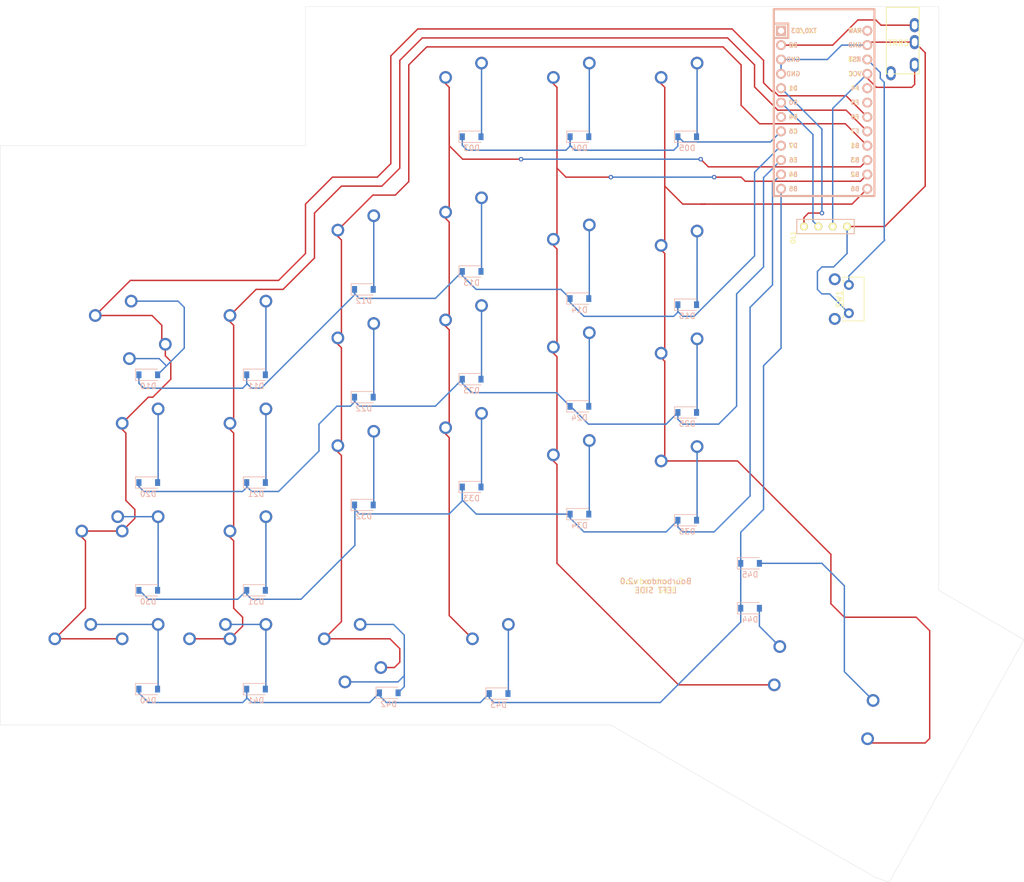
<source format=kicad_pcb>
(kicad_pcb (version 20171130) (host pcbnew 5.1.10)

  (general
    (thickness 1.6)
    (drawings 18)
    (tracks 432)
    (zones 0)
    (modules 63)
    (nets 51)
  )

  (page A4)
  (layers
    (0 F.Cu signal)
    (31 B.Cu signal)
    (32 B.Adhes user)
    (33 F.Adhes user)
    (34 B.Paste user)
    (35 F.Paste user)
    (36 B.SilkS user)
    (37 F.SilkS user)
    (38 B.Mask user)
    (39 F.Mask user)
    (40 Dwgs.User user)
    (41 Cmts.User user)
    (42 Eco1.User user)
    (43 Eco2.User user)
    (44 Edge.Cuts user)
    (45 Margin user)
    (46 B.CrtYd user)
    (47 F.CrtYd user)
    (48 B.Fab user)
    (49 F.Fab user)
  )

  (setup
    (last_trace_width 0.25)
    (trace_clearance 0.2)
    (zone_clearance 0.508)
    (zone_45_only no)
    (trace_min 0.2)
    (via_size 0.8)
    (via_drill 0.4)
    (via_min_size 0.4)
    (via_min_drill 0.3)
    (uvia_size 0.3)
    (uvia_drill 0.1)
    (uvias_allowed no)
    (uvia_min_size 0.2)
    (uvia_min_drill 0.1)
    (edge_width 0.05)
    (segment_width 0.2)
    (pcb_text_width 0.3)
    (pcb_text_size 1.5 1.5)
    (mod_edge_width 0.12)
    (mod_text_size 1 1)
    (mod_text_width 0.15)
    (pad_size 1.524 1.524)
    (pad_drill 0.762)
    (pad_to_mask_clearance 0)
    (aux_axis_origin 0 0)
    (visible_elements FFFFFF7F)
    (pcbplotparams
      (layerselection 0x010f0_ffffffff)
      (usegerberextensions true)
      (usegerberattributes false)
      (usegerberadvancedattributes true)
      (creategerberjobfile false)
      (excludeedgelayer true)
      (linewidth 0.100000)
      (plotframeref false)
      (viasonmask false)
      (mode 1)
      (useauxorigin false)
      (hpglpennumber 1)
      (hpglpenspeed 20)
      (hpglpendiameter 15.000000)
      (psnegative false)
      (psa4output false)
      (plotreference true)
      (plotvalue true)
      (plotinvisibletext false)
      (padsonsilk false)
      (subtractmaskfromsilk false)
      (outputformat 1)
      (mirror false)
      (drillshape 0)
      (scaleselection 1)
      (outputdirectory "/home/angela/Documents/keebs/bourbondox/pcb/v2.0/left_gerbers/"))
  )

  (net 0 "")
  (net 1 row0)
  (net 2 row1)
  (net 3 "Net-(D10-Pad2)")
  (net 4 "Net-(D11-Pad2)")
  (net 5 "Net-(D12-Pad2)")
  (net 6 "Net-(D13-Pad2)")
  (net 7 row2)
  (net 8 "Net-(D14-Pad2)")
  (net 9 "Net-(D15-Pad2)")
  (net 10 row3)
  (net 11 "Net-(D20-Pad2)")
  (net 12 "Net-(D21-Pad2)")
  (net 13 "Net-(D22-Pad2)")
  (net 14 "Net-(D23-Pad2)")
  (net 15 "Net-(D24-Pad2)")
  (net 16 "Net-(D25-Pad2)")
  (net 17 row4)
  (net 18 "Net-(D30-Pad2)")
  (net 19 "Net-(J1-PadA)")
  (net 20 VCC)
  (net 21 GND)
  (net 22 DATA)
  (net 23 col0)
  (net 24 col1)
  (net 25 col2)
  (net 26 col3)
  (net 27 col4)
  (net 28 col5)
  (net 29 SCL)
  (net 30 SDA)
  (net 31 RESET)
  (net 32 "Net-(U1-Pad24)")
  (net 33 "Net-(U1-Pad20)")
  (net 34 "Net-(U1-Pad19)")
  (net 35 "Net-(U1-Pad7)")
  (net 36 "Net-(U1-Pad1)")
  (net 37 "Net-(D03-Pad2)")
  (net 38 "Net-(D04-Pad2)")
  (net 39 "Net-(D05-Pad2)")
  (net 40 "Net-(D31-Pad2)")
  (net 41 "Net-(D32-Pad2)")
  (net 42 "Net-(D33-Pad2)")
  (net 43 "Net-(D34-Pad2)")
  (net 44 "Net-(D35-Pad2)")
  (net 45 "Net-(D40-Pad2)")
  (net 46 "Net-(D41-Pad2)")
  (net 47 "Net-(D42-Pad2)")
  (net 48 "Net-(D43-Pad2)")
  (net 49 "Net-(D44-Pad2)")
  (net 50 "Net-(D45-Pad2)")

  (net_class Default "This is the default net class."
    (clearance 0.2)
    (trace_width 0.25)
    (via_dia 0.8)
    (via_drill 0.4)
    (uvia_dia 0.3)
    (uvia_drill 0.1)
    (add_net DATA)
    (add_net GND)
    (add_net "Net-(D03-Pad2)")
    (add_net "Net-(D04-Pad2)")
    (add_net "Net-(D05-Pad2)")
    (add_net "Net-(D10-Pad2)")
    (add_net "Net-(D11-Pad2)")
    (add_net "Net-(D12-Pad2)")
    (add_net "Net-(D13-Pad2)")
    (add_net "Net-(D14-Pad2)")
    (add_net "Net-(D15-Pad2)")
    (add_net "Net-(D20-Pad2)")
    (add_net "Net-(D21-Pad2)")
    (add_net "Net-(D22-Pad2)")
    (add_net "Net-(D23-Pad2)")
    (add_net "Net-(D24-Pad2)")
    (add_net "Net-(D25-Pad2)")
    (add_net "Net-(D30-Pad2)")
    (add_net "Net-(D31-Pad2)")
    (add_net "Net-(D32-Pad2)")
    (add_net "Net-(D33-Pad2)")
    (add_net "Net-(D34-Pad2)")
    (add_net "Net-(D35-Pad2)")
    (add_net "Net-(D40-Pad2)")
    (add_net "Net-(D41-Pad2)")
    (add_net "Net-(D42-Pad2)")
    (add_net "Net-(D43-Pad2)")
    (add_net "Net-(D44-Pad2)")
    (add_net "Net-(D45-Pad2)")
    (add_net "Net-(J1-PadA)")
    (add_net "Net-(U1-Pad1)")
    (add_net "Net-(U1-Pad19)")
    (add_net "Net-(U1-Pad20)")
    (add_net "Net-(U1-Pad24)")
    (add_net "Net-(U1-Pad7)")
    (add_net RESET)
    (add_net SCL)
    (add_net SDA)
    (add_net VCC)
    (add_net col0)
    (add_net col1)
    (add_net col2)
    (add_net col3)
    (add_net col4)
    (add_net col5)
    (add_net row0)
    (add_net row1)
    (add_net row2)
    (add_net row3)
    (add_net row4)
  )

  (module MX_Only:MXOnly-1.25U-NoLED (layer F.Cu) (tedit 5BD3C68C) (tstamp 6228D162)
    (at 145.23929 132.5611)
    (path /62442C16)
    (fp_text reference MX42_2 (at 0 3.175) (layer Dwgs.User)
      (effects (font (size 1 1) (thickness 0.15)))
    )
    (fp_text value MX-NoLED (at 0 -7.9375) (layer Dwgs.User)
      (effects (font (size 1 1) (thickness 0.15)))
    )
    (fp_line (start 5 -7) (end 7 -7) (layer Dwgs.User) (width 0.15))
    (fp_line (start 7 -7) (end 7 -5) (layer Dwgs.User) (width 0.15))
    (fp_line (start 5 7) (end 7 7) (layer Dwgs.User) (width 0.15))
    (fp_line (start 7 7) (end 7 5) (layer Dwgs.User) (width 0.15))
    (fp_line (start -7 5) (end -7 7) (layer Dwgs.User) (width 0.15))
    (fp_line (start -7 7) (end -5 7) (layer Dwgs.User) (width 0.15))
    (fp_line (start -5 -7) (end -7 -7) (layer Dwgs.User) (width 0.15))
    (fp_line (start -7 -7) (end -7 -5) (layer Dwgs.User) (width 0.15))
    (fp_line (start -11.90625 -9.525) (end 11.90625 -9.525) (layer Dwgs.User) (width 0.15))
    (fp_line (start 11.90625 -9.525) (end 11.90625 9.525) (layer Dwgs.User) (width 0.15))
    (fp_line (start -11.90625 9.525) (end 11.90625 9.525) (layer Dwgs.User) (width 0.15))
    (fp_line (start -11.90625 9.525) (end -11.90625 -9.525) (layer Dwgs.User) (width 0.15))
    (pad 2 thru_hole circle (at 2.54 -5.08) (size 2.25 2.25) (drill 1.47) (layers *.Cu B.Mask)
      (net 47 "Net-(D42-Pad2)"))
    (pad "" np_thru_hole circle (at 0 0) (size 3.9878 3.9878) (drill 3.9878) (layers *.Cu *.Mask))
    (pad 1 thru_hole circle (at -3.81 -2.54) (size 2.25 2.25) (drill 1.47) (layers *.Cu B.Mask)
      (net 25 col2))
    (pad "" np_thru_hole circle (at -5.08 0 48.0996) (size 1.75 1.75) (drill 1.75) (layers *.Cu *.Mask))
    (pad "" np_thru_hole circle (at 5.08 0 48.0996) (size 1.75 1.75) (drill 1.75) (layers *.Cu *.Mask))
  )

  (module MX_Only:MXOnly-1.25U-NoLED (layer F.Cu) (tedit 5BD3C68C) (tstamp 6228D14D)
    (at 121.42679 132.5611)
    (path /624425F3)
    (fp_text reference MX41_2 (at 0 3.175) (layer Dwgs.User)
      (effects (font (size 1 1) (thickness 0.15)))
    )
    (fp_text value MX-NoLED (at 0 -7.9375) (layer Dwgs.User)
      (effects (font (size 1 1) (thickness 0.15)))
    )
    (fp_line (start 5 -7) (end 7 -7) (layer Dwgs.User) (width 0.15))
    (fp_line (start 7 -7) (end 7 -5) (layer Dwgs.User) (width 0.15))
    (fp_line (start 5 7) (end 7 7) (layer Dwgs.User) (width 0.15))
    (fp_line (start 7 7) (end 7 5) (layer Dwgs.User) (width 0.15))
    (fp_line (start -7 5) (end -7 7) (layer Dwgs.User) (width 0.15))
    (fp_line (start -7 7) (end -5 7) (layer Dwgs.User) (width 0.15))
    (fp_line (start -5 -7) (end -7 -7) (layer Dwgs.User) (width 0.15))
    (fp_line (start -7 -7) (end -7 -5) (layer Dwgs.User) (width 0.15))
    (fp_line (start -11.90625 -9.525) (end 11.90625 -9.525) (layer Dwgs.User) (width 0.15))
    (fp_line (start 11.90625 -9.525) (end 11.90625 9.525) (layer Dwgs.User) (width 0.15))
    (fp_line (start -11.90625 9.525) (end 11.90625 9.525) (layer Dwgs.User) (width 0.15))
    (fp_line (start -11.90625 9.525) (end -11.90625 -9.525) (layer Dwgs.User) (width 0.15))
    (pad 2 thru_hole circle (at 2.54 -5.08) (size 2.25 2.25) (drill 1.47) (layers *.Cu B.Mask)
      (net 46 "Net-(D41-Pad2)"))
    (pad "" np_thru_hole circle (at 0 0) (size 3.9878 3.9878) (drill 3.9878) (layers *.Cu *.Mask))
    (pad 1 thru_hole circle (at -3.81 -2.54) (size 2.25 2.25) (drill 1.47) (layers *.Cu B.Mask)
      (net 24 col1))
    (pad "" np_thru_hole circle (at -5.08 0 48.0996) (size 1.75 1.75) (drill 1.75) (layers *.Cu *.Mask))
    (pad "" np_thru_hole circle (at 5.08 0 48.0996) (size 1.75 1.75) (drill 1.75) (layers *.Cu *.Mask))
  )

  (module MX_Only:MXOnly-1.25U-NoLED (layer F.Cu) (tedit 5BD3C68C) (tstamp 6228D138)
    (at 97.61429 132.5611)
    (path /62442252)
    (fp_text reference MX40_2 (at 0 3.175) (layer Dwgs.User)
      (effects (font (size 1 1) (thickness 0.15)))
    )
    (fp_text value MX-NoLED (at 0 -7.9375) (layer Dwgs.User)
      (effects (font (size 1 1) (thickness 0.15)))
    )
    (fp_line (start 5 -7) (end 7 -7) (layer Dwgs.User) (width 0.15))
    (fp_line (start 7 -7) (end 7 -5) (layer Dwgs.User) (width 0.15))
    (fp_line (start 5 7) (end 7 7) (layer Dwgs.User) (width 0.15))
    (fp_line (start 7 7) (end 7 5) (layer Dwgs.User) (width 0.15))
    (fp_line (start -7 5) (end -7 7) (layer Dwgs.User) (width 0.15))
    (fp_line (start -7 7) (end -5 7) (layer Dwgs.User) (width 0.15))
    (fp_line (start -5 -7) (end -7 -7) (layer Dwgs.User) (width 0.15))
    (fp_line (start -7 -7) (end -7 -5) (layer Dwgs.User) (width 0.15))
    (fp_line (start -11.90625 -9.525) (end 11.90625 -9.525) (layer Dwgs.User) (width 0.15))
    (fp_line (start 11.90625 -9.525) (end 11.90625 9.525) (layer Dwgs.User) (width 0.15))
    (fp_line (start -11.90625 9.525) (end 11.90625 9.525) (layer Dwgs.User) (width 0.15))
    (fp_line (start -11.90625 9.525) (end -11.90625 -9.525) (layer Dwgs.User) (width 0.15))
    (pad 2 thru_hole circle (at 2.54 -5.08) (size 2.25 2.25) (drill 1.47) (layers *.Cu B.Mask)
      (net 45 "Net-(D40-Pad2)"))
    (pad "" np_thru_hole circle (at 0 0) (size 3.9878 3.9878) (drill 3.9878) (layers *.Cu *.Mask))
    (pad 1 thru_hole circle (at -3.81 -2.54) (size 2.25 2.25) (drill 1.47) (layers *.Cu B.Mask)
      (net 23 col0))
    (pad "" np_thru_hole circle (at -5.08 0 48.0996) (size 1.75 1.75) (drill 1.75) (layers *.Cu *.Mask))
    (pad "" np_thru_hole circle (at 5.08 0 48.0996) (size 1.75 1.75) (drill 1.75) (layers *.Cu *.Mask))
  )

  (module MX_Only:MXOnly-1.75U-NoLED (layer F.Cu) (tedit 5BD3C6A7) (tstamp 6228D123)
    (at 102.38105 113.51514)
    (path /62433643)
    (fp_text reference MX30_2 (at 0 3.175) (layer Dwgs.User)
      (effects (font (size 1 1) (thickness 0.15)))
    )
    (fp_text value MX-NoLED (at 0 -7.9375) (layer Dwgs.User)
      (effects (font (size 1 1) (thickness 0.15)))
    )
    (fp_line (start 5 -7) (end 7 -7) (layer Dwgs.User) (width 0.15))
    (fp_line (start 7 -7) (end 7 -5) (layer Dwgs.User) (width 0.15))
    (fp_line (start 5 7) (end 7 7) (layer Dwgs.User) (width 0.15))
    (fp_line (start 7 7) (end 7 5) (layer Dwgs.User) (width 0.15))
    (fp_line (start -7 5) (end -7 7) (layer Dwgs.User) (width 0.15))
    (fp_line (start -7 7) (end -5 7) (layer Dwgs.User) (width 0.15))
    (fp_line (start -5 -7) (end -7 -7) (layer Dwgs.User) (width 0.15))
    (fp_line (start -7 -7) (end -7 -5) (layer Dwgs.User) (width 0.15))
    (fp_line (start -16.66875 -9.525) (end 16.66875 -9.525) (layer Dwgs.User) (width 0.15))
    (fp_line (start 16.66875 -9.525) (end 16.66875 9.525) (layer Dwgs.User) (width 0.15))
    (fp_line (start -16.66875 9.525) (end 16.66875 9.525) (layer Dwgs.User) (width 0.15))
    (fp_line (start -16.66875 9.525) (end -16.66875 -9.525) (layer Dwgs.User) (width 0.15))
    (pad 2 thru_hole circle (at 2.54 -5.08) (size 2.25 2.25) (drill 1.47) (layers *.Cu B.Mask)
      (net 18 "Net-(D30-Pad2)"))
    (pad "" np_thru_hole circle (at 0 0) (size 3.9878 3.9878) (drill 3.9878) (layers *.Cu *.Mask))
    (pad 1 thru_hole circle (at -3.81 -2.54) (size 2.25 2.25) (drill 1.47) (layers *.Cu B.Mask)
      (net 23 col0))
    (pad "" np_thru_hole circle (at -5.08 0 48.0996) (size 1.75 1.75) (drill 1.75) (layers *.Cu *.Mask))
    (pad "" np_thru_hole circle (at 5.08 0 48.0996) (size 1.75 1.75) (drill 1.75) (layers *.Cu *.Mask))
  )

  (module MX_Only:MXOnly-1.5U-NoLED (layer F.Cu) (tedit 5BD3C5FF) (tstamp 6228D10E)
    (at 104.7623 75.41514)
    (path /624257CB)
    (fp_text reference MX10_2 (at 0 3.175) (layer Dwgs.User)
      (effects (font (size 1 1) (thickness 0.15)))
    )
    (fp_text value MX-NoLED (at 0 -7.9375) (layer Dwgs.User)
      (effects (font (size 1 1) (thickness 0.15)))
    )
    (fp_line (start 5 -7) (end 7 -7) (layer Dwgs.User) (width 0.15))
    (fp_line (start 7 -7) (end 7 -5) (layer Dwgs.User) (width 0.15))
    (fp_line (start 5 7) (end 7 7) (layer Dwgs.User) (width 0.15))
    (fp_line (start 7 7) (end 7 5) (layer Dwgs.User) (width 0.15))
    (fp_line (start -7 5) (end -7 7) (layer Dwgs.User) (width 0.15))
    (fp_line (start -7 7) (end -5 7) (layer Dwgs.User) (width 0.15))
    (fp_line (start -5 -7) (end -7 -7) (layer Dwgs.User) (width 0.15))
    (fp_line (start -7 -7) (end -7 -5) (layer Dwgs.User) (width 0.15))
    (fp_line (start -14.2875 -9.525) (end 14.2875 -9.525) (layer Dwgs.User) (width 0.15))
    (fp_line (start 14.2875 -9.525) (end 14.2875 9.525) (layer Dwgs.User) (width 0.15))
    (fp_line (start -14.2875 9.525) (end 14.2875 9.525) (layer Dwgs.User) (width 0.15))
    (fp_line (start -14.2875 9.525) (end -14.2875 -9.525) (layer Dwgs.User) (width 0.15))
    (pad 2 thru_hole circle (at 2.54 -5.08) (size 2.25 2.25) (drill 1.47) (layers *.Cu B.Mask)
      (net 3 "Net-(D10-Pad2)"))
    (pad "" np_thru_hole circle (at 0 0) (size 3.9878 3.9878) (drill 3.9878) (layers *.Cu *.Mask))
    (pad 1 thru_hole circle (at -3.81 -2.54) (size 2.25 2.25) (drill 1.47) (layers *.Cu B.Mask)
      (net 23 col0))
    (pad "" np_thru_hole circle (at -5.08 0 48.0996) (size 1.75 1.75) (drill 1.75) (layers *.Cu *.Mask))
    (pad "" np_thru_hole circle (at 5.08 0 48.0996) (size 1.75 1.75) (drill 1.75) (layers *.Cu *.Mask))
  )

  (module MX_Only:MXOnly-2.25U-NoLED (layer F.Cu) (tedit 5BD3C6E1) (tstamp 62288655)
    (at 241.572911 145.658475 60)
    (path /622976B7)
    (fp_text reference MX45 (at 0 3.175 60) (layer Dwgs.User)
      (effects (font (size 1 1) (thickness 0.15)))
    )
    (fp_text value MX-NoLED (at 0 -7.9375 60) (layer Dwgs.User)
      (effects (font (size 1 1) (thickness 0.15)))
    )
    (fp_line (start 5 -7) (end 7 -7) (layer Dwgs.User) (width 0.15))
    (fp_line (start 7 -7) (end 7 -5) (layer Dwgs.User) (width 0.15))
    (fp_line (start 5 7) (end 7 7) (layer Dwgs.User) (width 0.15))
    (fp_line (start 7 7) (end 7 5) (layer Dwgs.User) (width 0.15))
    (fp_line (start -7 5) (end -7 7) (layer Dwgs.User) (width 0.15))
    (fp_line (start -7 7) (end -5 7) (layer Dwgs.User) (width 0.15))
    (fp_line (start -5 -7) (end -7 -7) (layer Dwgs.User) (width 0.15))
    (fp_line (start -7 -7) (end -7 -5) (layer Dwgs.User) (width 0.15))
    (fp_line (start -21.43125 -9.525) (end 21.43125 -9.525) (layer Dwgs.User) (width 0.15))
    (fp_line (start 21.43125 -9.525) (end 21.43125 9.525) (layer Dwgs.User) (width 0.15))
    (fp_line (start -21.43125 9.525) (end 21.43125 9.525) (layer Dwgs.User) (width 0.15))
    (fp_line (start -21.43125 9.525) (end -21.43125 -9.525) (layer Dwgs.User) (width 0.15))
    (pad 2 thru_hole circle (at 2.54 -5.08 60) (size 2.25 2.25) (drill 1.47) (layers *.Cu B.Mask)
      (net 50 "Net-(D45-Pad2)"))
    (pad "" np_thru_hole circle (at 0 0 60) (size 3.9878 3.9878) (drill 3.9878) (layers *.Cu *.Mask))
    (pad 1 thru_hole circle (at -3.81 -2.54 60) (size 2.25 2.25) (drill 1.47) (layers *.Cu B.Mask)
      (net 28 col5))
    (pad "" np_thru_hole circle (at -5.08 0 108.0996) (size 1.75 1.75) (drill 1.75) (layers *.Cu *.Mask))
    (pad "" np_thru_hole circle (at 5.08 0 108.0996) (size 1.75 1.75) (drill 1.75) (layers *.Cu *.Mask))
    (pad "" np_thru_hole circle (at -11.90625 -6.985 60) (size 3.048 3.048) (drill 3.048) (layers *.Cu *.Mask))
    (pad "" np_thru_hole circle (at 11.90625 -6.985 60) (size 3.048 3.048) (drill 3.048) (layers *.Cu *.Mask))
    (pad "" np_thru_hole circle (at -11.90625 8.255 60) (size 3.9878 3.9878) (drill 3.9878) (layers *.Cu *.Mask))
    (pad "" np_thru_hole circle (at 11.90625 8.255 60) (size 3.9878 3.9878) (drill 3.9878) (layers *.Cu *.Mask))
  )

  (module MX_Only:MXOnly-2.25U-NoLED (layer F.Cu) (tedit 5BD3C6E1) (tstamp 6228ED36)
    (at 225.075127 136.133474 60)
    (path /6229716B)
    (fp_text reference MX44 (at 0 3.175 60) (layer Dwgs.User)
      (effects (font (size 1 1) (thickness 0.15)))
    )
    (fp_text value MX-NoLED (at 0 -7.9375 60) (layer Dwgs.User)
      (effects (font (size 1 1) (thickness 0.15)))
    )
    (fp_line (start 5 -7) (end 7 -7) (layer Dwgs.User) (width 0.15))
    (fp_line (start 7 -7) (end 7 -5) (layer Dwgs.User) (width 0.15))
    (fp_line (start 5 7) (end 7 7) (layer Dwgs.User) (width 0.15))
    (fp_line (start 7 7) (end 7 5) (layer Dwgs.User) (width 0.15))
    (fp_line (start -7 5) (end -7 7) (layer Dwgs.User) (width 0.15))
    (fp_line (start -7 7) (end -5 7) (layer Dwgs.User) (width 0.15))
    (fp_line (start -5 -7) (end -7 -7) (layer Dwgs.User) (width 0.15))
    (fp_line (start -7 -7) (end -7 -5) (layer Dwgs.User) (width 0.15))
    (fp_line (start -21.43125 -9.525) (end 21.43125 -9.525) (layer Dwgs.User) (width 0.15))
    (fp_line (start 21.43125 -9.525) (end 21.43125 9.525) (layer Dwgs.User) (width 0.15))
    (fp_line (start -21.43125 9.525) (end 21.43125 9.525) (layer Dwgs.User) (width 0.15))
    (fp_line (start -21.43125 9.525) (end -21.43125 -9.525) (layer Dwgs.User) (width 0.15))
    (pad 2 thru_hole circle (at 2.54 -5.08 60) (size 2.25 2.25) (drill 1.47) (layers *.Cu B.Mask)
      (net 49 "Net-(D44-Pad2)"))
    (pad "" np_thru_hole circle (at 0 0 60) (size 3.9878 3.9878) (drill 3.9878) (layers *.Cu *.Mask))
    (pad 1 thru_hole circle (at -3.81 -2.54 60) (size 2.25 2.25) (drill 1.47) (layers *.Cu B.Mask)
      (net 27 col4))
    (pad "" np_thru_hole circle (at -5.08 0 108.0996) (size 1.75 1.75) (drill 1.75) (layers *.Cu *.Mask))
    (pad "" np_thru_hole circle (at 5.08 0 108.0996) (size 1.75 1.75) (drill 1.75) (layers *.Cu *.Mask))
    (pad "" np_thru_hole circle (at -11.90625 -6.985 60) (size 3.048 3.048) (drill 3.048) (layers *.Cu *.Mask))
    (pad "" np_thru_hole circle (at 11.90625 -6.985 60) (size 3.048 3.048) (drill 3.048) (layers *.Cu *.Mask))
    (pad "" np_thru_hole circle (at -11.90625 8.255 60) (size 3.9878 3.9878) (drill 3.9878) (layers *.Cu *.Mask))
    (pad "" np_thru_hole circle (at 11.90625 8.255 60) (size 3.9878 3.9878) (drill 3.9878) (layers *.Cu *.Mask))
  )

  (module MX_Only:MXOnly-1.5U-NoLED (layer F.Cu) (tedit 5BD3C5FF) (tstamp 6228862B)
    (at 171.43304 132.5611)
    (path /62296D2F)
    (fp_text reference MX43 (at 0 3.175) (layer Dwgs.User)
      (effects (font (size 1 1) (thickness 0.15)))
    )
    (fp_text value MX-NoLED (at 0 -7.9375) (layer Dwgs.User)
      (effects (font (size 1 1) (thickness 0.15)))
    )
    (fp_line (start 5 -7) (end 7 -7) (layer Dwgs.User) (width 0.15))
    (fp_line (start 7 -7) (end 7 -5) (layer Dwgs.User) (width 0.15))
    (fp_line (start 5 7) (end 7 7) (layer Dwgs.User) (width 0.15))
    (fp_line (start 7 7) (end 7 5) (layer Dwgs.User) (width 0.15))
    (fp_line (start -7 5) (end -7 7) (layer Dwgs.User) (width 0.15))
    (fp_line (start -7 7) (end -5 7) (layer Dwgs.User) (width 0.15))
    (fp_line (start -5 -7) (end -7 -7) (layer Dwgs.User) (width 0.15))
    (fp_line (start -7 -7) (end -7 -5) (layer Dwgs.User) (width 0.15))
    (fp_line (start -14.2875 -9.525) (end 14.2875 -9.525) (layer Dwgs.User) (width 0.15))
    (fp_line (start 14.2875 -9.525) (end 14.2875 9.525) (layer Dwgs.User) (width 0.15))
    (fp_line (start -14.2875 9.525) (end 14.2875 9.525) (layer Dwgs.User) (width 0.15))
    (fp_line (start -14.2875 9.525) (end -14.2875 -9.525) (layer Dwgs.User) (width 0.15))
    (pad 2 thru_hole circle (at 2.54 -5.08) (size 2.25 2.25) (drill 1.47) (layers *.Cu B.Mask)
      (net 48 "Net-(D43-Pad2)"))
    (pad "" np_thru_hole circle (at 0 0) (size 3.9878 3.9878) (drill 3.9878) (layers *.Cu *.Mask))
    (pad 1 thru_hole circle (at -3.81 -2.54) (size 2.25 2.25) (drill 1.47) (layers *.Cu B.Mask)
      (net 26 col3))
    (pad "" np_thru_hole circle (at -5.08 0 48.0996) (size 1.75 1.75) (drill 1.75) (layers *.Cu *.Mask))
    (pad "" np_thru_hole circle (at 5.08 0 48.0996) (size 1.75 1.75) (drill 1.75) (layers *.Cu *.Mask))
  )

  (module Keebio-Parts:ArduinoProMicro (layer F.Cu) (tedit 5B307E4C) (tstamp 622886EF)
    (at 229.79 36.5125 270)
    (path /6228170D)
    (fp_text reference U1 (at 0 1.625 90) (layer F.SilkS) hide
      (effects (font (size 1.27 1.524) (thickness 0.2032)))
    )
    (fp_text value ProMicro (at 0 0 90) (layer F.SilkS) hide
      (effects (font (size 1.27 1.524) (thickness 0.2032)))
    )
    (fp_line (start -15.24 6.35) (end -15.24 8.89) (layer F.SilkS) (width 0.381))
    (fp_line (start -15.24 6.35) (end -15.24 8.89) (layer B.SilkS) (width 0.381))
    (fp_line (start -19.304 -3.556) (end -14.224 -3.556) (layer Dwgs.User) (width 0.2))
    (fp_line (start -19.304 3.81) (end -19.304 -3.556) (layer Dwgs.User) (width 0.2))
    (fp_line (start -14.224 3.81) (end -19.304 3.81) (layer Dwgs.User) (width 0.2))
    (fp_line (start -14.224 -3.556) (end -14.224 3.81) (layer Dwgs.User) (width 0.2))
    (fp_line (start -17.78 8.89) (end -15.24 8.89) (layer F.SilkS) (width 0.381))
    (fp_line (start -17.78 -8.89) (end -17.78 8.89) (layer F.SilkS) (width 0.381))
    (fp_line (start -15.24 -8.89) (end -17.78 -8.89) (layer F.SilkS) (width 0.381))
    (fp_line (start -17.78 -8.89) (end -17.78 8.89) (layer B.SilkS) (width 0.381))
    (fp_line (start -17.78 8.89) (end 15.24 8.89) (layer B.SilkS) (width 0.381))
    (fp_line (start 15.24 8.89) (end 15.24 -8.89) (layer B.SilkS) (width 0.381))
    (fp_line (start 15.24 -8.89) (end -17.78 -8.89) (layer B.SilkS) (width 0.381))
    (fp_poly (pts (xy -9.35097 -5.844635) (xy -9.25097 -5.844635) (xy -9.25097 -6.344635) (xy -9.35097 -6.344635)) (layer B.SilkS) (width 0.15))
    (fp_poly (pts (xy -9.35097 -5.844635) (xy -9.05097 -5.844635) (xy -9.05097 -5.944635) (xy -9.35097 -5.944635)) (layer B.SilkS) (width 0.15))
    (fp_poly (pts (xy -8.75097 -5.844635) (xy -8.55097 -5.844635) (xy -8.55097 -5.944635) (xy -8.75097 -5.944635)) (layer B.SilkS) (width 0.15))
    (fp_poly (pts (xy -9.35097 -6.244635) (xy -8.55097 -6.244635) (xy -8.55097 -6.344635) (xy -9.35097 -6.344635)) (layer B.SilkS) (width 0.15))
    (fp_poly (pts (xy -8.95097 -6.044635) (xy -8.85097 -6.044635) (xy -8.85097 -6.144635) (xy -8.95097 -6.144635)) (layer B.SilkS) (width 0.15))
    (fp_poly (pts (xy -8.76064 -4.931568) (xy -8.56064 -4.931568) (xy -8.56064 -4.831568) (xy -8.76064 -4.831568)) (layer F.SilkS) (width 0.15))
    (fp_poly (pts (xy -9.36064 -4.531568) (xy -8.56064 -4.531568) (xy -8.56064 -4.431568) (xy -9.36064 -4.431568)) (layer F.SilkS) (width 0.15))
    (fp_poly (pts (xy -9.36064 -4.931568) (xy -9.26064 -4.931568) (xy -9.26064 -4.431568) (xy -9.36064 -4.431568)) (layer F.SilkS) (width 0.15))
    (fp_poly (pts (xy -8.96064 -4.731568) (xy -8.86064 -4.731568) (xy -8.86064 -4.631568) (xy -8.96064 -4.631568)) (layer F.SilkS) (width 0.15))
    (fp_poly (pts (xy -9.36064 -4.931568) (xy -9.06064 -4.931568) (xy -9.06064 -4.831568) (xy -9.36064 -4.831568)) (layer F.SilkS) (width 0.15))
    (fp_line (start -12.7 6.35) (end -12.7 8.89) (layer F.SilkS) (width 0.381))
    (fp_line (start -15.24 6.35) (end -12.7 6.35) (layer F.SilkS) (width 0.381))
    (fp_line (start 15.24 -8.89) (end -15.24 -8.89) (layer F.SilkS) (width 0.381))
    (fp_line (start 15.24 8.89) (end 15.24 -8.89) (layer F.SilkS) (width 0.381))
    (fp_line (start -15.24 8.89) (end 15.24 8.89) (layer F.SilkS) (width 0.381))
    (fp_line (start -15.24 6.35) (end -12.7 6.35) (layer B.SilkS) (width 0.381))
    (fp_line (start -12.7 6.35) (end -12.7 8.89) (layer B.SilkS) (width 0.381))
    (fp_text user ST (at -8.91 -5.04) (layer B.SilkS)
      (effects (font (size 0.8 0.8) (thickness 0.15)) (justify mirror))
    )
    (fp_text user TX0/D3 (at -13.97 3.571872) (layer F.SilkS)
      (effects (font (size 0.8 0.8) (thickness 0.15)))
    )
    (fp_text user TX0/D3 (at -13.97 3.571872) (layer B.SilkS)
      (effects (font (size 0.8 0.8) (thickness 0.15)) (justify mirror))
    )
    (fp_text user D2 (at -11.43 5.461) (layer F.SilkS)
      (effects (font (size 0.8 0.8) (thickness 0.15)))
    )
    (fp_text user D0 (at -1.27 5.461) (layer F.SilkS)
      (effects (font (size 0.8 0.8) (thickness 0.15)))
    )
    (fp_text user D1 (at -3.81 5.461) (layer F.SilkS)
      (effects (font (size 0.8 0.8) (thickness 0.15)))
    )
    (fp_text user GND (at -6.35 5.461) (layer F.SilkS)
      (effects (font (size 0.8 0.8) (thickness 0.15)))
    )
    (fp_text user GND (at -8.89 5.461) (layer F.SilkS)
      (effects (font (size 0.8 0.8) (thickness 0.15)))
    )
    (fp_text user D4 (at 1.27 5.461) (layer F.SilkS)
      (effects (font (size 0.8 0.8) (thickness 0.15)))
    )
    (fp_text user C6 (at 3.81 5.461) (layer F.SilkS)
      (effects (font (size 0.8 0.8) (thickness 0.15)))
    )
    (fp_text user D7 (at 6.35 5.461) (layer F.SilkS)
      (effects (font (size 0.8 0.8) (thickness 0.15)))
    )
    (fp_text user E6 (at 8.89 5.461) (layer F.SilkS)
      (effects (font (size 0.8 0.8) (thickness 0.15)))
    )
    (fp_text user B4 (at 11.43 5.461) (layer F.SilkS)
      (effects (font (size 0.8 0.8) (thickness 0.15)))
    )
    (fp_text user B5 (at 13.97 5.461) (layer F.SilkS)
      (effects (font (size 0.8 0.8) (thickness 0.15)))
    )
    (fp_text user B6 (at 13.97 -5.461) (layer F.SilkS)
      (effects (font (size 0.8 0.8) (thickness 0.15)))
    )
    (fp_text user B2 (at 11.43 -5.461) (layer B.SilkS)
      (effects (font (size 0.8 0.8) (thickness 0.15)) (justify mirror))
    )
    (fp_text user B3 (at 8.89 -5.461) (layer F.SilkS)
      (effects (font (size 0.8 0.8) (thickness 0.15)))
    )
    (fp_text user B1 (at 6.35 -5.461) (layer F.SilkS)
      (effects (font (size 0.8 0.8) (thickness 0.15)))
    )
    (fp_text user F7 (at 3.81 -5.461) (layer B.SilkS)
      (effects (font (size 0.8 0.8) (thickness 0.15)) (justify mirror))
    )
    (fp_text user F6 (at 1.27 -5.461) (layer B.SilkS)
      (effects (font (size 0.8 0.8) (thickness 0.15)) (justify mirror))
    )
    (fp_text user F5 (at -1.27 -5.461) (layer B.SilkS)
      (effects (font (size 0.8 0.8) (thickness 0.15)) (justify mirror))
    )
    (fp_text user F4 (at -3.81 -5.461) (layer F.SilkS)
      (effects (font (size 0.8 0.8) (thickness 0.15)))
    )
    (fp_text user VCC (at -6.35 -5.461) (layer F.SilkS)
      (effects (font (size 0.8 0.8) (thickness 0.15)))
    )
    (fp_text user ST (at -8.92 -5.73312) (layer F.SilkS)
      (effects (font (size 0.8 0.8) (thickness 0.15)))
    )
    (fp_text user GND (at -11.43 -5.461) (layer F.SilkS)
      (effects (font (size 0.8 0.8) (thickness 0.15)))
    )
    (fp_text user RAW (at -13.97 -5.461) (layer F.SilkS)
      (effects (font (size 0.8 0.8) (thickness 0.15)))
    )
    (fp_text user RAW (at -13.97 -5.461) (layer B.SilkS)
      (effects (font (size 0.8 0.8) (thickness 0.15)) (justify mirror))
    )
    (fp_text user GND (at -11.43 -5.461) (layer B.SilkS)
      (effects (font (size 0.8 0.8) (thickness 0.15)) (justify mirror))
    )
    (fp_text user VCC (at -6.35 -5.461) (layer B.SilkS)
      (effects (font (size 0.8 0.8) (thickness 0.15)) (justify mirror))
    )
    (fp_text user F4 (at -3.81 -5.461) (layer B.SilkS)
      (effects (font (size 0.8 0.8) (thickness 0.15)) (justify mirror))
    )
    (fp_text user F5 (at -1.27 -5.461) (layer F.SilkS)
      (effects (font (size 0.8 0.8) (thickness 0.15)))
    )
    (fp_text user F6 (at 1.27 -5.461) (layer F.SilkS)
      (effects (font (size 0.8 0.8) (thickness 0.15)))
    )
    (fp_text user F7 (at 3.81 -5.461) (layer F.SilkS)
      (effects (font (size 0.8 0.8) (thickness 0.15)))
    )
    (fp_text user B1 (at 6.35 -5.461) (layer B.SilkS)
      (effects (font (size 0.8 0.8) (thickness 0.15)) (justify mirror))
    )
    (fp_text user B3 (at 8.89 -5.461) (layer B.SilkS)
      (effects (font (size 0.8 0.8) (thickness 0.15)) (justify mirror))
    )
    (fp_text user B2 (at 11.43 -5.461) (layer F.SilkS)
      (effects (font (size 0.8 0.8) (thickness 0.15)))
    )
    (fp_text user B6 (at 13.97 -5.461) (layer B.SilkS)
      (effects (font (size 0.8 0.8) (thickness 0.15)) (justify mirror))
    )
    (fp_text user B5 (at 13.97 5.461) (layer B.SilkS)
      (effects (font (size 0.8 0.8) (thickness 0.15)) (justify mirror))
    )
    (fp_text user B4 (at 11.43 5.461) (layer B.SilkS)
      (effects (font (size 0.8 0.8) (thickness 0.15)) (justify mirror))
    )
    (fp_text user E6 (at 8.89 5.461) (layer B.SilkS)
      (effects (font (size 0.8 0.8) (thickness 0.15)) (justify mirror))
    )
    (fp_text user D7 (at 6.35 5.461) (layer B.SilkS)
      (effects (font (size 0.8 0.8) (thickness 0.15)) (justify mirror))
    )
    (fp_text user C6 (at 3.81 5.461) (layer B.SilkS)
      (effects (font (size 0.8 0.8) (thickness 0.15)) (justify mirror))
    )
    (fp_text user D4 (at 1.27 5.461) (layer B.SilkS)
      (effects (font (size 0.8 0.8) (thickness 0.15)) (justify mirror))
    )
    (fp_text user GND (at -8.89 5.461) (layer B.SilkS)
      (effects (font (size 0.8 0.8) (thickness 0.15)) (justify mirror))
    )
    (fp_text user GND (at -6.35 5.461) (layer B.SilkS)
      (effects (font (size 0.8 0.8) (thickness 0.15)) (justify mirror))
    )
    (fp_text user D1 (at -3.81 5.461) (layer B.SilkS)
      (effects (font (size 0.8 0.8) (thickness 0.15)) (justify mirror))
    )
    (fp_text user D0 (at -1.27 5.461) (layer B.SilkS)
      (effects (font (size 0.8 0.8) (thickness 0.15)) (justify mirror))
    )
    (fp_text user D2 (at -11.43 5.461) (layer B.SilkS)
      (effects (font (size 0.8 0.8) (thickness 0.15)) (justify mirror))
    )
    (pad 24 thru_hole circle (at -13.97 -7.62 270) (size 1.7526 1.7526) (drill 1.0922) (layers *.Cu *.SilkS *.Mask)
      (net 32 "Net-(U1-Pad24)"))
    (pad 12 thru_hole circle (at 13.97 7.62 270) (size 1.7526 1.7526) (drill 1.0922) (layers *.Cu *.SilkS *.Mask)
      (net 17 row4))
    (pad 23 thru_hole circle (at -11.43 -7.62 270) (size 1.7526 1.7526) (drill 1.0922) (layers *.Cu *.SilkS *.Mask)
      (net 21 GND))
    (pad 22 thru_hole circle (at -8.89 -7.62 270) (size 1.7526 1.7526) (drill 1.0922) (layers *.Cu *.SilkS *.Mask)
      (net 31 RESET))
    (pad 21 thru_hole circle (at -6.35 -7.62 270) (size 1.7526 1.7526) (drill 1.0922) (layers *.Cu *.SilkS *.Mask)
      (net 20 VCC))
    (pad 20 thru_hole circle (at -3.81 -7.62 270) (size 1.7526 1.7526) (drill 1.0922) (layers *.Cu *.SilkS *.Mask)
      (net 33 "Net-(U1-Pad20)"))
    (pad 19 thru_hole circle (at -1.27 -7.62 270) (size 1.7526 1.7526) (drill 1.0922) (layers *.Cu *.SilkS *.Mask)
      (net 34 "Net-(U1-Pad19)"))
    (pad 18 thru_hole circle (at 1.27 -7.62 270) (size 1.7526 1.7526) (drill 1.0922) (layers *.Cu *.SilkS *.Mask)
      (net 23 col0))
    (pad 17 thru_hole circle (at 3.81 -7.62 270) (size 1.7526 1.7526) (drill 1.0922) (layers *.Cu *.SilkS *.Mask)
      (net 24 col1))
    (pad 16 thru_hole circle (at 6.35 -7.62 270) (size 1.7526 1.7526) (drill 1.0922) (layers *.Cu *.SilkS *.Mask)
      (net 25 col2))
    (pad 15 thru_hole circle (at 8.89 -7.62 270) (size 1.7526 1.7526) (drill 1.0922) (layers *.Cu *.SilkS *.Mask)
      (net 26 col3))
    (pad 14 thru_hole circle (at 11.43 -7.62 270) (size 1.7526 1.7526) (drill 1.0922) (layers *.Cu *.SilkS *.Mask)
      (net 27 col4))
    (pad 13 thru_hole circle (at 13.97 -7.62 270) (size 1.7526 1.7526) (drill 1.0922) (layers *.Cu *.SilkS *.Mask)
      (net 28 col5))
    (pad 11 thru_hole circle (at 11.43 7.62 270) (size 1.7526 1.7526) (drill 1.0922) (layers *.Cu *.SilkS *.Mask)
      (net 10 row3))
    (pad 10 thru_hole circle (at 8.89 7.62 270) (size 1.7526 1.7526) (drill 1.0922) (layers *.Cu *.SilkS *.Mask)
      (net 7 row2))
    (pad 9 thru_hole circle (at 6.35 7.62 270) (size 1.7526 1.7526) (drill 1.0922) (layers *.Cu *.SilkS *.Mask)
      (net 2 row1))
    (pad 8 thru_hole circle (at 3.81 7.62 270) (size 1.7526 1.7526) (drill 1.0922) (layers *.Cu *.SilkS *.Mask)
      (net 1 row0))
    (pad 7 thru_hole circle (at 1.27 7.62 270) (size 1.7526 1.7526) (drill 1.0922) (layers *.Cu *.SilkS *.Mask)
      (net 35 "Net-(U1-Pad7)"))
    (pad 6 thru_hole circle (at -1.27 7.62 270) (size 1.7526 1.7526) (drill 1.0922) (layers *.Cu *.SilkS *.Mask)
      (net 29 SCL))
    (pad 5 thru_hole circle (at -3.81 7.62 270) (size 1.7526 1.7526) (drill 1.0922) (layers *.Cu *.SilkS *.Mask)
      (net 30 SDA))
    (pad 4 thru_hole circle (at -6.35 7.62 270) (size 1.7526 1.7526) (drill 1.0922) (layers *.Cu *.SilkS *.Mask)
      (net 21 GND))
    (pad 3 thru_hole circle (at -8.89 7.62 270) (size 1.7526 1.7526) (drill 1.0922) (layers *.Cu *.SilkS *.Mask)
      (net 21 GND))
    (pad 2 thru_hole circle (at -11.43 7.62 270) (size 1.7526 1.7526) (drill 1.0922) (layers *.Cu *.SilkS *.Mask)
      (net 22 DATA))
    (pad 1 thru_hole rect (at -13.97 7.62 270) (size 1.7526 1.7526) (drill 1.0922) (layers *.Cu *.SilkS *.Mask)
      (net 36 "Net-(U1-Pad1)"))
    (model /Users/danny/Documents/proj/custom-keyboard/kicad-libs/3d_models/ArduinoProMicro.wrl
      (offset (xyz -13.96999979019165 -7.619999885559082 -5.841999912261963))
      (scale (xyz 0.395 0.395 0.395))
      (rotate (xyz 90 180 180))
    )
  )

  (module Keebio-Parts:SW_Tactile_SPST_Angled_MJTP1117 (layer F.Cu) (tedit 5955E103) (tstamp 6228F1A9)
    (at 234.15625 67.46875 270)
    (descr "tactile switch SPST right angle, PTS645VL39-2 LFS")
    (tags "tactile switch SPST angled PTS645VL39-2 LFS C&K Button")
    (path /62285340)
    (fp_text reference SW1 (at 2.5 1.68 90) (layer F.SilkS)
      (effects (font (size 1 1) (thickness 0.15)))
    )
    (fp_text value SW_Push (at 2.5 5.38988 90) (layer F.Fab)
      (effects (font (size 1 1) (thickness 0.15)))
    )
    (fp_line (start 0.8 0.97) (end 4.2 0.97) (layer F.SilkS) (width 0.12))
    (fp_line (start -0.84 0.97) (end -0.3 0.97) (layer F.SilkS) (width 0.12))
    (fp_line (start 5.3 0.97) (end 5.84 0.97) (layer F.SilkS) (width 0.12))
    (fp_line (start 5.84 0.97) (end 5.84 1.2) (layer F.SilkS) (width 0.12))
    (fp_line (start -0.95 3.6) (end -0.95 0.86) (layer F.Fab) (width 0.1))
    (fp_line (start 5.95 3.6) (end 6.25 3.6) (layer F.Fab) (width 0.1))
    (fp_line (start -1.25 3.6) (end -1.25 -2.59) (layer F.Fab) (width 0.1))
    (fp_line (start -1.25 -2.59) (end 6.25 -2.59) (layer F.Fab) (width 0.1))
    (fp_line (start -1.36 -2.7) (end -1.36 1.2) (layer F.SilkS) (width 0.12))
    (fp_line (start 6.36 -2.7) (end 6.36 1.2) (layer F.SilkS) (width 0.12))
    (fp_line (start -1.36 -2.7) (end 6.36 -2.7) (layer F.SilkS) (width 0.12))
    (fp_line (start -2.25 4.45) (end -2.25 -2.8) (layer F.CrtYd) (width 0.05))
    (fp_line (start 7.3 4.45) (end -2.25 4.45) (layer F.CrtYd) (width 0.05))
    (fp_line (start 7.3 -2.8) (end 7.3 4.45) (layer F.CrtYd) (width 0.05))
    (fp_line (start -2.25 -2.8) (end 7.3 -2.8) (layer F.CrtYd) (width 0.05))
    (fp_line (start 6.25 3.6) (end 6.25 -2.59) (layer F.Fab) (width 0.1))
    (fp_line (start -0.95 0.86) (end 5.95 0.86) (layer F.Fab) (width 0.1))
    (fp_line (start -1.25 3.6) (end -0.95 3.6) (layer F.Fab) (width 0.1))
    (fp_line (start 5.95 3.6) (end 5.95 0.86) (layer F.Fab) (width 0.1))
    (fp_line (start -0.84 0.97) (end -0.84 1.2) (layer F.SilkS) (width 0.12))
    (fp_line (start 1.05 -3.85) (end 3.95 -3.85) (layer F.Fab) (width 0.1))
    (fp_line (start 3.95 -3.85) (end 3.95 -2.59) (layer F.Fab) (width 0.1))
    (fp_line (start 1.05 -3.85) (end 1.05 -2.59) (layer F.Fab) (width 0.1))
    (pad "" np_thru_hole circle (at 2.5 -1.21 270) (size 1.2 1.2) (drill 1.2) (layers *.Cu *.Mask))
    (pad "" thru_hole circle (at -1 2.49 270) (size 2.1 2.1) (drill 1.3) (layers *.Cu *.Mask))
    (pad 1 thru_hole circle (at 0 0 270) (size 1.75 1.75) (drill 0.99) (layers *.Cu *.Mask)
      (net 31 RESET))
    (pad 2 thru_hole circle (at 5 0 270) (size 1.75 1.75) (drill 0.99) (layers *.Cu *.Mask)
      (net 21 GND))
    (pad "" thru_hole circle (at 6.01 2.49 270) (size 2.1 2.1) (drill 1.3) (layers *.Cu *.Mask))
    (model ${KISYS3DMOD}/Buttons_Switches_THT.3dshapes/SW_Tactile_SPST_Angled_PTS645Vx39-2LFS.wrl
      (at (xyz 0 0 0))
      (scale (xyz 1 1 1))
      (rotate (xyz 0 0 0))
    )
  )

  (module Lily58-footprint:OLED_4Pin (layer F.Cu) (tedit 59FC8837) (tstamp 62288665)
    (at 226.21875 57.15)
    (descr "Connecteur 6 pins")
    (tags "CONN DEV")
    (path /6228931C)
    (fp_text reference OL1 (at -1.915 1.93 90) (layer F.SilkS)
      (effects (font (size 0.8128 0.8128) (thickness 0.15)))
    )
    (fp_text value OLED (at 3.81 1.27) (layer F.SilkS) hide
      (effects (font (size 0.8128 0.8128) (thickness 0.15)))
    )
    (fp_line (start -1.27 1.27) (end -1.27 -1.27) (layer F.SilkS) (width 0.15))
    (fp_line (start 8.89 -1.27) (end 8.89 1.27) (layer F.SilkS) (width 0.15))
    (fp_line (start -1.27 -1.27) (end 8.89 -1.27) (layer F.SilkS) (width 0.15))
    (fp_line (start -1.27 1.27) (end 8.89 1.27) (layer F.SilkS) (width 0.15))
    (fp_line (start -1.27 1.27) (end -1.27 -1.27) (layer B.SilkS) (width 0.15))
    (fp_line (start 8.89 1.27) (end -1.27 1.27) (layer B.SilkS) (width 0.15))
    (fp_line (start 8.89 -1.27) (end 8.89 1.27) (layer B.SilkS) (width 0.15))
    (fp_line (start -1.27 -1.27) (end 8.89 -1.27) (layer B.SilkS) (width 0.15))
    (pad 4 thru_hole circle (at 7.62 0) (size 1.397 1.397) (drill 0.8128) (layers *.Cu *.Mask F.SilkS)
      (net 21 GND))
    (pad 3 thru_hole circle (at 5.08 0) (size 1.397 1.397) (drill 0.8128) (layers *.Cu *.Mask F.SilkS)
      (net 20 VCC))
    (pad 2 thru_hole circle (at 2.54 0) (size 1.397 1.397) (drill 0.8128) (layers *.Cu *.Mask F.SilkS)
      (net 29 SCL))
    (pad 1 thru_hole circle (at 0 0) (size 1.397 1.397) (drill 0.8128) (layers *.Cu *.Mask F.SilkS)
      (net 30 SDA))
  )

  (module MX_Only:MXOnly-1U-NoLED (layer F.Cu) (tedit 5BD3C6C7) (tstamp 62288616)
    (at 147.62054 132.5611 180)
    (path /6229692C)
    (fp_text reference MX42 (at 0 3.175) (layer Dwgs.User)
      (effects (font (size 1 1) (thickness 0.15)))
    )
    (fp_text value MX-NoLED (at 0 -7.9375) (layer Dwgs.User)
      (effects (font (size 1 1) (thickness 0.15)))
    )
    (fp_line (start 5 -7) (end 7 -7) (layer Dwgs.User) (width 0.15))
    (fp_line (start 7 -7) (end 7 -5) (layer Dwgs.User) (width 0.15))
    (fp_line (start 5 7) (end 7 7) (layer Dwgs.User) (width 0.15))
    (fp_line (start 7 7) (end 7 5) (layer Dwgs.User) (width 0.15))
    (fp_line (start -7 5) (end -7 7) (layer Dwgs.User) (width 0.15))
    (fp_line (start -7 7) (end -5 7) (layer Dwgs.User) (width 0.15))
    (fp_line (start -5 -7) (end -7 -7) (layer Dwgs.User) (width 0.15))
    (fp_line (start -7 -7) (end -7 -5) (layer Dwgs.User) (width 0.15))
    (fp_line (start -9.525 -9.525) (end 9.525 -9.525) (layer Dwgs.User) (width 0.15))
    (fp_line (start 9.525 -9.525) (end 9.525 9.525) (layer Dwgs.User) (width 0.15))
    (fp_line (start 9.525 9.525) (end -9.525 9.525) (layer Dwgs.User) (width 0.15))
    (fp_line (start -9.525 9.525) (end -9.525 -9.525) (layer Dwgs.User) (width 0.15))
    (pad 2 thru_hole circle (at 2.54 -5.08 180) (size 2.25 2.25) (drill 1.47) (layers *.Cu B.Mask)
      (net 47 "Net-(D42-Pad2)"))
    (pad "" np_thru_hole circle (at 0 0 180) (size 3.9878 3.9878) (drill 3.9878) (layers *.Cu *.Mask))
    (pad 1 thru_hole circle (at -3.81 -2.54 180) (size 2.25 2.25) (drill 1.47) (layers *.Cu B.Mask)
      (net 25 col2))
    (pad "" np_thru_hole circle (at -5.08 0 228.0996) (size 1.75 1.75) (drill 1.75) (layers *.Cu *.Mask))
    (pad "" np_thru_hole circle (at 5.08 0 228.0996) (size 1.75 1.75) (drill 1.75) (layers *.Cu *.Mask))
  )

  (module MX_Only:MXOnly-1U-NoLED (layer F.Cu) (tedit 5BD3C6C7) (tstamp 62288601)
    (at 128.57054 132.5611)
    (path /6229658A)
    (fp_text reference MX41 (at 0 3.175) (layer Dwgs.User)
      (effects (font (size 1 1) (thickness 0.15)))
    )
    (fp_text value MX-NoLED (at 0 -7.9375) (layer Dwgs.User)
      (effects (font (size 1 1) (thickness 0.15)))
    )
    (fp_line (start 5 -7) (end 7 -7) (layer Dwgs.User) (width 0.15))
    (fp_line (start 7 -7) (end 7 -5) (layer Dwgs.User) (width 0.15))
    (fp_line (start 5 7) (end 7 7) (layer Dwgs.User) (width 0.15))
    (fp_line (start 7 7) (end 7 5) (layer Dwgs.User) (width 0.15))
    (fp_line (start -7 5) (end -7 7) (layer Dwgs.User) (width 0.15))
    (fp_line (start -7 7) (end -5 7) (layer Dwgs.User) (width 0.15))
    (fp_line (start -5 -7) (end -7 -7) (layer Dwgs.User) (width 0.15))
    (fp_line (start -7 -7) (end -7 -5) (layer Dwgs.User) (width 0.15))
    (fp_line (start -9.525 -9.525) (end 9.525 -9.525) (layer Dwgs.User) (width 0.15))
    (fp_line (start 9.525 -9.525) (end 9.525 9.525) (layer Dwgs.User) (width 0.15))
    (fp_line (start 9.525 9.525) (end -9.525 9.525) (layer Dwgs.User) (width 0.15))
    (fp_line (start -9.525 9.525) (end -9.525 -9.525) (layer Dwgs.User) (width 0.15))
    (pad 2 thru_hole circle (at 2.54 -5.08) (size 2.25 2.25) (drill 1.47) (layers *.Cu B.Mask)
      (net 46 "Net-(D41-Pad2)"))
    (pad "" np_thru_hole circle (at 0 0) (size 3.9878 3.9878) (drill 3.9878) (layers *.Cu *.Mask))
    (pad 1 thru_hole circle (at -3.81 -2.54) (size 2.25 2.25) (drill 1.47) (layers *.Cu B.Mask)
      (net 24 col1))
    (pad "" np_thru_hole circle (at -5.08 0 48.0996) (size 1.75 1.75) (drill 1.75) (layers *.Cu *.Mask))
    (pad "" np_thru_hole circle (at 5.08 0 48.0996) (size 1.75 1.75) (drill 1.75) (layers *.Cu *.Mask))
  )

  (module MX_Only:MXOnly-1U-NoLED (layer F.Cu) (tedit 5BD3C6C7) (tstamp 622885EC)
    (at 109.52054 132.5611)
    (path /62293C2A)
    (fp_text reference MX40 (at 0 3.175) (layer Dwgs.User)
      (effects (font (size 1 1) (thickness 0.15)))
    )
    (fp_text value MX-NoLED (at 0 -7.9375) (layer Dwgs.User)
      (effects (font (size 1 1) (thickness 0.15)))
    )
    (fp_line (start 5 -7) (end 7 -7) (layer Dwgs.User) (width 0.15))
    (fp_line (start 7 -7) (end 7 -5) (layer Dwgs.User) (width 0.15))
    (fp_line (start 5 7) (end 7 7) (layer Dwgs.User) (width 0.15))
    (fp_line (start 7 7) (end 7 5) (layer Dwgs.User) (width 0.15))
    (fp_line (start -7 5) (end -7 7) (layer Dwgs.User) (width 0.15))
    (fp_line (start -7 7) (end -5 7) (layer Dwgs.User) (width 0.15))
    (fp_line (start -5 -7) (end -7 -7) (layer Dwgs.User) (width 0.15))
    (fp_line (start -7 -7) (end -7 -5) (layer Dwgs.User) (width 0.15))
    (fp_line (start -9.525 -9.525) (end 9.525 -9.525) (layer Dwgs.User) (width 0.15))
    (fp_line (start 9.525 -9.525) (end 9.525 9.525) (layer Dwgs.User) (width 0.15))
    (fp_line (start 9.525 9.525) (end -9.525 9.525) (layer Dwgs.User) (width 0.15))
    (fp_line (start -9.525 9.525) (end -9.525 -9.525) (layer Dwgs.User) (width 0.15))
    (pad 2 thru_hole circle (at 2.54 -5.08) (size 2.25 2.25) (drill 1.47) (layers *.Cu B.Mask)
      (net 45 "Net-(D40-Pad2)"))
    (pad "" np_thru_hole circle (at 0 0) (size 3.9878 3.9878) (drill 3.9878) (layers *.Cu *.Mask))
    (pad 1 thru_hole circle (at -3.81 -2.54) (size 2.25 2.25) (drill 1.47) (layers *.Cu B.Mask)
      (net 23 col0))
    (pad "" np_thru_hole circle (at -5.08 0 48.0996) (size 1.75 1.75) (drill 1.75) (layers *.Cu *.Mask))
    (pad "" np_thru_hole circle (at 5.08 0 48.0996) (size 1.75 1.75) (drill 1.75) (layers *.Cu *.Mask))
  )

  (module MX_Only:MXOnly-1U-NoLED (layer F.Cu) (tedit 5BD3C6C7) (tstamp 6228E4C1)
    (at 204.7875 101.12552)
    (path /6229382A)
    (fp_text reference MX35 (at 0 3.175) (layer Dwgs.User)
      (effects (font (size 1 1) (thickness 0.15)))
    )
    (fp_text value MX-NoLED (at 0 -7.9375) (layer Dwgs.User)
      (effects (font (size 1 1) (thickness 0.15)))
    )
    (fp_line (start 5 -7) (end 7 -7) (layer Dwgs.User) (width 0.15))
    (fp_line (start 7 -7) (end 7 -5) (layer Dwgs.User) (width 0.15))
    (fp_line (start 5 7) (end 7 7) (layer Dwgs.User) (width 0.15))
    (fp_line (start 7 7) (end 7 5) (layer Dwgs.User) (width 0.15))
    (fp_line (start -7 5) (end -7 7) (layer Dwgs.User) (width 0.15))
    (fp_line (start -7 7) (end -5 7) (layer Dwgs.User) (width 0.15))
    (fp_line (start -5 -7) (end -7 -7) (layer Dwgs.User) (width 0.15))
    (fp_line (start -7 -7) (end -7 -5) (layer Dwgs.User) (width 0.15))
    (fp_line (start -9.525 -9.525) (end 9.525 -9.525) (layer Dwgs.User) (width 0.15))
    (fp_line (start 9.525 -9.525) (end 9.525 9.525) (layer Dwgs.User) (width 0.15))
    (fp_line (start 9.525 9.525) (end -9.525 9.525) (layer Dwgs.User) (width 0.15))
    (fp_line (start -9.525 9.525) (end -9.525 -9.525) (layer Dwgs.User) (width 0.15))
    (pad 2 thru_hole circle (at 2.54 -5.08) (size 2.25 2.25) (drill 1.47) (layers *.Cu B.Mask)
      (net 44 "Net-(D35-Pad2)"))
    (pad "" np_thru_hole circle (at 0 0) (size 3.9878 3.9878) (drill 3.9878) (layers *.Cu *.Mask))
    (pad 1 thru_hole circle (at -3.81 -2.54) (size 2.25 2.25) (drill 1.47) (layers *.Cu B.Mask)
      (net 28 col5))
    (pad "" np_thru_hole circle (at -5.08 0 48.0996) (size 1.75 1.75) (drill 1.75) (layers *.Cu *.Mask))
    (pad "" np_thru_hole circle (at 5.08 0 48.0996) (size 1.75 1.75) (drill 1.75) (layers *.Cu *.Mask))
  )

  (module MX_Only:MXOnly-1U-NoLED (layer F.Cu) (tedit 5BD3C6C7) (tstamp 6228DEBD)
    (at 185.7375 100.04552)
    (path /622933BD)
    (fp_text reference MX34 (at 0 3.175) (layer Dwgs.User)
      (effects (font (size 1 1) (thickness 0.15)))
    )
    (fp_text value MX-NoLED (at 0 -7.9375) (layer Dwgs.User)
      (effects (font (size 1 1) (thickness 0.15)))
    )
    (fp_line (start 5 -7) (end 7 -7) (layer Dwgs.User) (width 0.15))
    (fp_line (start 7 -7) (end 7 -5) (layer Dwgs.User) (width 0.15))
    (fp_line (start 5 7) (end 7 7) (layer Dwgs.User) (width 0.15))
    (fp_line (start 7 7) (end 7 5) (layer Dwgs.User) (width 0.15))
    (fp_line (start -7 5) (end -7 7) (layer Dwgs.User) (width 0.15))
    (fp_line (start -7 7) (end -5 7) (layer Dwgs.User) (width 0.15))
    (fp_line (start -5 -7) (end -7 -7) (layer Dwgs.User) (width 0.15))
    (fp_line (start -7 -7) (end -7 -5) (layer Dwgs.User) (width 0.15))
    (fp_line (start -9.525 -9.525) (end 9.525 -9.525) (layer Dwgs.User) (width 0.15))
    (fp_line (start 9.525 -9.525) (end 9.525 9.525) (layer Dwgs.User) (width 0.15))
    (fp_line (start 9.525 9.525) (end -9.525 9.525) (layer Dwgs.User) (width 0.15))
    (fp_line (start -9.525 9.525) (end -9.525 -9.525) (layer Dwgs.User) (width 0.15))
    (pad 2 thru_hole circle (at 2.54 -5.08) (size 2.25 2.25) (drill 1.47) (layers *.Cu B.Mask)
      (net 43 "Net-(D34-Pad2)"))
    (pad "" np_thru_hole circle (at 0 0) (size 3.9878 3.9878) (drill 3.9878) (layers *.Cu *.Mask))
    (pad 1 thru_hole circle (at -3.81 -2.54) (size 2.25 2.25) (drill 1.47) (layers *.Cu B.Mask)
      (net 27 col4))
    (pad "" np_thru_hole circle (at -5.08 0 48.0996) (size 1.75 1.75) (drill 1.75) (layers *.Cu *.Mask))
    (pad "" np_thru_hole circle (at 5.08 0 48.0996) (size 1.75 1.75) (drill 1.75) (layers *.Cu *.Mask))
  )

  (module MX_Only:MXOnly-1U-NoLED (layer F.Cu) (tedit 5BD3C6C7) (tstamp 622885AD)
    (at 166.6875 95.25)
    (path /62293037)
    (fp_text reference MX33 (at 0 3.175) (layer Dwgs.User)
      (effects (font (size 1 1) (thickness 0.15)))
    )
    (fp_text value MX-NoLED (at 0 -7.9375) (layer Dwgs.User)
      (effects (font (size 1 1) (thickness 0.15)))
    )
    (fp_line (start 5 -7) (end 7 -7) (layer Dwgs.User) (width 0.15))
    (fp_line (start 7 -7) (end 7 -5) (layer Dwgs.User) (width 0.15))
    (fp_line (start 5 7) (end 7 7) (layer Dwgs.User) (width 0.15))
    (fp_line (start 7 7) (end 7 5) (layer Dwgs.User) (width 0.15))
    (fp_line (start -7 5) (end -7 7) (layer Dwgs.User) (width 0.15))
    (fp_line (start -7 7) (end -5 7) (layer Dwgs.User) (width 0.15))
    (fp_line (start -5 -7) (end -7 -7) (layer Dwgs.User) (width 0.15))
    (fp_line (start -7 -7) (end -7 -5) (layer Dwgs.User) (width 0.15))
    (fp_line (start -9.525 -9.525) (end 9.525 -9.525) (layer Dwgs.User) (width 0.15))
    (fp_line (start 9.525 -9.525) (end 9.525 9.525) (layer Dwgs.User) (width 0.15))
    (fp_line (start 9.525 9.525) (end -9.525 9.525) (layer Dwgs.User) (width 0.15))
    (fp_line (start -9.525 9.525) (end -9.525 -9.525) (layer Dwgs.User) (width 0.15))
    (pad 2 thru_hole circle (at 2.54 -5.08) (size 2.25 2.25) (drill 1.47) (layers *.Cu B.Mask)
      (net 42 "Net-(D33-Pad2)"))
    (pad "" np_thru_hole circle (at 0 0) (size 3.9878 3.9878) (drill 3.9878) (layers *.Cu *.Mask))
    (pad 1 thru_hole circle (at -3.81 -2.54) (size 2.25 2.25) (drill 1.47) (layers *.Cu B.Mask)
      (net 26 col3))
    (pad "" np_thru_hole circle (at -5.08 0 48.0996) (size 1.75 1.75) (drill 1.75) (layers *.Cu *.Mask))
    (pad "" np_thru_hole circle (at 5.08 0 48.0996) (size 1.75 1.75) (drill 1.75) (layers *.Cu *.Mask))
  )

  (module MX_Only:MXOnly-1U-NoLED (layer F.Cu) (tedit 5BD3C6C7) (tstamp 62288598)
    (at 147.6375 98.425)
    (path /62292CE4)
    (fp_text reference MX32 (at 0 3.175) (layer Dwgs.User)
      (effects (font (size 1 1) (thickness 0.15)))
    )
    (fp_text value MX-NoLED (at 0 -7.9375) (layer Dwgs.User)
      (effects (font (size 1 1) (thickness 0.15)))
    )
    (fp_line (start 5 -7) (end 7 -7) (layer Dwgs.User) (width 0.15))
    (fp_line (start 7 -7) (end 7 -5) (layer Dwgs.User) (width 0.15))
    (fp_line (start 5 7) (end 7 7) (layer Dwgs.User) (width 0.15))
    (fp_line (start 7 7) (end 7 5) (layer Dwgs.User) (width 0.15))
    (fp_line (start -7 5) (end -7 7) (layer Dwgs.User) (width 0.15))
    (fp_line (start -7 7) (end -5 7) (layer Dwgs.User) (width 0.15))
    (fp_line (start -5 -7) (end -7 -7) (layer Dwgs.User) (width 0.15))
    (fp_line (start -7 -7) (end -7 -5) (layer Dwgs.User) (width 0.15))
    (fp_line (start -9.525 -9.525) (end 9.525 -9.525) (layer Dwgs.User) (width 0.15))
    (fp_line (start 9.525 -9.525) (end 9.525 9.525) (layer Dwgs.User) (width 0.15))
    (fp_line (start 9.525 9.525) (end -9.525 9.525) (layer Dwgs.User) (width 0.15))
    (fp_line (start -9.525 9.525) (end -9.525 -9.525) (layer Dwgs.User) (width 0.15))
    (pad 2 thru_hole circle (at 2.54 -5.08) (size 2.25 2.25) (drill 1.47) (layers *.Cu B.Mask)
      (net 41 "Net-(D32-Pad2)"))
    (pad "" np_thru_hole circle (at 0 0) (size 3.9878 3.9878) (drill 3.9878) (layers *.Cu *.Mask))
    (pad 1 thru_hole circle (at -3.81 -2.54) (size 2.25 2.25) (drill 1.47) (layers *.Cu B.Mask)
      (net 25 col2))
    (pad "" np_thru_hole circle (at -5.08 0 48.0996) (size 1.75 1.75) (drill 1.75) (layers *.Cu *.Mask))
    (pad "" np_thru_hole circle (at 5.08 0 48.0996) (size 1.75 1.75) (drill 1.75) (layers *.Cu *.Mask))
  )

  (module MX_Only:MXOnly-1U-NoLED (layer F.Cu) (tedit 5BD3C6C7) (tstamp 62288583)
    (at 128.5748 113.51514)
    (path /6229288E)
    (fp_text reference MX31 (at 0 3.175) (layer Dwgs.User)
      (effects (font (size 1 1) (thickness 0.15)))
    )
    (fp_text value MX-NoLED (at 0 -7.9375) (layer Dwgs.User)
      (effects (font (size 1 1) (thickness 0.15)))
    )
    (fp_line (start 5 -7) (end 7 -7) (layer Dwgs.User) (width 0.15))
    (fp_line (start 7 -7) (end 7 -5) (layer Dwgs.User) (width 0.15))
    (fp_line (start 5 7) (end 7 7) (layer Dwgs.User) (width 0.15))
    (fp_line (start 7 7) (end 7 5) (layer Dwgs.User) (width 0.15))
    (fp_line (start -7 5) (end -7 7) (layer Dwgs.User) (width 0.15))
    (fp_line (start -7 7) (end -5 7) (layer Dwgs.User) (width 0.15))
    (fp_line (start -5 -7) (end -7 -7) (layer Dwgs.User) (width 0.15))
    (fp_line (start -7 -7) (end -7 -5) (layer Dwgs.User) (width 0.15))
    (fp_line (start -9.525 -9.525) (end 9.525 -9.525) (layer Dwgs.User) (width 0.15))
    (fp_line (start 9.525 -9.525) (end 9.525 9.525) (layer Dwgs.User) (width 0.15))
    (fp_line (start 9.525 9.525) (end -9.525 9.525) (layer Dwgs.User) (width 0.15))
    (fp_line (start -9.525 9.525) (end -9.525 -9.525) (layer Dwgs.User) (width 0.15))
    (pad 2 thru_hole circle (at 2.54 -5.08) (size 2.25 2.25) (drill 1.47) (layers *.Cu B.Mask)
      (net 40 "Net-(D31-Pad2)"))
    (pad "" np_thru_hole circle (at 0 0) (size 3.9878 3.9878) (drill 3.9878) (layers *.Cu *.Mask))
    (pad 1 thru_hole circle (at -3.81 -2.54) (size 2.25 2.25) (drill 1.47) (layers *.Cu B.Mask)
      (net 24 col1))
    (pad "" np_thru_hole circle (at -5.08 0 48.0996) (size 1.75 1.75) (drill 1.75) (layers *.Cu *.Mask))
    (pad "" np_thru_hole circle (at 5.08 0 48.0996) (size 1.75 1.75) (drill 1.75) (layers *.Cu *.Mask))
  )

  (module MX_Only:MXOnly-1U-NoLED (layer F.Cu) (tedit 5BD3C6C7) (tstamp 6228856E)
    (at 109.5248 113.51514)
    (path /6229250B)
    (fp_text reference MX30 (at 0 3.175) (layer Dwgs.User)
      (effects (font (size 1 1) (thickness 0.15)))
    )
    (fp_text value MX-NoLED (at 0 -7.9375) (layer Dwgs.User)
      (effects (font (size 1 1) (thickness 0.15)))
    )
    (fp_line (start 5 -7) (end 7 -7) (layer Dwgs.User) (width 0.15))
    (fp_line (start 7 -7) (end 7 -5) (layer Dwgs.User) (width 0.15))
    (fp_line (start 5 7) (end 7 7) (layer Dwgs.User) (width 0.15))
    (fp_line (start 7 7) (end 7 5) (layer Dwgs.User) (width 0.15))
    (fp_line (start -7 5) (end -7 7) (layer Dwgs.User) (width 0.15))
    (fp_line (start -7 7) (end -5 7) (layer Dwgs.User) (width 0.15))
    (fp_line (start -5 -7) (end -7 -7) (layer Dwgs.User) (width 0.15))
    (fp_line (start -7 -7) (end -7 -5) (layer Dwgs.User) (width 0.15))
    (fp_line (start -9.525 -9.525) (end 9.525 -9.525) (layer Dwgs.User) (width 0.15))
    (fp_line (start 9.525 -9.525) (end 9.525 9.525) (layer Dwgs.User) (width 0.15))
    (fp_line (start 9.525 9.525) (end -9.525 9.525) (layer Dwgs.User) (width 0.15))
    (fp_line (start -9.525 9.525) (end -9.525 -9.525) (layer Dwgs.User) (width 0.15))
    (pad 2 thru_hole circle (at 2.54 -5.08) (size 2.25 2.25) (drill 1.47) (layers *.Cu B.Mask)
      (net 18 "Net-(D30-Pad2)"))
    (pad "" np_thru_hole circle (at 0 0) (size 3.9878 3.9878) (drill 3.9878) (layers *.Cu *.Mask))
    (pad 1 thru_hole circle (at -3.81 -2.54) (size 2.25 2.25) (drill 1.47) (layers *.Cu B.Mask)
      (net 23 col0))
    (pad "" np_thru_hole circle (at -5.08 0 48.0996) (size 1.75 1.75) (drill 1.75) (layers *.Cu *.Mask))
    (pad "" np_thru_hole circle (at 5.08 0 48.0996) (size 1.75 1.75) (drill 1.75) (layers *.Cu *.Mask))
  )

  (module MX_Only:MXOnly-1U-NoLED (layer F.Cu) (tedit 5BD3C6C7) (tstamp 6228E485)
    (at 204.7875 82.07552)
    (path /62291254)
    (fp_text reference MX25 (at 0 3.175) (layer Dwgs.User)
      (effects (font (size 1 1) (thickness 0.15)))
    )
    (fp_text value MX-NoLED (at 0 -7.9375) (layer Dwgs.User)
      (effects (font (size 1 1) (thickness 0.15)))
    )
    (fp_line (start 5 -7) (end 7 -7) (layer Dwgs.User) (width 0.15))
    (fp_line (start 7 -7) (end 7 -5) (layer Dwgs.User) (width 0.15))
    (fp_line (start 5 7) (end 7 7) (layer Dwgs.User) (width 0.15))
    (fp_line (start 7 7) (end 7 5) (layer Dwgs.User) (width 0.15))
    (fp_line (start -7 5) (end -7 7) (layer Dwgs.User) (width 0.15))
    (fp_line (start -7 7) (end -5 7) (layer Dwgs.User) (width 0.15))
    (fp_line (start -5 -7) (end -7 -7) (layer Dwgs.User) (width 0.15))
    (fp_line (start -7 -7) (end -7 -5) (layer Dwgs.User) (width 0.15))
    (fp_line (start -9.525 -9.525) (end 9.525 -9.525) (layer Dwgs.User) (width 0.15))
    (fp_line (start 9.525 -9.525) (end 9.525 9.525) (layer Dwgs.User) (width 0.15))
    (fp_line (start 9.525 9.525) (end -9.525 9.525) (layer Dwgs.User) (width 0.15))
    (fp_line (start -9.525 9.525) (end -9.525 -9.525) (layer Dwgs.User) (width 0.15))
    (pad 2 thru_hole circle (at 2.54 -5.08) (size 2.25 2.25) (drill 1.47) (layers *.Cu B.Mask)
      (net 16 "Net-(D25-Pad2)"))
    (pad "" np_thru_hole circle (at 0 0) (size 3.9878 3.9878) (drill 3.9878) (layers *.Cu *.Mask))
    (pad 1 thru_hole circle (at -3.81 -2.54) (size 2.25 2.25) (drill 1.47) (layers *.Cu B.Mask)
      (net 28 col5))
    (pad "" np_thru_hole circle (at -5.08 0 48.0996) (size 1.75 1.75) (drill 1.75) (layers *.Cu *.Mask))
    (pad "" np_thru_hole circle (at 5.08 0 48.0996) (size 1.75 1.75) (drill 1.75) (layers *.Cu *.Mask))
  )

  (module MX_Only:MXOnly-1U-NoLED (layer F.Cu) (tedit 5BD3C6C7) (tstamp 6228E0D9)
    (at 185.7375 80.99552)
    (path /62290EC7)
    (fp_text reference MX24 (at 0 3.175) (layer Dwgs.User)
      (effects (font (size 1 1) (thickness 0.15)))
    )
    (fp_text value MX-NoLED (at 0 -7.9375) (layer Dwgs.User)
      (effects (font (size 1 1) (thickness 0.15)))
    )
    (fp_line (start 5 -7) (end 7 -7) (layer Dwgs.User) (width 0.15))
    (fp_line (start 7 -7) (end 7 -5) (layer Dwgs.User) (width 0.15))
    (fp_line (start 5 7) (end 7 7) (layer Dwgs.User) (width 0.15))
    (fp_line (start 7 7) (end 7 5) (layer Dwgs.User) (width 0.15))
    (fp_line (start -7 5) (end -7 7) (layer Dwgs.User) (width 0.15))
    (fp_line (start -7 7) (end -5 7) (layer Dwgs.User) (width 0.15))
    (fp_line (start -5 -7) (end -7 -7) (layer Dwgs.User) (width 0.15))
    (fp_line (start -7 -7) (end -7 -5) (layer Dwgs.User) (width 0.15))
    (fp_line (start -9.525 -9.525) (end 9.525 -9.525) (layer Dwgs.User) (width 0.15))
    (fp_line (start 9.525 -9.525) (end 9.525 9.525) (layer Dwgs.User) (width 0.15))
    (fp_line (start 9.525 9.525) (end -9.525 9.525) (layer Dwgs.User) (width 0.15))
    (fp_line (start -9.525 9.525) (end -9.525 -9.525) (layer Dwgs.User) (width 0.15))
    (pad 2 thru_hole circle (at 2.54 -5.08) (size 2.25 2.25) (drill 1.47) (layers *.Cu B.Mask)
      (net 15 "Net-(D24-Pad2)"))
    (pad "" np_thru_hole circle (at 0 0) (size 3.9878 3.9878) (drill 3.9878) (layers *.Cu *.Mask))
    (pad 1 thru_hole circle (at -3.81 -2.54) (size 2.25 2.25) (drill 1.47) (layers *.Cu B.Mask)
      (net 27 col4))
    (pad "" np_thru_hole circle (at -5.08 0 48.0996) (size 1.75 1.75) (drill 1.75) (layers *.Cu *.Mask))
    (pad "" np_thru_hole circle (at 5.08 0 48.0996) (size 1.75 1.75) (drill 1.75) (layers *.Cu *.Mask))
  )

  (module MX_Only:MXOnly-1U-NoLED (layer F.Cu) (tedit 5BD3C6C7) (tstamp 6228852F)
    (at 166.6875 76.2)
    (path /62290AA5)
    (fp_text reference MX23 (at 0 3.175) (layer Dwgs.User)
      (effects (font (size 1 1) (thickness 0.15)))
    )
    (fp_text value MX-NoLED (at 0 -7.9375) (layer Dwgs.User)
      (effects (font (size 1 1) (thickness 0.15)))
    )
    (fp_line (start 5 -7) (end 7 -7) (layer Dwgs.User) (width 0.15))
    (fp_line (start 7 -7) (end 7 -5) (layer Dwgs.User) (width 0.15))
    (fp_line (start 5 7) (end 7 7) (layer Dwgs.User) (width 0.15))
    (fp_line (start 7 7) (end 7 5) (layer Dwgs.User) (width 0.15))
    (fp_line (start -7 5) (end -7 7) (layer Dwgs.User) (width 0.15))
    (fp_line (start -7 7) (end -5 7) (layer Dwgs.User) (width 0.15))
    (fp_line (start -5 -7) (end -7 -7) (layer Dwgs.User) (width 0.15))
    (fp_line (start -7 -7) (end -7 -5) (layer Dwgs.User) (width 0.15))
    (fp_line (start -9.525 -9.525) (end 9.525 -9.525) (layer Dwgs.User) (width 0.15))
    (fp_line (start 9.525 -9.525) (end 9.525 9.525) (layer Dwgs.User) (width 0.15))
    (fp_line (start 9.525 9.525) (end -9.525 9.525) (layer Dwgs.User) (width 0.15))
    (fp_line (start -9.525 9.525) (end -9.525 -9.525) (layer Dwgs.User) (width 0.15))
    (pad 2 thru_hole circle (at 2.54 -5.08) (size 2.25 2.25) (drill 1.47) (layers *.Cu B.Mask)
      (net 14 "Net-(D23-Pad2)"))
    (pad "" np_thru_hole circle (at 0 0) (size 3.9878 3.9878) (drill 3.9878) (layers *.Cu *.Mask))
    (pad 1 thru_hole circle (at -3.81 -2.54) (size 2.25 2.25) (drill 1.47) (layers *.Cu B.Mask)
      (net 26 col3))
    (pad "" np_thru_hole circle (at -5.08 0 48.0996) (size 1.75 1.75) (drill 1.75) (layers *.Cu *.Mask))
    (pad "" np_thru_hole circle (at 5.08 0 48.0996) (size 1.75 1.75) (drill 1.75) (layers *.Cu *.Mask))
  )

  (module MX_Only:MXOnly-1U-NoLED (layer F.Cu) (tedit 5BD3C6C7) (tstamp 6228851A)
    (at 147.6375 79.375)
    (path /6229073D)
    (fp_text reference MX22 (at 0 3.175) (layer Dwgs.User)
      (effects (font (size 1 1) (thickness 0.15)))
    )
    (fp_text value MX-NoLED (at 0 -7.9375) (layer Dwgs.User)
      (effects (font (size 1 1) (thickness 0.15)))
    )
    (fp_line (start 5 -7) (end 7 -7) (layer Dwgs.User) (width 0.15))
    (fp_line (start 7 -7) (end 7 -5) (layer Dwgs.User) (width 0.15))
    (fp_line (start 5 7) (end 7 7) (layer Dwgs.User) (width 0.15))
    (fp_line (start 7 7) (end 7 5) (layer Dwgs.User) (width 0.15))
    (fp_line (start -7 5) (end -7 7) (layer Dwgs.User) (width 0.15))
    (fp_line (start -7 7) (end -5 7) (layer Dwgs.User) (width 0.15))
    (fp_line (start -5 -7) (end -7 -7) (layer Dwgs.User) (width 0.15))
    (fp_line (start -7 -7) (end -7 -5) (layer Dwgs.User) (width 0.15))
    (fp_line (start -9.525 -9.525) (end 9.525 -9.525) (layer Dwgs.User) (width 0.15))
    (fp_line (start 9.525 -9.525) (end 9.525 9.525) (layer Dwgs.User) (width 0.15))
    (fp_line (start 9.525 9.525) (end -9.525 9.525) (layer Dwgs.User) (width 0.15))
    (fp_line (start -9.525 9.525) (end -9.525 -9.525) (layer Dwgs.User) (width 0.15))
    (pad 2 thru_hole circle (at 2.54 -5.08) (size 2.25 2.25) (drill 1.47) (layers *.Cu B.Mask)
      (net 13 "Net-(D22-Pad2)"))
    (pad "" np_thru_hole circle (at 0 0) (size 3.9878 3.9878) (drill 3.9878) (layers *.Cu *.Mask))
    (pad 1 thru_hole circle (at -3.81 -2.54) (size 2.25 2.25) (drill 1.47) (layers *.Cu B.Mask)
      (net 25 col2))
    (pad "" np_thru_hole circle (at -5.08 0 48.0996) (size 1.75 1.75) (drill 1.75) (layers *.Cu *.Mask))
    (pad "" np_thru_hole circle (at 5.08 0 48.0996) (size 1.75 1.75) (drill 1.75) (layers *.Cu *.Mask))
  )

  (module MX_Only:MXOnly-1U-NoLED (layer F.Cu) (tedit 5BD3C6C7) (tstamp 62288505)
    (at 128.5748 94.46514)
    (path /6229039F)
    (fp_text reference MX21 (at 0 3.175) (layer Dwgs.User)
      (effects (font (size 1 1) (thickness 0.15)))
    )
    (fp_text value MX-NoLED (at 0 -7.9375) (layer Dwgs.User)
      (effects (font (size 1 1) (thickness 0.15)))
    )
    (fp_line (start 5 -7) (end 7 -7) (layer Dwgs.User) (width 0.15))
    (fp_line (start 7 -7) (end 7 -5) (layer Dwgs.User) (width 0.15))
    (fp_line (start 5 7) (end 7 7) (layer Dwgs.User) (width 0.15))
    (fp_line (start 7 7) (end 7 5) (layer Dwgs.User) (width 0.15))
    (fp_line (start -7 5) (end -7 7) (layer Dwgs.User) (width 0.15))
    (fp_line (start -7 7) (end -5 7) (layer Dwgs.User) (width 0.15))
    (fp_line (start -5 -7) (end -7 -7) (layer Dwgs.User) (width 0.15))
    (fp_line (start -7 -7) (end -7 -5) (layer Dwgs.User) (width 0.15))
    (fp_line (start -9.525 -9.525) (end 9.525 -9.525) (layer Dwgs.User) (width 0.15))
    (fp_line (start 9.525 -9.525) (end 9.525 9.525) (layer Dwgs.User) (width 0.15))
    (fp_line (start 9.525 9.525) (end -9.525 9.525) (layer Dwgs.User) (width 0.15))
    (fp_line (start -9.525 9.525) (end -9.525 -9.525) (layer Dwgs.User) (width 0.15))
    (pad 2 thru_hole circle (at 2.54 -5.08) (size 2.25 2.25) (drill 1.47) (layers *.Cu B.Mask)
      (net 12 "Net-(D21-Pad2)"))
    (pad "" np_thru_hole circle (at 0 0) (size 3.9878 3.9878) (drill 3.9878) (layers *.Cu *.Mask))
    (pad 1 thru_hole circle (at -3.81 -2.54) (size 2.25 2.25) (drill 1.47) (layers *.Cu B.Mask)
      (net 24 col1))
    (pad "" np_thru_hole circle (at -5.08 0 48.0996) (size 1.75 1.75) (drill 1.75) (layers *.Cu *.Mask))
    (pad "" np_thru_hole circle (at 5.08 0 48.0996) (size 1.75 1.75) (drill 1.75) (layers *.Cu *.Mask))
  )

  (module MX_Only:MXOnly-1U-NoLED (layer F.Cu) (tedit 5BD3C6C7) (tstamp 622884F0)
    (at 109.5248 94.46514)
    (path /6228FF5D)
    (fp_text reference MX20 (at 0 3.175) (layer Dwgs.User)
      (effects (font (size 1 1) (thickness 0.15)))
    )
    (fp_text value MX-NoLED (at 0 -7.9375) (layer Dwgs.User)
      (effects (font (size 1 1) (thickness 0.15)))
    )
    (fp_line (start 5 -7) (end 7 -7) (layer Dwgs.User) (width 0.15))
    (fp_line (start 7 -7) (end 7 -5) (layer Dwgs.User) (width 0.15))
    (fp_line (start 5 7) (end 7 7) (layer Dwgs.User) (width 0.15))
    (fp_line (start 7 7) (end 7 5) (layer Dwgs.User) (width 0.15))
    (fp_line (start -7 5) (end -7 7) (layer Dwgs.User) (width 0.15))
    (fp_line (start -7 7) (end -5 7) (layer Dwgs.User) (width 0.15))
    (fp_line (start -5 -7) (end -7 -7) (layer Dwgs.User) (width 0.15))
    (fp_line (start -7 -7) (end -7 -5) (layer Dwgs.User) (width 0.15))
    (fp_line (start -9.525 -9.525) (end 9.525 -9.525) (layer Dwgs.User) (width 0.15))
    (fp_line (start 9.525 -9.525) (end 9.525 9.525) (layer Dwgs.User) (width 0.15))
    (fp_line (start 9.525 9.525) (end -9.525 9.525) (layer Dwgs.User) (width 0.15))
    (fp_line (start -9.525 9.525) (end -9.525 -9.525) (layer Dwgs.User) (width 0.15))
    (pad 2 thru_hole circle (at 2.54 -5.08) (size 2.25 2.25) (drill 1.47) (layers *.Cu B.Mask)
      (net 11 "Net-(D20-Pad2)"))
    (pad "" np_thru_hole circle (at 0 0) (size 3.9878 3.9878) (drill 3.9878) (layers *.Cu *.Mask))
    (pad 1 thru_hole circle (at -3.81 -2.54) (size 2.25 2.25) (drill 1.47) (layers *.Cu B.Mask)
      (net 23 col0))
    (pad "" np_thru_hole circle (at -5.08 0 48.0996) (size 1.75 1.75) (drill 1.75) (layers *.Cu *.Mask))
    (pad "" np_thru_hole circle (at 5.08 0 48.0996) (size 1.75 1.75) (drill 1.75) (layers *.Cu *.Mask))
  )

  (module MX_Only:MXOnly-1U-NoLED (layer F.Cu) (tedit 5BD3C6C7) (tstamp 6228E36B)
    (at 204.7875 63.02552)
    (path /6228FBD5)
    (fp_text reference MX15 (at 0 3.175) (layer Dwgs.User)
      (effects (font (size 1 1) (thickness 0.15)))
    )
    (fp_text value MX-NoLED (at 0 -7.9375) (layer Dwgs.User)
      (effects (font (size 1 1) (thickness 0.15)))
    )
    (fp_line (start 5 -7) (end 7 -7) (layer Dwgs.User) (width 0.15))
    (fp_line (start 7 -7) (end 7 -5) (layer Dwgs.User) (width 0.15))
    (fp_line (start 5 7) (end 7 7) (layer Dwgs.User) (width 0.15))
    (fp_line (start 7 7) (end 7 5) (layer Dwgs.User) (width 0.15))
    (fp_line (start -7 5) (end -7 7) (layer Dwgs.User) (width 0.15))
    (fp_line (start -7 7) (end -5 7) (layer Dwgs.User) (width 0.15))
    (fp_line (start -5 -7) (end -7 -7) (layer Dwgs.User) (width 0.15))
    (fp_line (start -7 -7) (end -7 -5) (layer Dwgs.User) (width 0.15))
    (fp_line (start -9.525 -9.525) (end 9.525 -9.525) (layer Dwgs.User) (width 0.15))
    (fp_line (start 9.525 -9.525) (end 9.525 9.525) (layer Dwgs.User) (width 0.15))
    (fp_line (start 9.525 9.525) (end -9.525 9.525) (layer Dwgs.User) (width 0.15))
    (fp_line (start -9.525 9.525) (end -9.525 -9.525) (layer Dwgs.User) (width 0.15))
    (pad 2 thru_hole circle (at 2.54 -5.08) (size 2.25 2.25) (drill 1.47) (layers *.Cu B.Mask)
      (net 9 "Net-(D15-Pad2)"))
    (pad "" np_thru_hole circle (at 0 0) (size 3.9878 3.9878) (drill 3.9878) (layers *.Cu *.Mask))
    (pad 1 thru_hole circle (at -3.81 -2.54) (size 2.25 2.25) (drill 1.47) (layers *.Cu B.Mask)
      (net 28 col5))
    (pad "" np_thru_hole circle (at -5.08 0 48.0996) (size 1.75 1.75) (drill 1.75) (layers *.Cu *.Mask))
    (pad "" np_thru_hole circle (at 5.08 0 48.0996) (size 1.75 1.75) (drill 1.75) (layers *.Cu *.Mask))
  )

  (module MX_Only:MXOnly-1U-NoLED (layer F.Cu) (tedit 5BD3C6C7) (tstamp 6228E055)
    (at 185.7375 61.94552)
    (path /6228F8F8)
    (fp_text reference MX14 (at 0 3.175) (layer Dwgs.User)
      (effects (font (size 1 1) (thickness 0.15)))
    )
    (fp_text value MX-NoLED (at 0 -7.9375) (layer Dwgs.User)
      (effects (font (size 1 1) (thickness 0.15)))
    )
    (fp_line (start 5 -7) (end 7 -7) (layer Dwgs.User) (width 0.15))
    (fp_line (start 7 -7) (end 7 -5) (layer Dwgs.User) (width 0.15))
    (fp_line (start 5 7) (end 7 7) (layer Dwgs.User) (width 0.15))
    (fp_line (start 7 7) (end 7 5) (layer Dwgs.User) (width 0.15))
    (fp_line (start -7 5) (end -7 7) (layer Dwgs.User) (width 0.15))
    (fp_line (start -7 7) (end -5 7) (layer Dwgs.User) (width 0.15))
    (fp_line (start -5 -7) (end -7 -7) (layer Dwgs.User) (width 0.15))
    (fp_line (start -7 -7) (end -7 -5) (layer Dwgs.User) (width 0.15))
    (fp_line (start -9.525 -9.525) (end 9.525 -9.525) (layer Dwgs.User) (width 0.15))
    (fp_line (start 9.525 -9.525) (end 9.525 9.525) (layer Dwgs.User) (width 0.15))
    (fp_line (start 9.525 9.525) (end -9.525 9.525) (layer Dwgs.User) (width 0.15))
    (fp_line (start -9.525 9.525) (end -9.525 -9.525) (layer Dwgs.User) (width 0.15))
    (pad 2 thru_hole circle (at 2.54 -5.08) (size 2.25 2.25) (drill 1.47) (layers *.Cu B.Mask)
      (net 8 "Net-(D14-Pad2)"))
    (pad "" np_thru_hole circle (at 0 0) (size 3.9878 3.9878) (drill 3.9878) (layers *.Cu *.Mask))
    (pad 1 thru_hole circle (at -3.81 -2.54) (size 2.25 2.25) (drill 1.47) (layers *.Cu B.Mask)
      (net 27 col4))
    (pad "" np_thru_hole circle (at -5.08 0 48.0996) (size 1.75 1.75) (drill 1.75) (layers *.Cu *.Mask))
    (pad "" np_thru_hole circle (at 5.08 0 48.0996) (size 1.75 1.75) (drill 1.75) (layers *.Cu *.Mask))
  )

  (module MX_Only:MXOnly-1U-NoLED (layer F.Cu) (tedit 5BD3C6C7) (tstamp 622884B1)
    (at 166.6875 57.15)
    (path /6228F5F4)
    (fp_text reference MX13 (at 0 3.175) (layer Dwgs.User)
      (effects (font (size 1 1) (thickness 0.15)))
    )
    (fp_text value MX-NoLED (at 0 -7.9375) (layer Dwgs.User)
      (effects (font (size 1 1) (thickness 0.15)))
    )
    (fp_line (start 5 -7) (end 7 -7) (layer Dwgs.User) (width 0.15))
    (fp_line (start 7 -7) (end 7 -5) (layer Dwgs.User) (width 0.15))
    (fp_line (start 5 7) (end 7 7) (layer Dwgs.User) (width 0.15))
    (fp_line (start 7 7) (end 7 5) (layer Dwgs.User) (width 0.15))
    (fp_line (start -7 5) (end -7 7) (layer Dwgs.User) (width 0.15))
    (fp_line (start -7 7) (end -5 7) (layer Dwgs.User) (width 0.15))
    (fp_line (start -5 -7) (end -7 -7) (layer Dwgs.User) (width 0.15))
    (fp_line (start -7 -7) (end -7 -5) (layer Dwgs.User) (width 0.15))
    (fp_line (start -9.525 -9.525) (end 9.525 -9.525) (layer Dwgs.User) (width 0.15))
    (fp_line (start 9.525 -9.525) (end 9.525 9.525) (layer Dwgs.User) (width 0.15))
    (fp_line (start 9.525 9.525) (end -9.525 9.525) (layer Dwgs.User) (width 0.15))
    (fp_line (start -9.525 9.525) (end -9.525 -9.525) (layer Dwgs.User) (width 0.15))
    (pad 2 thru_hole circle (at 2.54 -5.08) (size 2.25 2.25) (drill 1.47) (layers *.Cu B.Mask)
      (net 6 "Net-(D13-Pad2)"))
    (pad "" np_thru_hole circle (at 0 0) (size 3.9878 3.9878) (drill 3.9878) (layers *.Cu *.Mask))
    (pad 1 thru_hole circle (at -3.81 -2.54) (size 2.25 2.25) (drill 1.47) (layers *.Cu B.Mask)
      (net 26 col3))
    (pad "" np_thru_hole circle (at -5.08 0 48.0996) (size 1.75 1.75) (drill 1.75) (layers *.Cu *.Mask))
    (pad "" np_thru_hole circle (at 5.08 0 48.0996) (size 1.75 1.75) (drill 1.75) (layers *.Cu *.Mask))
  )

  (module MX_Only:MXOnly-1U-NoLED (layer F.Cu) (tedit 5BD3C6C7) (tstamp 6228849C)
    (at 147.6375 60.325)
    (path /6228F170)
    (fp_text reference MX12 (at 0 3.175) (layer Dwgs.User)
      (effects (font (size 1 1) (thickness 0.15)))
    )
    (fp_text value MX-NoLED (at 0 -7.9375) (layer Dwgs.User)
      (effects (font (size 1 1) (thickness 0.15)))
    )
    (fp_line (start 5 -7) (end 7 -7) (layer Dwgs.User) (width 0.15))
    (fp_line (start 7 -7) (end 7 -5) (layer Dwgs.User) (width 0.15))
    (fp_line (start 5 7) (end 7 7) (layer Dwgs.User) (width 0.15))
    (fp_line (start 7 7) (end 7 5) (layer Dwgs.User) (width 0.15))
    (fp_line (start -7 5) (end -7 7) (layer Dwgs.User) (width 0.15))
    (fp_line (start -7 7) (end -5 7) (layer Dwgs.User) (width 0.15))
    (fp_line (start -5 -7) (end -7 -7) (layer Dwgs.User) (width 0.15))
    (fp_line (start -7 -7) (end -7 -5) (layer Dwgs.User) (width 0.15))
    (fp_line (start -9.525 -9.525) (end 9.525 -9.525) (layer Dwgs.User) (width 0.15))
    (fp_line (start 9.525 -9.525) (end 9.525 9.525) (layer Dwgs.User) (width 0.15))
    (fp_line (start 9.525 9.525) (end -9.525 9.525) (layer Dwgs.User) (width 0.15))
    (fp_line (start -9.525 9.525) (end -9.525 -9.525) (layer Dwgs.User) (width 0.15))
    (pad 2 thru_hole circle (at 2.54 -5.08) (size 2.25 2.25) (drill 1.47) (layers *.Cu B.Mask)
      (net 5 "Net-(D12-Pad2)"))
    (pad "" np_thru_hole circle (at 0 0) (size 3.9878 3.9878) (drill 3.9878) (layers *.Cu *.Mask))
    (pad 1 thru_hole circle (at -3.81 -2.54) (size 2.25 2.25) (drill 1.47) (layers *.Cu B.Mask)
      (net 25 col2))
    (pad "" np_thru_hole circle (at -5.08 0 48.0996) (size 1.75 1.75) (drill 1.75) (layers *.Cu *.Mask))
    (pad "" np_thru_hole circle (at 5.08 0 48.0996) (size 1.75 1.75) (drill 1.75) (layers *.Cu *.Mask))
  )

  (module MX_Only:MXOnly-1U-NoLED (layer F.Cu) (tedit 5BD3C6C7) (tstamp 62288487)
    (at 128.5748 75.41514)
    (path /6228EF4F)
    (fp_text reference MX11 (at 0 3.175) (layer Dwgs.User)
      (effects (font (size 1 1) (thickness 0.15)))
    )
    (fp_text value MX-NoLED (at 0 -7.9375) (layer Dwgs.User)
      (effects (font (size 1 1) (thickness 0.15)))
    )
    (fp_line (start 5 -7) (end 7 -7) (layer Dwgs.User) (width 0.15))
    (fp_line (start 7 -7) (end 7 -5) (layer Dwgs.User) (width 0.15))
    (fp_line (start 5 7) (end 7 7) (layer Dwgs.User) (width 0.15))
    (fp_line (start 7 7) (end 7 5) (layer Dwgs.User) (width 0.15))
    (fp_line (start -7 5) (end -7 7) (layer Dwgs.User) (width 0.15))
    (fp_line (start -7 7) (end -5 7) (layer Dwgs.User) (width 0.15))
    (fp_line (start -5 -7) (end -7 -7) (layer Dwgs.User) (width 0.15))
    (fp_line (start -7 -7) (end -7 -5) (layer Dwgs.User) (width 0.15))
    (fp_line (start -9.525 -9.525) (end 9.525 -9.525) (layer Dwgs.User) (width 0.15))
    (fp_line (start 9.525 -9.525) (end 9.525 9.525) (layer Dwgs.User) (width 0.15))
    (fp_line (start 9.525 9.525) (end -9.525 9.525) (layer Dwgs.User) (width 0.15))
    (fp_line (start -9.525 9.525) (end -9.525 -9.525) (layer Dwgs.User) (width 0.15))
    (pad 2 thru_hole circle (at 2.54 -5.08) (size 2.25 2.25) (drill 1.47) (layers *.Cu B.Mask)
      (net 4 "Net-(D11-Pad2)"))
    (pad "" np_thru_hole circle (at 0 0) (size 3.9878 3.9878) (drill 3.9878) (layers *.Cu *.Mask))
    (pad 1 thru_hole circle (at -3.81 -2.54) (size 2.25 2.25) (drill 1.47) (layers *.Cu B.Mask)
      (net 24 col1))
    (pad "" np_thru_hole circle (at -5.08 0 48.0996) (size 1.75 1.75) (drill 1.75) (layers *.Cu *.Mask))
    (pad "" np_thru_hole circle (at 5.08 0 48.0996) (size 1.75 1.75) (drill 1.75) (layers *.Cu *.Mask))
  )

  (module MX_Only:MXOnly-1U-NoLED (layer F.Cu) (tedit 5BD3C6C7) (tstamp 62288472)
    (at 109.5248 75.41514 180)
    (path /6228EBE5)
    (fp_text reference MX10 (at 0 3.175) (layer Dwgs.User)
      (effects (font (size 1 1) (thickness 0.15)))
    )
    (fp_text value MX-NoLED (at 0 -7.9375) (layer Dwgs.User)
      (effects (font (size 1 1) (thickness 0.15)))
    )
    (fp_line (start 5 -7) (end 7 -7) (layer Dwgs.User) (width 0.15))
    (fp_line (start 7 -7) (end 7 -5) (layer Dwgs.User) (width 0.15))
    (fp_line (start 5 7) (end 7 7) (layer Dwgs.User) (width 0.15))
    (fp_line (start 7 7) (end 7 5) (layer Dwgs.User) (width 0.15))
    (fp_line (start -7 5) (end -7 7) (layer Dwgs.User) (width 0.15))
    (fp_line (start -7 7) (end -5 7) (layer Dwgs.User) (width 0.15))
    (fp_line (start -5 -7) (end -7 -7) (layer Dwgs.User) (width 0.15))
    (fp_line (start -7 -7) (end -7 -5) (layer Dwgs.User) (width 0.15))
    (fp_line (start -9.525 -9.525) (end 9.525 -9.525) (layer Dwgs.User) (width 0.15))
    (fp_line (start 9.525 -9.525) (end 9.525 9.525) (layer Dwgs.User) (width 0.15))
    (fp_line (start 9.525 9.525) (end -9.525 9.525) (layer Dwgs.User) (width 0.15))
    (fp_line (start -9.525 9.525) (end -9.525 -9.525) (layer Dwgs.User) (width 0.15))
    (pad 2 thru_hole circle (at 2.54 -5.08 180) (size 2.25 2.25) (drill 1.47) (layers *.Cu B.Mask)
      (net 3 "Net-(D10-Pad2)"))
    (pad "" np_thru_hole circle (at 0 0 180) (size 3.9878 3.9878) (drill 3.9878) (layers *.Cu *.Mask))
    (pad 1 thru_hole circle (at -3.81 -2.54 180) (size 2.25 2.25) (drill 1.47) (layers *.Cu B.Mask)
      (net 23 col0))
    (pad "" np_thru_hole circle (at -5.08 0 228.0996) (size 1.75 1.75) (drill 1.75) (layers *.Cu *.Mask))
    (pad "" np_thru_hole circle (at 5.08 0 228.0996) (size 1.75 1.75) (drill 1.75) (layers *.Cu *.Mask))
  )

  (module MX_Only:MXOnly-1U-NoLED (layer F.Cu) (tedit 5BD3C6C7) (tstamp 6228845D)
    (at 204.7875 33.3375)
    (path /6228E7F2)
    (fp_text reference MX05 (at 0 3.175) (layer Dwgs.User)
      (effects (font (size 1 1) (thickness 0.15)))
    )
    (fp_text value MX-NoLED (at 0 -7.9375) (layer Dwgs.User)
      (effects (font (size 1 1) (thickness 0.15)))
    )
    (fp_line (start 5 -7) (end 7 -7) (layer Dwgs.User) (width 0.15))
    (fp_line (start 7 -7) (end 7 -5) (layer Dwgs.User) (width 0.15))
    (fp_line (start 5 7) (end 7 7) (layer Dwgs.User) (width 0.15))
    (fp_line (start 7 7) (end 7 5) (layer Dwgs.User) (width 0.15))
    (fp_line (start -7 5) (end -7 7) (layer Dwgs.User) (width 0.15))
    (fp_line (start -7 7) (end -5 7) (layer Dwgs.User) (width 0.15))
    (fp_line (start -5 -7) (end -7 -7) (layer Dwgs.User) (width 0.15))
    (fp_line (start -7 -7) (end -7 -5) (layer Dwgs.User) (width 0.15))
    (fp_line (start -9.525 -9.525) (end 9.525 -9.525) (layer Dwgs.User) (width 0.15))
    (fp_line (start 9.525 -9.525) (end 9.525 9.525) (layer Dwgs.User) (width 0.15))
    (fp_line (start 9.525 9.525) (end -9.525 9.525) (layer Dwgs.User) (width 0.15))
    (fp_line (start -9.525 9.525) (end -9.525 -9.525) (layer Dwgs.User) (width 0.15))
    (pad 2 thru_hole circle (at 2.54 -5.08) (size 2.25 2.25) (drill 1.47) (layers *.Cu B.Mask)
      (net 39 "Net-(D05-Pad2)"))
    (pad "" np_thru_hole circle (at 0 0) (size 3.9878 3.9878) (drill 3.9878) (layers *.Cu *.Mask))
    (pad 1 thru_hole circle (at -3.81 -2.54) (size 2.25 2.25) (drill 1.47) (layers *.Cu B.Mask)
      (net 28 col5))
    (pad "" np_thru_hole circle (at -5.08 0 48.0996) (size 1.75 1.75) (drill 1.75) (layers *.Cu *.Mask))
    (pad "" np_thru_hole circle (at 5.08 0 48.0996) (size 1.75 1.75) (drill 1.75) (layers *.Cu *.Mask))
  )

  (module MX_Only:MXOnly-1U-NoLED (layer F.Cu) (tedit 5BD3C6C7) (tstamp 62288448)
    (at 185.7375 33.3375)
    (path /6228E4DD)
    (fp_text reference MX04 (at 0 3.175) (layer Dwgs.User)
      (effects (font (size 1 1) (thickness 0.15)))
    )
    (fp_text value MX-NoLED (at 0 -7.9375) (layer Dwgs.User)
      (effects (font (size 1 1) (thickness 0.15)))
    )
    (fp_line (start 5 -7) (end 7 -7) (layer Dwgs.User) (width 0.15))
    (fp_line (start 7 -7) (end 7 -5) (layer Dwgs.User) (width 0.15))
    (fp_line (start 5 7) (end 7 7) (layer Dwgs.User) (width 0.15))
    (fp_line (start 7 7) (end 7 5) (layer Dwgs.User) (width 0.15))
    (fp_line (start -7 5) (end -7 7) (layer Dwgs.User) (width 0.15))
    (fp_line (start -7 7) (end -5 7) (layer Dwgs.User) (width 0.15))
    (fp_line (start -5 -7) (end -7 -7) (layer Dwgs.User) (width 0.15))
    (fp_line (start -7 -7) (end -7 -5) (layer Dwgs.User) (width 0.15))
    (fp_line (start -9.525 -9.525) (end 9.525 -9.525) (layer Dwgs.User) (width 0.15))
    (fp_line (start 9.525 -9.525) (end 9.525 9.525) (layer Dwgs.User) (width 0.15))
    (fp_line (start 9.525 9.525) (end -9.525 9.525) (layer Dwgs.User) (width 0.15))
    (fp_line (start -9.525 9.525) (end -9.525 -9.525) (layer Dwgs.User) (width 0.15))
    (pad 2 thru_hole circle (at 2.54 -5.08) (size 2.25 2.25) (drill 1.47) (layers *.Cu B.Mask)
      (net 38 "Net-(D04-Pad2)"))
    (pad "" np_thru_hole circle (at 0 0) (size 3.9878 3.9878) (drill 3.9878) (layers *.Cu *.Mask))
    (pad 1 thru_hole circle (at -3.81 -2.54) (size 2.25 2.25) (drill 1.47) (layers *.Cu B.Mask)
      (net 27 col4))
    (pad "" np_thru_hole circle (at -5.08 0 48.0996) (size 1.75 1.75) (drill 1.75) (layers *.Cu *.Mask))
    (pad "" np_thru_hole circle (at 5.08 0 48.0996) (size 1.75 1.75) (drill 1.75) (layers *.Cu *.Mask))
  )

  (module MX_Only:MXOnly-1U-NoLED (layer F.Cu) (tedit 5BD3C6C7) (tstamp 62288433)
    (at 166.6875 33.3375)
    (path /6228E225)
    (fp_text reference MX03 (at 0 3.175) (layer Dwgs.User)
      (effects (font (size 1 1) (thickness 0.15)))
    )
    (fp_text value MX-NoLED (at 0 -7.9375) (layer Dwgs.User)
      (effects (font (size 1 1) (thickness 0.15)))
    )
    (fp_line (start 5 -7) (end 7 -7) (layer Dwgs.User) (width 0.15))
    (fp_line (start 7 -7) (end 7 -5) (layer Dwgs.User) (width 0.15))
    (fp_line (start 5 7) (end 7 7) (layer Dwgs.User) (width 0.15))
    (fp_line (start 7 7) (end 7 5) (layer Dwgs.User) (width 0.15))
    (fp_line (start -7 5) (end -7 7) (layer Dwgs.User) (width 0.15))
    (fp_line (start -7 7) (end -5 7) (layer Dwgs.User) (width 0.15))
    (fp_line (start -5 -7) (end -7 -7) (layer Dwgs.User) (width 0.15))
    (fp_line (start -7 -7) (end -7 -5) (layer Dwgs.User) (width 0.15))
    (fp_line (start -9.525 -9.525) (end 9.525 -9.525) (layer Dwgs.User) (width 0.15))
    (fp_line (start 9.525 -9.525) (end 9.525 9.525) (layer Dwgs.User) (width 0.15))
    (fp_line (start 9.525 9.525) (end -9.525 9.525) (layer Dwgs.User) (width 0.15))
    (fp_line (start -9.525 9.525) (end -9.525 -9.525) (layer Dwgs.User) (width 0.15))
    (pad 2 thru_hole circle (at 2.54 -5.08) (size 2.25 2.25) (drill 1.47) (layers *.Cu B.Mask)
      (net 37 "Net-(D03-Pad2)"))
    (pad "" np_thru_hole circle (at 0 0) (size 3.9878 3.9878) (drill 3.9878) (layers *.Cu *.Mask))
    (pad 1 thru_hole circle (at -3.81 -2.54) (size 2.25 2.25) (drill 1.47) (layers *.Cu B.Mask)
      (net 26 col3))
    (pad "" np_thru_hole circle (at -5.08 0 48.0996) (size 1.75 1.75) (drill 1.75) (layers *.Cu *.Mask))
    (pad "" np_thru_hole circle (at 5.08 0 48.0996) (size 1.75 1.75) (drill 1.75) (layers *.Cu *.Mask))
  )

  (module kbd:MJ-4PP-9_1side (layer F.Cu) (tedit 5F8C8304) (tstamp 6228F047)
    (at 243.68125 18.25625)
    (path /6228700E)
    (fp_text reference J1 (at -0.85 4.95) (layer F.Fab)
      (effects (font (size 1 1) (thickness 0.15)))
    )
    (fp_text value MJ-4PP-9 (at 0 14) (layer F.Fab) hide
      (effects (font (size 1 1) (thickness 0.15)))
    )
    (fp_line (start -2.9 11.9) (end -2.9 0.15) (layer F.SilkS) (width 0.15))
    (fp_line (start 2.9 11.9) (end -2.9 11.9) (layer F.SilkS) (width 0.15))
    (fp_line (start 2.9 0.15) (end 2.9 11.9) (layer F.SilkS) (width 0.15))
    (fp_line (start -2.9 0.15) (end 2.9 0.15) (layer F.SilkS) (width 0.15))
    (fp_text user TRRS (at -0.75 6.45) (layer F.SilkS)
      (effects (font (size 1 1) (thickness 0.15)))
    )
    (pad A thru_hole oval (at -2.1 11.8) (size 1.7 2.5) (drill oval 1 1.5) (layers *.Cu B.Mask)
      (net 19 "Net-(J1-PadA)") (clearance 0.15))
    (pad D thru_hole oval (at 2.1 10.3) (size 1.7 2.5) (drill oval 1 1.5) (layers *.Cu B.Mask)
      (net 20 VCC) (clearance 0.15))
    (pad C thru_hole oval (at 2.1 6.3) (size 1.7 2.5) (drill oval 1 1.5) (layers *.Cu B.Mask)
      (net 21 GND))
    (pad B thru_hole oval (at 2.1 3.3) (size 1.7 2.5) (drill oval 1 1.5) (layers *.Cu B.Mask)
      (net 22 DATA))
    (pad "" np_thru_hole circle (at 0 8.5) (size 1.2 1.2) (drill 1.2) (layers *.Cu *.Mask))
    (pad "" np_thru_hole circle (at 0 1.5) (size 1.2 1.2) (drill 1.2) (layers *.Cu *.Mask))
    (model /Users/foostan/src/github.com/foostan/kbd/kicad-packages3D/kbd.3dshapes/PJ320A.step
      (offset (xyz 0 -8.5 0))
      (scale (xyz 1 1 1))
      (rotate (xyz 0 0 0))
    )
  )

  (module Diode_SMD:D_SOD-123 (layer B.Cu) (tedit 58645DC7) (tstamp 622883D0)
    (at 216.69375 116.68125)
    (descr SOD-123)
    (tags SOD-123)
    (path /622D9AE3)
    (attr smd)
    (fp_text reference D45 (at 0 2) (layer B.SilkS)
      (effects (font (size 1 1) (thickness 0.15)) (justify mirror))
    )
    (fp_text value D_Small (at 0 -2.1) (layer B.Fab)
      (effects (font (size 1 1) (thickness 0.15)) (justify mirror))
    )
    (fp_line (start -2.25 1) (end 1.65 1) (layer B.SilkS) (width 0.12))
    (fp_line (start -2.25 -1) (end 1.65 -1) (layer B.SilkS) (width 0.12))
    (fp_line (start -2.35 1.15) (end -2.35 -1.15) (layer B.CrtYd) (width 0.05))
    (fp_line (start 2.35 -1.15) (end -2.35 -1.15) (layer B.CrtYd) (width 0.05))
    (fp_line (start 2.35 1.15) (end 2.35 -1.15) (layer B.CrtYd) (width 0.05))
    (fp_line (start -2.35 1.15) (end 2.35 1.15) (layer B.CrtYd) (width 0.05))
    (fp_line (start -1.4 0.9) (end 1.4 0.9) (layer B.Fab) (width 0.1))
    (fp_line (start 1.4 0.9) (end 1.4 -0.9) (layer B.Fab) (width 0.1))
    (fp_line (start 1.4 -0.9) (end -1.4 -0.9) (layer B.Fab) (width 0.1))
    (fp_line (start -1.4 -0.9) (end -1.4 0.9) (layer B.Fab) (width 0.1))
    (fp_line (start -0.75 0) (end -0.35 0) (layer B.Fab) (width 0.1))
    (fp_line (start -0.35 0) (end -0.35 0.55) (layer B.Fab) (width 0.1))
    (fp_line (start -0.35 0) (end -0.35 -0.55) (layer B.Fab) (width 0.1))
    (fp_line (start -0.35 0) (end 0.25 0.4) (layer B.Fab) (width 0.1))
    (fp_line (start 0.25 0.4) (end 0.25 -0.4) (layer B.Fab) (width 0.1))
    (fp_line (start 0.25 -0.4) (end -0.35 0) (layer B.Fab) (width 0.1))
    (fp_line (start 0.25 0) (end 0.75 0) (layer B.Fab) (width 0.1))
    (fp_line (start -2.25 1) (end -2.25 -1) (layer B.SilkS) (width 0.12))
    (fp_text user %R (at 0 2) (layer B.Fab)
      (effects (font (size 1 1) (thickness 0.15)) (justify mirror))
    )
    (pad 2 smd rect (at 1.65 0) (size 0.9 1.2) (layers B.Cu B.Paste B.Mask)
      (net 50 "Net-(D45-Pad2)"))
    (pad 1 smd rect (at -1.65 0) (size 0.9 1.2) (layers B.Cu B.Paste B.Mask)
      (net 17 row4))
    (model ${KISYS3DMOD}/Diode_SMD.3dshapes/D_SOD-123.wrl
      (at (xyz 0 0 0))
      (scale (xyz 1 1 1))
      (rotate (xyz 0 0 0))
    )
  )

  (module Diode_SMD:D_SOD-123 (layer B.Cu) (tedit 58645DC7) (tstamp 622883B7)
    (at 216.69375 124.61875)
    (descr SOD-123)
    (tags SOD-123)
    (path /622DA184)
    (attr smd)
    (fp_text reference D44 (at 0 2) (layer B.SilkS)
      (effects (font (size 1 1) (thickness 0.15)) (justify mirror))
    )
    (fp_text value D_Small (at 0 -2.1) (layer B.Fab)
      (effects (font (size 1 1) (thickness 0.15)) (justify mirror))
    )
    (fp_line (start -2.25 1) (end 1.65 1) (layer B.SilkS) (width 0.12))
    (fp_line (start -2.25 -1) (end 1.65 -1) (layer B.SilkS) (width 0.12))
    (fp_line (start -2.35 1.15) (end -2.35 -1.15) (layer B.CrtYd) (width 0.05))
    (fp_line (start 2.35 -1.15) (end -2.35 -1.15) (layer B.CrtYd) (width 0.05))
    (fp_line (start 2.35 1.15) (end 2.35 -1.15) (layer B.CrtYd) (width 0.05))
    (fp_line (start -2.35 1.15) (end 2.35 1.15) (layer B.CrtYd) (width 0.05))
    (fp_line (start -1.4 0.9) (end 1.4 0.9) (layer B.Fab) (width 0.1))
    (fp_line (start 1.4 0.9) (end 1.4 -0.9) (layer B.Fab) (width 0.1))
    (fp_line (start 1.4 -0.9) (end -1.4 -0.9) (layer B.Fab) (width 0.1))
    (fp_line (start -1.4 -0.9) (end -1.4 0.9) (layer B.Fab) (width 0.1))
    (fp_line (start -0.75 0) (end -0.35 0) (layer B.Fab) (width 0.1))
    (fp_line (start -0.35 0) (end -0.35 0.55) (layer B.Fab) (width 0.1))
    (fp_line (start -0.35 0) (end -0.35 -0.55) (layer B.Fab) (width 0.1))
    (fp_line (start -0.35 0) (end 0.25 0.4) (layer B.Fab) (width 0.1))
    (fp_line (start 0.25 0.4) (end 0.25 -0.4) (layer B.Fab) (width 0.1))
    (fp_line (start 0.25 -0.4) (end -0.35 0) (layer B.Fab) (width 0.1))
    (fp_line (start 0.25 0) (end 0.75 0) (layer B.Fab) (width 0.1))
    (fp_line (start -2.25 1) (end -2.25 -1) (layer B.SilkS) (width 0.12))
    (fp_text user %R (at 0 2) (layer B.Fab)
      (effects (font (size 1 1) (thickness 0.15)) (justify mirror))
    )
    (pad 2 smd rect (at 1.65 0) (size 0.9 1.2) (layers B.Cu B.Paste B.Mask)
      (net 49 "Net-(D44-Pad2)"))
    (pad 1 smd rect (at -1.65 0) (size 0.9 1.2) (layers B.Cu B.Paste B.Mask)
      (net 17 row4))
    (model ${KISYS3DMOD}/Diode_SMD.3dshapes/D_SOD-123.wrl
      (at (xyz 0 0 0))
      (scale (xyz 1 1 1))
      (rotate (xyz 0 0 0))
    )
  )

  (module Diode_SMD:D_SOD-123 (layer B.Cu) (tedit 58645DC7) (tstamp 6228839E)
    (at 172.24375 139.7)
    (descr SOD-123)
    (tags SOD-123)
    (path /622DA782)
    (attr smd)
    (fp_text reference D43 (at 0 2) (layer B.SilkS)
      (effects (font (size 1 1) (thickness 0.15)) (justify mirror))
    )
    (fp_text value D_Small (at 0 -2.1) (layer B.Fab)
      (effects (font (size 1 1) (thickness 0.15)) (justify mirror))
    )
    (fp_line (start -2.25 1) (end 1.65 1) (layer B.SilkS) (width 0.12))
    (fp_line (start -2.25 -1) (end 1.65 -1) (layer B.SilkS) (width 0.12))
    (fp_line (start -2.35 1.15) (end -2.35 -1.15) (layer B.CrtYd) (width 0.05))
    (fp_line (start 2.35 -1.15) (end -2.35 -1.15) (layer B.CrtYd) (width 0.05))
    (fp_line (start 2.35 1.15) (end 2.35 -1.15) (layer B.CrtYd) (width 0.05))
    (fp_line (start -2.35 1.15) (end 2.35 1.15) (layer B.CrtYd) (width 0.05))
    (fp_line (start -1.4 0.9) (end 1.4 0.9) (layer B.Fab) (width 0.1))
    (fp_line (start 1.4 0.9) (end 1.4 -0.9) (layer B.Fab) (width 0.1))
    (fp_line (start 1.4 -0.9) (end -1.4 -0.9) (layer B.Fab) (width 0.1))
    (fp_line (start -1.4 -0.9) (end -1.4 0.9) (layer B.Fab) (width 0.1))
    (fp_line (start -0.75 0) (end -0.35 0) (layer B.Fab) (width 0.1))
    (fp_line (start -0.35 0) (end -0.35 0.55) (layer B.Fab) (width 0.1))
    (fp_line (start -0.35 0) (end -0.35 -0.55) (layer B.Fab) (width 0.1))
    (fp_line (start -0.35 0) (end 0.25 0.4) (layer B.Fab) (width 0.1))
    (fp_line (start 0.25 0.4) (end 0.25 -0.4) (layer B.Fab) (width 0.1))
    (fp_line (start 0.25 -0.4) (end -0.35 0) (layer B.Fab) (width 0.1))
    (fp_line (start 0.25 0) (end 0.75 0) (layer B.Fab) (width 0.1))
    (fp_line (start -2.25 1) (end -2.25 -1) (layer B.SilkS) (width 0.12))
    (fp_text user %R (at 0 2) (layer B.Fab)
      (effects (font (size 1 1) (thickness 0.15)) (justify mirror))
    )
    (pad 2 smd rect (at 1.65 0) (size 0.9 1.2) (layers B.Cu B.Paste B.Mask)
      (net 48 "Net-(D43-Pad2)"))
    (pad 1 smd rect (at -1.65 0) (size 0.9 1.2) (layers B.Cu B.Paste B.Mask)
      (net 17 row4))
    (model ${KISYS3DMOD}/Diode_SMD.3dshapes/D_SOD-123.wrl
      (at (xyz 0 0 0))
      (scale (xyz 1 1 1))
      (rotate (xyz 0 0 0))
    )
  )

  (module Diode_SMD:D_SOD-123 (layer B.Cu) (tedit 58645DC7) (tstamp 62288385)
    (at 152.83 139.57)
    (descr SOD-123)
    (tags SOD-123)
    (path /622DAAC8)
    (attr smd)
    (fp_text reference D42 (at 0 2) (layer B.SilkS)
      (effects (font (size 1 1) (thickness 0.15)) (justify mirror))
    )
    (fp_text value D_Small (at 0 -2.1) (layer B.Fab)
      (effects (font (size 1 1) (thickness 0.15)) (justify mirror))
    )
    (fp_line (start -2.25 1) (end 1.65 1) (layer B.SilkS) (width 0.12))
    (fp_line (start -2.25 -1) (end 1.65 -1) (layer B.SilkS) (width 0.12))
    (fp_line (start -2.35 1.15) (end -2.35 -1.15) (layer B.CrtYd) (width 0.05))
    (fp_line (start 2.35 -1.15) (end -2.35 -1.15) (layer B.CrtYd) (width 0.05))
    (fp_line (start 2.35 1.15) (end 2.35 -1.15) (layer B.CrtYd) (width 0.05))
    (fp_line (start -2.35 1.15) (end 2.35 1.15) (layer B.CrtYd) (width 0.05))
    (fp_line (start -1.4 0.9) (end 1.4 0.9) (layer B.Fab) (width 0.1))
    (fp_line (start 1.4 0.9) (end 1.4 -0.9) (layer B.Fab) (width 0.1))
    (fp_line (start 1.4 -0.9) (end -1.4 -0.9) (layer B.Fab) (width 0.1))
    (fp_line (start -1.4 -0.9) (end -1.4 0.9) (layer B.Fab) (width 0.1))
    (fp_line (start -0.75 0) (end -0.35 0) (layer B.Fab) (width 0.1))
    (fp_line (start -0.35 0) (end -0.35 0.55) (layer B.Fab) (width 0.1))
    (fp_line (start -0.35 0) (end -0.35 -0.55) (layer B.Fab) (width 0.1))
    (fp_line (start -0.35 0) (end 0.25 0.4) (layer B.Fab) (width 0.1))
    (fp_line (start 0.25 0.4) (end 0.25 -0.4) (layer B.Fab) (width 0.1))
    (fp_line (start 0.25 -0.4) (end -0.35 0) (layer B.Fab) (width 0.1))
    (fp_line (start 0.25 0) (end 0.75 0) (layer B.Fab) (width 0.1))
    (fp_line (start -2.25 1) (end -2.25 -1) (layer B.SilkS) (width 0.12))
    (fp_text user %R (at 0 2) (layer B.Fab)
      (effects (font (size 1 1) (thickness 0.15)) (justify mirror))
    )
    (pad 2 smd rect (at 1.65 0) (size 0.9 1.2) (layers B.Cu B.Paste B.Mask)
      (net 47 "Net-(D42-Pad2)"))
    (pad 1 smd rect (at -1.65 0) (size 0.9 1.2) (layers B.Cu B.Paste B.Mask)
      (net 17 row4))
    (model ${KISYS3DMOD}/Diode_SMD.3dshapes/D_SOD-123.wrl
      (at (xyz 0 0 0))
      (scale (xyz 1 1 1))
      (rotate (xyz 0 0 0))
    )
  )

  (module Diode_SMD:D_SOD-123 (layer B.Cu) (tedit 58645DC7) (tstamp 6228836C)
    (at 129.36429 138.9111)
    (descr SOD-123)
    (tags SOD-123)
    (path /622DAF36)
    (attr smd)
    (fp_text reference D41 (at 0 2) (layer B.SilkS)
      (effects (font (size 1 1) (thickness 0.15)) (justify mirror))
    )
    (fp_text value D_Small (at 0 -2.1) (layer B.Fab)
      (effects (font (size 1 1) (thickness 0.15)) (justify mirror))
    )
    (fp_line (start -2.25 1) (end 1.65 1) (layer B.SilkS) (width 0.12))
    (fp_line (start -2.25 -1) (end 1.65 -1) (layer B.SilkS) (width 0.12))
    (fp_line (start -2.35 1.15) (end -2.35 -1.15) (layer B.CrtYd) (width 0.05))
    (fp_line (start 2.35 -1.15) (end -2.35 -1.15) (layer B.CrtYd) (width 0.05))
    (fp_line (start 2.35 1.15) (end 2.35 -1.15) (layer B.CrtYd) (width 0.05))
    (fp_line (start -2.35 1.15) (end 2.35 1.15) (layer B.CrtYd) (width 0.05))
    (fp_line (start -1.4 0.9) (end 1.4 0.9) (layer B.Fab) (width 0.1))
    (fp_line (start 1.4 0.9) (end 1.4 -0.9) (layer B.Fab) (width 0.1))
    (fp_line (start 1.4 -0.9) (end -1.4 -0.9) (layer B.Fab) (width 0.1))
    (fp_line (start -1.4 -0.9) (end -1.4 0.9) (layer B.Fab) (width 0.1))
    (fp_line (start -0.75 0) (end -0.35 0) (layer B.Fab) (width 0.1))
    (fp_line (start -0.35 0) (end -0.35 0.55) (layer B.Fab) (width 0.1))
    (fp_line (start -0.35 0) (end -0.35 -0.55) (layer B.Fab) (width 0.1))
    (fp_line (start -0.35 0) (end 0.25 0.4) (layer B.Fab) (width 0.1))
    (fp_line (start 0.25 0.4) (end 0.25 -0.4) (layer B.Fab) (width 0.1))
    (fp_line (start 0.25 -0.4) (end -0.35 0) (layer B.Fab) (width 0.1))
    (fp_line (start 0.25 0) (end 0.75 0) (layer B.Fab) (width 0.1))
    (fp_line (start -2.25 1) (end -2.25 -1) (layer B.SilkS) (width 0.12))
    (fp_text user %R (at 0 2) (layer B.Fab)
      (effects (font (size 1 1) (thickness 0.15)) (justify mirror))
    )
    (pad 2 smd rect (at 1.65 0) (size 0.9 1.2) (layers B.Cu B.Paste B.Mask)
      (net 46 "Net-(D41-Pad2)"))
    (pad 1 smd rect (at -1.65 0) (size 0.9 1.2) (layers B.Cu B.Paste B.Mask)
      (net 17 row4))
    (model ${KISYS3DMOD}/Diode_SMD.3dshapes/D_SOD-123.wrl
      (at (xyz 0 0 0))
      (scale (xyz 1 1 1))
      (rotate (xyz 0 0 0))
    )
  )

  (module Diode_SMD:D_SOD-123 (layer B.Cu) (tedit 58645DC7) (tstamp 62288353)
    (at 110.31429 138.9111)
    (descr SOD-123)
    (tags SOD-123)
    (path /622DB391)
    (attr smd)
    (fp_text reference D40 (at 0 2) (layer B.SilkS)
      (effects (font (size 1 1) (thickness 0.15)) (justify mirror))
    )
    (fp_text value D_Small (at 0 -2.1) (layer B.Fab)
      (effects (font (size 1 1) (thickness 0.15)) (justify mirror))
    )
    (fp_line (start -2.25 1) (end 1.65 1) (layer B.SilkS) (width 0.12))
    (fp_line (start -2.25 -1) (end 1.65 -1) (layer B.SilkS) (width 0.12))
    (fp_line (start -2.35 1.15) (end -2.35 -1.15) (layer B.CrtYd) (width 0.05))
    (fp_line (start 2.35 -1.15) (end -2.35 -1.15) (layer B.CrtYd) (width 0.05))
    (fp_line (start 2.35 1.15) (end 2.35 -1.15) (layer B.CrtYd) (width 0.05))
    (fp_line (start -2.35 1.15) (end 2.35 1.15) (layer B.CrtYd) (width 0.05))
    (fp_line (start -1.4 0.9) (end 1.4 0.9) (layer B.Fab) (width 0.1))
    (fp_line (start 1.4 0.9) (end 1.4 -0.9) (layer B.Fab) (width 0.1))
    (fp_line (start 1.4 -0.9) (end -1.4 -0.9) (layer B.Fab) (width 0.1))
    (fp_line (start -1.4 -0.9) (end -1.4 0.9) (layer B.Fab) (width 0.1))
    (fp_line (start -0.75 0) (end -0.35 0) (layer B.Fab) (width 0.1))
    (fp_line (start -0.35 0) (end -0.35 0.55) (layer B.Fab) (width 0.1))
    (fp_line (start -0.35 0) (end -0.35 -0.55) (layer B.Fab) (width 0.1))
    (fp_line (start -0.35 0) (end 0.25 0.4) (layer B.Fab) (width 0.1))
    (fp_line (start 0.25 0.4) (end 0.25 -0.4) (layer B.Fab) (width 0.1))
    (fp_line (start 0.25 -0.4) (end -0.35 0) (layer B.Fab) (width 0.1))
    (fp_line (start 0.25 0) (end 0.75 0) (layer B.Fab) (width 0.1))
    (fp_line (start -2.25 1) (end -2.25 -1) (layer B.SilkS) (width 0.12))
    (fp_text user %R (at 0 2) (layer B.Fab)
      (effects (font (size 1 1) (thickness 0.15)) (justify mirror))
    )
    (pad 2 smd rect (at 1.65 0) (size 0.9 1.2) (layers B.Cu B.Paste B.Mask)
      (net 45 "Net-(D40-Pad2)"))
    (pad 1 smd rect (at -1.65 0) (size 0.9 1.2) (layers B.Cu B.Paste B.Mask)
      (net 17 row4))
    (model ${KISYS3DMOD}/Diode_SMD.3dshapes/D_SOD-123.wrl
      (at (xyz 0 0 0))
      (scale (xyz 1 1 1))
      (rotate (xyz 0 0 0))
    )
  )

  (module Diode_SMD:D_SOD-123 (layer B.Cu) (tedit 58645DC7) (tstamp 6228E3F3)
    (at 205.58125 109.06302)
    (descr SOD-123)
    (tags SOD-123)
    (path /622D94CB)
    (attr smd)
    (fp_text reference D35 (at 0 2) (layer B.SilkS)
      (effects (font (size 1 1) (thickness 0.15)) (justify mirror))
    )
    (fp_text value D_Small (at 0 -2.1) (layer B.Fab)
      (effects (font (size 1 1) (thickness 0.15)) (justify mirror))
    )
    (fp_line (start -2.25 1) (end 1.65 1) (layer B.SilkS) (width 0.12))
    (fp_line (start -2.25 -1) (end 1.65 -1) (layer B.SilkS) (width 0.12))
    (fp_line (start -2.35 1.15) (end -2.35 -1.15) (layer B.CrtYd) (width 0.05))
    (fp_line (start 2.35 -1.15) (end -2.35 -1.15) (layer B.CrtYd) (width 0.05))
    (fp_line (start 2.35 1.15) (end 2.35 -1.15) (layer B.CrtYd) (width 0.05))
    (fp_line (start -2.35 1.15) (end 2.35 1.15) (layer B.CrtYd) (width 0.05))
    (fp_line (start -1.4 0.9) (end 1.4 0.9) (layer B.Fab) (width 0.1))
    (fp_line (start 1.4 0.9) (end 1.4 -0.9) (layer B.Fab) (width 0.1))
    (fp_line (start 1.4 -0.9) (end -1.4 -0.9) (layer B.Fab) (width 0.1))
    (fp_line (start -1.4 -0.9) (end -1.4 0.9) (layer B.Fab) (width 0.1))
    (fp_line (start -0.75 0) (end -0.35 0) (layer B.Fab) (width 0.1))
    (fp_line (start -0.35 0) (end -0.35 0.55) (layer B.Fab) (width 0.1))
    (fp_line (start -0.35 0) (end -0.35 -0.55) (layer B.Fab) (width 0.1))
    (fp_line (start -0.35 0) (end 0.25 0.4) (layer B.Fab) (width 0.1))
    (fp_line (start 0.25 0.4) (end 0.25 -0.4) (layer B.Fab) (width 0.1))
    (fp_line (start 0.25 -0.4) (end -0.35 0) (layer B.Fab) (width 0.1))
    (fp_line (start 0.25 0) (end 0.75 0) (layer B.Fab) (width 0.1))
    (fp_line (start -2.25 1) (end -2.25 -1) (layer B.SilkS) (width 0.12))
    (fp_text user %R (at 0 2) (layer B.Fab)
      (effects (font (size 1 1) (thickness 0.15)) (justify mirror))
    )
    (pad 2 smd rect (at 1.65 0) (size 0.9 1.2) (layers B.Cu B.Paste B.Mask)
      (net 44 "Net-(D35-Pad2)"))
    (pad 1 smd rect (at -1.65 0) (size 0.9 1.2) (layers B.Cu B.Paste B.Mask)
      (net 10 row3))
    (model ${KISYS3DMOD}/Diode_SMD.3dshapes/D_SOD-123.wrl
      (at (xyz 0 0 0))
      (scale (xyz 1 1 1))
      (rotate (xyz 0 0 0))
    )
  )

  (module Diode_SMD:D_SOD-123 (layer B.Cu) (tedit 58645DC7) (tstamp 6228E095)
    (at 186.53125 107.98302)
    (descr SOD-123)
    (tags SOD-123)
    (path /622D8E42)
    (attr smd)
    (fp_text reference D34 (at 0 2) (layer B.SilkS)
      (effects (font (size 1 1) (thickness 0.15)) (justify mirror))
    )
    (fp_text value D_Small (at 0 -2.1) (layer B.Fab)
      (effects (font (size 1 1) (thickness 0.15)) (justify mirror))
    )
    (fp_line (start -2.25 1) (end 1.65 1) (layer B.SilkS) (width 0.12))
    (fp_line (start -2.25 -1) (end 1.65 -1) (layer B.SilkS) (width 0.12))
    (fp_line (start -2.35 1.15) (end -2.35 -1.15) (layer B.CrtYd) (width 0.05))
    (fp_line (start 2.35 -1.15) (end -2.35 -1.15) (layer B.CrtYd) (width 0.05))
    (fp_line (start 2.35 1.15) (end 2.35 -1.15) (layer B.CrtYd) (width 0.05))
    (fp_line (start -2.35 1.15) (end 2.35 1.15) (layer B.CrtYd) (width 0.05))
    (fp_line (start -1.4 0.9) (end 1.4 0.9) (layer B.Fab) (width 0.1))
    (fp_line (start 1.4 0.9) (end 1.4 -0.9) (layer B.Fab) (width 0.1))
    (fp_line (start 1.4 -0.9) (end -1.4 -0.9) (layer B.Fab) (width 0.1))
    (fp_line (start -1.4 -0.9) (end -1.4 0.9) (layer B.Fab) (width 0.1))
    (fp_line (start -0.75 0) (end -0.35 0) (layer B.Fab) (width 0.1))
    (fp_line (start -0.35 0) (end -0.35 0.55) (layer B.Fab) (width 0.1))
    (fp_line (start -0.35 0) (end -0.35 -0.55) (layer B.Fab) (width 0.1))
    (fp_line (start -0.35 0) (end 0.25 0.4) (layer B.Fab) (width 0.1))
    (fp_line (start 0.25 0.4) (end 0.25 -0.4) (layer B.Fab) (width 0.1))
    (fp_line (start 0.25 -0.4) (end -0.35 0) (layer B.Fab) (width 0.1))
    (fp_line (start 0.25 0) (end 0.75 0) (layer B.Fab) (width 0.1))
    (fp_line (start -2.25 1) (end -2.25 -1) (layer B.SilkS) (width 0.12))
    (fp_text user %R (at 0 2) (layer B.Fab)
      (effects (font (size 1 1) (thickness 0.15)) (justify mirror))
    )
    (pad 2 smd rect (at 1.65 0) (size 0.9 1.2) (layers B.Cu B.Paste B.Mask)
      (net 43 "Net-(D34-Pad2)"))
    (pad 1 smd rect (at -1.65 0) (size 0.9 1.2) (layers B.Cu B.Paste B.Mask)
      (net 10 row3))
    (model ${KISYS3DMOD}/Diode_SMD.3dshapes/D_SOD-123.wrl
      (at (xyz 0 0 0))
      (scale (xyz 1 1 1))
      (rotate (xyz 0 0 0))
    )
  )

  (module Diode_SMD:D_SOD-123 (layer B.Cu) (tedit 58645DC7) (tstamp 62288308)
    (at 167.48125 103.1875)
    (descr SOD-123)
    (tags SOD-123)
    (path /622D891E)
    (attr smd)
    (fp_text reference D33 (at 0 2) (layer B.SilkS)
      (effects (font (size 1 1) (thickness 0.15)) (justify mirror))
    )
    (fp_text value D_Small (at 0 -2.1) (layer B.Fab)
      (effects (font (size 1 1) (thickness 0.15)) (justify mirror))
    )
    (fp_line (start -2.25 1) (end 1.65 1) (layer B.SilkS) (width 0.12))
    (fp_line (start -2.25 -1) (end 1.65 -1) (layer B.SilkS) (width 0.12))
    (fp_line (start -2.35 1.15) (end -2.35 -1.15) (layer B.CrtYd) (width 0.05))
    (fp_line (start 2.35 -1.15) (end -2.35 -1.15) (layer B.CrtYd) (width 0.05))
    (fp_line (start 2.35 1.15) (end 2.35 -1.15) (layer B.CrtYd) (width 0.05))
    (fp_line (start -2.35 1.15) (end 2.35 1.15) (layer B.CrtYd) (width 0.05))
    (fp_line (start -1.4 0.9) (end 1.4 0.9) (layer B.Fab) (width 0.1))
    (fp_line (start 1.4 0.9) (end 1.4 -0.9) (layer B.Fab) (width 0.1))
    (fp_line (start 1.4 -0.9) (end -1.4 -0.9) (layer B.Fab) (width 0.1))
    (fp_line (start -1.4 -0.9) (end -1.4 0.9) (layer B.Fab) (width 0.1))
    (fp_line (start -0.75 0) (end -0.35 0) (layer B.Fab) (width 0.1))
    (fp_line (start -0.35 0) (end -0.35 0.55) (layer B.Fab) (width 0.1))
    (fp_line (start -0.35 0) (end -0.35 -0.55) (layer B.Fab) (width 0.1))
    (fp_line (start -0.35 0) (end 0.25 0.4) (layer B.Fab) (width 0.1))
    (fp_line (start 0.25 0.4) (end 0.25 -0.4) (layer B.Fab) (width 0.1))
    (fp_line (start 0.25 -0.4) (end -0.35 0) (layer B.Fab) (width 0.1))
    (fp_line (start 0.25 0) (end 0.75 0) (layer B.Fab) (width 0.1))
    (fp_line (start -2.25 1) (end -2.25 -1) (layer B.SilkS) (width 0.12))
    (fp_text user %R (at 0 2) (layer B.Fab)
      (effects (font (size 1 1) (thickness 0.15)) (justify mirror))
    )
    (pad 2 smd rect (at 1.65 0) (size 0.9 1.2) (layers B.Cu B.Paste B.Mask)
      (net 42 "Net-(D33-Pad2)"))
    (pad 1 smd rect (at -1.65 0) (size 0.9 1.2) (layers B.Cu B.Paste B.Mask)
      (net 10 row3))
    (model ${KISYS3DMOD}/Diode_SMD.3dshapes/D_SOD-123.wrl
      (at (xyz 0 0 0))
      (scale (xyz 1 1 1))
      (rotate (xyz 0 0 0))
    )
  )

  (module Diode_SMD:D_SOD-123 (layer B.Cu) (tedit 58645DC7) (tstamp 622882EF)
    (at 148.43125 106.3625)
    (descr SOD-123)
    (tags SOD-123)
    (path /622D84FD)
    (attr smd)
    (fp_text reference D32 (at 0 2) (layer B.SilkS)
      (effects (font (size 1 1) (thickness 0.15)) (justify mirror))
    )
    (fp_text value D_Small (at 0 -2.1) (layer B.Fab)
      (effects (font (size 1 1) (thickness 0.15)) (justify mirror))
    )
    (fp_line (start -2.25 1) (end 1.65 1) (layer B.SilkS) (width 0.12))
    (fp_line (start -2.25 -1) (end 1.65 -1) (layer B.SilkS) (width 0.12))
    (fp_line (start -2.35 1.15) (end -2.35 -1.15) (layer B.CrtYd) (width 0.05))
    (fp_line (start 2.35 -1.15) (end -2.35 -1.15) (layer B.CrtYd) (width 0.05))
    (fp_line (start 2.35 1.15) (end 2.35 -1.15) (layer B.CrtYd) (width 0.05))
    (fp_line (start -2.35 1.15) (end 2.35 1.15) (layer B.CrtYd) (width 0.05))
    (fp_line (start -1.4 0.9) (end 1.4 0.9) (layer B.Fab) (width 0.1))
    (fp_line (start 1.4 0.9) (end 1.4 -0.9) (layer B.Fab) (width 0.1))
    (fp_line (start 1.4 -0.9) (end -1.4 -0.9) (layer B.Fab) (width 0.1))
    (fp_line (start -1.4 -0.9) (end -1.4 0.9) (layer B.Fab) (width 0.1))
    (fp_line (start -0.75 0) (end -0.35 0) (layer B.Fab) (width 0.1))
    (fp_line (start -0.35 0) (end -0.35 0.55) (layer B.Fab) (width 0.1))
    (fp_line (start -0.35 0) (end -0.35 -0.55) (layer B.Fab) (width 0.1))
    (fp_line (start -0.35 0) (end 0.25 0.4) (layer B.Fab) (width 0.1))
    (fp_line (start 0.25 0.4) (end 0.25 -0.4) (layer B.Fab) (width 0.1))
    (fp_line (start 0.25 -0.4) (end -0.35 0) (layer B.Fab) (width 0.1))
    (fp_line (start 0.25 0) (end 0.75 0) (layer B.Fab) (width 0.1))
    (fp_line (start -2.25 1) (end -2.25 -1) (layer B.SilkS) (width 0.12))
    (fp_text user %R (at 0 2) (layer B.Fab)
      (effects (font (size 1 1) (thickness 0.15)) (justify mirror))
    )
    (pad 2 smd rect (at 1.65 0) (size 0.9 1.2) (layers B.Cu B.Paste B.Mask)
      (net 41 "Net-(D32-Pad2)"))
    (pad 1 smd rect (at -1.65 0) (size 0.9 1.2) (layers B.Cu B.Paste B.Mask)
      (net 10 row3))
    (model ${KISYS3DMOD}/Diode_SMD.3dshapes/D_SOD-123.wrl
      (at (xyz 0 0 0))
      (scale (xyz 1 1 1))
      (rotate (xyz 0 0 0))
    )
  )

  (module Diode_SMD:D_SOD-123 (layer B.Cu) (tedit 58645DC7) (tstamp 622882D6)
    (at 129.36855 121.45264)
    (descr SOD-123)
    (tags SOD-123)
    (path /622D7EED)
    (attr smd)
    (fp_text reference D31 (at 0 2) (layer B.SilkS)
      (effects (font (size 1 1) (thickness 0.15)) (justify mirror))
    )
    (fp_text value D_Small (at 0 -2.1) (layer B.Fab)
      (effects (font (size 1 1) (thickness 0.15)) (justify mirror))
    )
    (fp_line (start -2.25 1) (end 1.65 1) (layer B.SilkS) (width 0.12))
    (fp_line (start -2.25 -1) (end 1.65 -1) (layer B.SilkS) (width 0.12))
    (fp_line (start -2.35 1.15) (end -2.35 -1.15) (layer B.CrtYd) (width 0.05))
    (fp_line (start 2.35 -1.15) (end -2.35 -1.15) (layer B.CrtYd) (width 0.05))
    (fp_line (start 2.35 1.15) (end 2.35 -1.15) (layer B.CrtYd) (width 0.05))
    (fp_line (start -2.35 1.15) (end 2.35 1.15) (layer B.CrtYd) (width 0.05))
    (fp_line (start -1.4 0.9) (end 1.4 0.9) (layer B.Fab) (width 0.1))
    (fp_line (start 1.4 0.9) (end 1.4 -0.9) (layer B.Fab) (width 0.1))
    (fp_line (start 1.4 -0.9) (end -1.4 -0.9) (layer B.Fab) (width 0.1))
    (fp_line (start -1.4 -0.9) (end -1.4 0.9) (layer B.Fab) (width 0.1))
    (fp_line (start -0.75 0) (end -0.35 0) (layer B.Fab) (width 0.1))
    (fp_line (start -0.35 0) (end -0.35 0.55) (layer B.Fab) (width 0.1))
    (fp_line (start -0.35 0) (end -0.35 -0.55) (layer B.Fab) (width 0.1))
    (fp_line (start -0.35 0) (end 0.25 0.4) (layer B.Fab) (width 0.1))
    (fp_line (start 0.25 0.4) (end 0.25 -0.4) (layer B.Fab) (width 0.1))
    (fp_line (start 0.25 -0.4) (end -0.35 0) (layer B.Fab) (width 0.1))
    (fp_line (start 0.25 0) (end 0.75 0) (layer B.Fab) (width 0.1))
    (fp_line (start -2.25 1) (end -2.25 -1) (layer B.SilkS) (width 0.12))
    (fp_text user %R (at 0 2) (layer B.Fab)
      (effects (font (size 1 1) (thickness 0.15)) (justify mirror))
    )
    (pad 2 smd rect (at 1.65 0) (size 0.9 1.2) (layers B.Cu B.Paste B.Mask)
      (net 40 "Net-(D31-Pad2)"))
    (pad 1 smd rect (at -1.65 0) (size 0.9 1.2) (layers B.Cu B.Paste B.Mask)
      (net 10 row3))
    (model ${KISYS3DMOD}/Diode_SMD.3dshapes/D_SOD-123.wrl
      (at (xyz 0 0 0))
      (scale (xyz 1 1 1))
      (rotate (xyz 0 0 0))
    )
  )

  (module Diode_SMD:D_SOD-123 (layer B.Cu) (tedit 58645DC7) (tstamp 622882BD)
    (at 110.31855 121.45264)
    (descr SOD-123)
    (tags SOD-123)
    (path /622D7975)
    (attr smd)
    (fp_text reference D30 (at 0 2) (layer B.SilkS)
      (effects (font (size 1 1) (thickness 0.15)) (justify mirror))
    )
    (fp_text value D_Small (at 0 -2.1) (layer B.Fab)
      (effects (font (size 1 1) (thickness 0.15)) (justify mirror))
    )
    (fp_line (start -2.25 1) (end 1.65 1) (layer B.SilkS) (width 0.12))
    (fp_line (start -2.25 -1) (end 1.65 -1) (layer B.SilkS) (width 0.12))
    (fp_line (start -2.35 1.15) (end -2.35 -1.15) (layer B.CrtYd) (width 0.05))
    (fp_line (start 2.35 -1.15) (end -2.35 -1.15) (layer B.CrtYd) (width 0.05))
    (fp_line (start 2.35 1.15) (end 2.35 -1.15) (layer B.CrtYd) (width 0.05))
    (fp_line (start -2.35 1.15) (end 2.35 1.15) (layer B.CrtYd) (width 0.05))
    (fp_line (start -1.4 0.9) (end 1.4 0.9) (layer B.Fab) (width 0.1))
    (fp_line (start 1.4 0.9) (end 1.4 -0.9) (layer B.Fab) (width 0.1))
    (fp_line (start 1.4 -0.9) (end -1.4 -0.9) (layer B.Fab) (width 0.1))
    (fp_line (start -1.4 -0.9) (end -1.4 0.9) (layer B.Fab) (width 0.1))
    (fp_line (start -0.75 0) (end -0.35 0) (layer B.Fab) (width 0.1))
    (fp_line (start -0.35 0) (end -0.35 0.55) (layer B.Fab) (width 0.1))
    (fp_line (start -0.35 0) (end -0.35 -0.55) (layer B.Fab) (width 0.1))
    (fp_line (start -0.35 0) (end 0.25 0.4) (layer B.Fab) (width 0.1))
    (fp_line (start 0.25 0.4) (end 0.25 -0.4) (layer B.Fab) (width 0.1))
    (fp_line (start 0.25 -0.4) (end -0.35 0) (layer B.Fab) (width 0.1))
    (fp_line (start 0.25 0) (end 0.75 0) (layer B.Fab) (width 0.1))
    (fp_line (start -2.25 1) (end -2.25 -1) (layer B.SilkS) (width 0.12))
    (fp_text user %R (at 0 2) (layer B.Fab)
      (effects (font (size 1 1) (thickness 0.15)) (justify mirror))
    )
    (pad 2 smd rect (at 1.65 0) (size 0.9 1.2) (layers B.Cu B.Paste B.Mask)
      (net 18 "Net-(D30-Pad2)"))
    (pad 1 smd rect (at -1.65 0) (size 0.9 1.2) (layers B.Cu B.Paste B.Mask)
      (net 10 row3))
    (model ${KISYS3DMOD}/Diode_SMD.3dshapes/D_SOD-123.wrl
      (at (xyz 0 0 0))
      (scale (xyz 1 1 1))
      (rotate (xyz 0 0 0))
    )
  )

  (module Diode_SMD:D_SOD-123 (layer B.Cu) (tedit 58645DC7) (tstamp 6228E3AB)
    (at 205.58125 90.01302)
    (descr SOD-123)
    (tags SOD-123)
    (path /622D030D)
    (attr smd)
    (fp_text reference D25 (at 0 2) (layer B.SilkS)
      (effects (font (size 1 1) (thickness 0.15)) (justify mirror))
    )
    (fp_text value D_Small (at 0 -2.1) (layer B.Fab)
      (effects (font (size 1 1) (thickness 0.15)) (justify mirror))
    )
    (fp_line (start -2.25 1) (end 1.65 1) (layer B.SilkS) (width 0.12))
    (fp_line (start -2.25 -1) (end 1.65 -1) (layer B.SilkS) (width 0.12))
    (fp_line (start -2.35 1.15) (end -2.35 -1.15) (layer B.CrtYd) (width 0.05))
    (fp_line (start 2.35 -1.15) (end -2.35 -1.15) (layer B.CrtYd) (width 0.05))
    (fp_line (start 2.35 1.15) (end 2.35 -1.15) (layer B.CrtYd) (width 0.05))
    (fp_line (start -2.35 1.15) (end 2.35 1.15) (layer B.CrtYd) (width 0.05))
    (fp_line (start -1.4 0.9) (end 1.4 0.9) (layer B.Fab) (width 0.1))
    (fp_line (start 1.4 0.9) (end 1.4 -0.9) (layer B.Fab) (width 0.1))
    (fp_line (start 1.4 -0.9) (end -1.4 -0.9) (layer B.Fab) (width 0.1))
    (fp_line (start -1.4 -0.9) (end -1.4 0.9) (layer B.Fab) (width 0.1))
    (fp_line (start -0.75 0) (end -0.35 0) (layer B.Fab) (width 0.1))
    (fp_line (start -0.35 0) (end -0.35 0.55) (layer B.Fab) (width 0.1))
    (fp_line (start -0.35 0) (end -0.35 -0.55) (layer B.Fab) (width 0.1))
    (fp_line (start -0.35 0) (end 0.25 0.4) (layer B.Fab) (width 0.1))
    (fp_line (start 0.25 0.4) (end 0.25 -0.4) (layer B.Fab) (width 0.1))
    (fp_line (start 0.25 -0.4) (end -0.35 0) (layer B.Fab) (width 0.1))
    (fp_line (start 0.25 0) (end 0.75 0) (layer B.Fab) (width 0.1))
    (fp_line (start -2.25 1) (end -2.25 -1) (layer B.SilkS) (width 0.12))
    (fp_text user %R (at 0 2) (layer B.Fab)
      (effects (font (size 1 1) (thickness 0.15)) (justify mirror))
    )
    (pad 2 smd rect (at 1.65 0) (size 0.9 1.2) (layers B.Cu B.Paste B.Mask)
      (net 16 "Net-(D25-Pad2)"))
    (pad 1 smd rect (at -1.65 0) (size 0.9 1.2) (layers B.Cu B.Paste B.Mask)
      (net 7 row2))
    (model ${KISYS3DMOD}/Diode_SMD.3dshapes/D_SOD-123.wrl
      (at (xyz 0 0 0))
      (scale (xyz 1 1 1))
      (rotate (xyz 0 0 0))
    )
  )

  (module Diode_SMD:D_SOD-123 (layer B.Cu) (tedit 58645DC7) (tstamp 6228DF81)
    (at 186.53125 88.93302)
    (descr SOD-123)
    (tags SOD-123)
    (path /622CFDAB)
    (attr smd)
    (fp_text reference D24 (at 0 2) (layer B.SilkS)
      (effects (font (size 1 1) (thickness 0.15)) (justify mirror))
    )
    (fp_text value D_Small (at 0 -2.1) (layer B.Fab)
      (effects (font (size 1 1) (thickness 0.15)) (justify mirror))
    )
    (fp_line (start -2.25 1) (end 1.65 1) (layer B.SilkS) (width 0.12))
    (fp_line (start -2.25 -1) (end 1.65 -1) (layer B.SilkS) (width 0.12))
    (fp_line (start -2.35 1.15) (end -2.35 -1.15) (layer B.CrtYd) (width 0.05))
    (fp_line (start 2.35 -1.15) (end -2.35 -1.15) (layer B.CrtYd) (width 0.05))
    (fp_line (start 2.35 1.15) (end 2.35 -1.15) (layer B.CrtYd) (width 0.05))
    (fp_line (start -2.35 1.15) (end 2.35 1.15) (layer B.CrtYd) (width 0.05))
    (fp_line (start -1.4 0.9) (end 1.4 0.9) (layer B.Fab) (width 0.1))
    (fp_line (start 1.4 0.9) (end 1.4 -0.9) (layer B.Fab) (width 0.1))
    (fp_line (start 1.4 -0.9) (end -1.4 -0.9) (layer B.Fab) (width 0.1))
    (fp_line (start -1.4 -0.9) (end -1.4 0.9) (layer B.Fab) (width 0.1))
    (fp_line (start -0.75 0) (end -0.35 0) (layer B.Fab) (width 0.1))
    (fp_line (start -0.35 0) (end -0.35 0.55) (layer B.Fab) (width 0.1))
    (fp_line (start -0.35 0) (end -0.35 -0.55) (layer B.Fab) (width 0.1))
    (fp_line (start -0.35 0) (end 0.25 0.4) (layer B.Fab) (width 0.1))
    (fp_line (start 0.25 0.4) (end 0.25 -0.4) (layer B.Fab) (width 0.1))
    (fp_line (start 0.25 -0.4) (end -0.35 0) (layer B.Fab) (width 0.1))
    (fp_line (start 0.25 0) (end 0.75 0) (layer B.Fab) (width 0.1))
    (fp_line (start -2.25 1) (end -2.25 -1) (layer B.SilkS) (width 0.12))
    (fp_text user %R (at 0 2) (layer B.Fab)
      (effects (font (size 1 1) (thickness 0.15)) (justify mirror))
    )
    (pad 2 smd rect (at 1.65 0) (size 0.9 1.2) (layers B.Cu B.Paste B.Mask)
      (net 15 "Net-(D24-Pad2)"))
    (pad 1 smd rect (at -1.65 0) (size 0.9 1.2) (layers B.Cu B.Paste B.Mask)
      (net 7 row2))
    (model ${KISYS3DMOD}/Diode_SMD.3dshapes/D_SOD-123.wrl
      (at (xyz 0 0 0))
      (scale (xyz 1 1 1))
      (rotate (xyz 0 0 0))
    )
  )

  (module Diode_SMD:D_SOD-123 (layer B.Cu) (tedit 58645DC7) (tstamp 62288272)
    (at 167.48125 84.1375)
    (descr SOD-123)
    (tags SOD-123)
    (path /622CF797)
    (attr smd)
    (fp_text reference D23 (at 0 2) (layer B.SilkS)
      (effects (font (size 1 1) (thickness 0.15)) (justify mirror))
    )
    (fp_text value D_Small (at 0 -2.1) (layer B.Fab)
      (effects (font (size 1 1) (thickness 0.15)) (justify mirror))
    )
    (fp_line (start -2.25 1) (end 1.65 1) (layer B.SilkS) (width 0.12))
    (fp_line (start -2.25 -1) (end 1.65 -1) (layer B.SilkS) (width 0.12))
    (fp_line (start -2.35 1.15) (end -2.35 -1.15) (layer B.CrtYd) (width 0.05))
    (fp_line (start 2.35 -1.15) (end -2.35 -1.15) (layer B.CrtYd) (width 0.05))
    (fp_line (start 2.35 1.15) (end 2.35 -1.15) (layer B.CrtYd) (width 0.05))
    (fp_line (start -2.35 1.15) (end 2.35 1.15) (layer B.CrtYd) (width 0.05))
    (fp_line (start -1.4 0.9) (end 1.4 0.9) (layer B.Fab) (width 0.1))
    (fp_line (start 1.4 0.9) (end 1.4 -0.9) (layer B.Fab) (width 0.1))
    (fp_line (start 1.4 -0.9) (end -1.4 -0.9) (layer B.Fab) (width 0.1))
    (fp_line (start -1.4 -0.9) (end -1.4 0.9) (layer B.Fab) (width 0.1))
    (fp_line (start -0.75 0) (end -0.35 0) (layer B.Fab) (width 0.1))
    (fp_line (start -0.35 0) (end -0.35 0.55) (layer B.Fab) (width 0.1))
    (fp_line (start -0.35 0) (end -0.35 -0.55) (layer B.Fab) (width 0.1))
    (fp_line (start -0.35 0) (end 0.25 0.4) (layer B.Fab) (width 0.1))
    (fp_line (start 0.25 0.4) (end 0.25 -0.4) (layer B.Fab) (width 0.1))
    (fp_line (start 0.25 -0.4) (end -0.35 0) (layer B.Fab) (width 0.1))
    (fp_line (start 0.25 0) (end 0.75 0) (layer B.Fab) (width 0.1))
    (fp_line (start -2.25 1) (end -2.25 -1) (layer B.SilkS) (width 0.12))
    (fp_text user %R (at 0 2) (layer B.Fab)
      (effects (font (size 1 1) (thickness 0.15)) (justify mirror))
    )
    (pad 2 smd rect (at 1.65 0) (size 0.9 1.2) (layers B.Cu B.Paste B.Mask)
      (net 14 "Net-(D23-Pad2)"))
    (pad 1 smd rect (at -1.65 0) (size 0.9 1.2) (layers B.Cu B.Paste B.Mask)
      (net 7 row2))
    (model ${KISYS3DMOD}/Diode_SMD.3dshapes/D_SOD-123.wrl
      (at (xyz 0 0 0))
      (scale (xyz 1 1 1))
      (rotate (xyz 0 0 0))
    )
  )

  (module Diode_SMD:D_SOD-123 (layer B.Cu) (tedit 58645DC7) (tstamp 62288259)
    (at 148.43125 87.3125)
    (descr SOD-123)
    (tags SOD-123)
    (path /622CF216)
    (attr smd)
    (fp_text reference D22 (at 0 2) (layer B.SilkS)
      (effects (font (size 1 1) (thickness 0.15)) (justify mirror))
    )
    (fp_text value D_Small (at 0 -2.1) (layer B.Fab)
      (effects (font (size 1 1) (thickness 0.15)) (justify mirror))
    )
    (fp_line (start -2.25 1) (end 1.65 1) (layer B.SilkS) (width 0.12))
    (fp_line (start -2.25 -1) (end 1.65 -1) (layer B.SilkS) (width 0.12))
    (fp_line (start -2.35 1.15) (end -2.35 -1.15) (layer B.CrtYd) (width 0.05))
    (fp_line (start 2.35 -1.15) (end -2.35 -1.15) (layer B.CrtYd) (width 0.05))
    (fp_line (start 2.35 1.15) (end 2.35 -1.15) (layer B.CrtYd) (width 0.05))
    (fp_line (start -2.35 1.15) (end 2.35 1.15) (layer B.CrtYd) (width 0.05))
    (fp_line (start -1.4 0.9) (end 1.4 0.9) (layer B.Fab) (width 0.1))
    (fp_line (start 1.4 0.9) (end 1.4 -0.9) (layer B.Fab) (width 0.1))
    (fp_line (start 1.4 -0.9) (end -1.4 -0.9) (layer B.Fab) (width 0.1))
    (fp_line (start -1.4 -0.9) (end -1.4 0.9) (layer B.Fab) (width 0.1))
    (fp_line (start -0.75 0) (end -0.35 0) (layer B.Fab) (width 0.1))
    (fp_line (start -0.35 0) (end -0.35 0.55) (layer B.Fab) (width 0.1))
    (fp_line (start -0.35 0) (end -0.35 -0.55) (layer B.Fab) (width 0.1))
    (fp_line (start -0.35 0) (end 0.25 0.4) (layer B.Fab) (width 0.1))
    (fp_line (start 0.25 0.4) (end 0.25 -0.4) (layer B.Fab) (width 0.1))
    (fp_line (start 0.25 -0.4) (end -0.35 0) (layer B.Fab) (width 0.1))
    (fp_line (start 0.25 0) (end 0.75 0) (layer B.Fab) (width 0.1))
    (fp_line (start -2.25 1) (end -2.25 -1) (layer B.SilkS) (width 0.12))
    (fp_text user %R (at 0 2) (layer B.Fab)
      (effects (font (size 1 1) (thickness 0.15)) (justify mirror))
    )
    (pad 2 smd rect (at 1.65 0) (size 0.9 1.2) (layers B.Cu B.Paste B.Mask)
      (net 13 "Net-(D22-Pad2)"))
    (pad 1 smd rect (at -1.65 0) (size 0.9 1.2) (layers B.Cu B.Paste B.Mask)
      (net 7 row2))
    (model ${KISYS3DMOD}/Diode_SMD.3dshapes/D_SOD-123.wrl
      (at (xyz 0 0 0))
      (scale (xyz 1 1 1))
      (rotate (xyz 0 0 0))
    )
  )

  (module Diode_SMD:D_SOD-123 (layer B.Cu) (tedit 58645DC7) (tstamp 62288240)
    (at 129.36855 102.40264)
    (descr SOD-123)
    (tags SOD-123)
    (path /622CEDC9)
    (attr smd)
    (fp_text reference D21 (at 0 2) (layer B.SilkS)
      (effects (font (size 1 1) (thickness 0.15)) (justify mirror))
    )
    (fp_text value D_Small (at 0 -2.1) (layer B.Fab)
      (effects (font (size 1 1) (thickness 0.15)) (justify mirror))
    )
    (fp_line (start -2.25 1) (end 1.65 1) (layer B.SilkS) (width 0.12))
    (fp_line (start -2.25 -1) (end 1.65 -1) (layer B.SilkS) (width 0.12))
    (fp_line (start -2.35 1.15) (end -2.35 -1.15) (layer B.CrtYd) (width 0.05))
    (fp_line (start 2.35 -1.15) (end -2.35 -1.15) (layer B.CrtYd) (width 0.05))
    (fp_line (start 2.35 1.15) (end 2.35 -1.15) (layer B.CrtYd) (width 0.05))
    (fp_line (start -2.35 1.15) (end 2.35 1.15) (layer B.CrtYd) (width 0.05))
    (fp_line (start -1.4 0.9) (end 1.4 0.9) (layer B.Fab) (width 0.1))
    (fp_line (start 1.4 0.9) (end 1.4 -0.9) (layer B.Fab) (width 0.1))
    (fp_line (start 1.4 -0.9) (end -1.4 -0.9) (layer B.Fab) (width 0.1))
    (fp_line (start -1.4 -0.9) (end -1.4 0.9) (layer B.Fab) (width 0.1))
    (fp_line (start -0.75 0) (end -0.35 0) (layer B.Fab) (width 0.1))
    (fp_line (start -0.35 0) (end -0.35 0.55) (layer B.Fab) (width 0.1))
    (fp_line (start -0.35 0) (end -0.35 -0.55) (layer B.Fab) (width 0.1))
    (fp_line (start -0.35 0) (end 0.25 0.4) (layer B.Fab) (width 0.1))
    (fp_line (start 0.25 0.4) (end 0.25 -0.4) (layer B.Fab) (width 0.1))
    (fp_line (start 0.25 -0.4) (end -0.35 0) (layer B.Fab) (width 0.1))
    (fp_line (start 0.25 0) (end 0.75 0) (layer B.Fab) (width 0.1))
    (fp_line (start -2.25 1) (end -2.25 -1) (layer B.SilkS) (width 0.12))
    (fp_text user %R (at 0 2) (layer B.Fab)
      (effects (font (size 1 1) (thickness 0.15)) (justify mirror))
    )
    (pad 2 smd rect (at 1.65 0) (size 0.9 1.2) (layers B.Cu B.Paste B.Mask)
      (net 12 "Net-(D21-Pad2)"))
    (pad 1 smd rect (at -1.65 0) (size 0.9 1.2) (layers B.Cu B.Paste B.Mask)
      (net 7 row2))
    (model ${KISYS3DMOD}/Diode_SMD.3dshapes/D_SOD-123.wrl
      (at (xyz 0 0 0))
      (scale (xyz 1 1 1))
      (rotate (xyz 0 0 0))
    )
  )

  (module Diode_SMD:D_SOD-123 (layer B.Cu) (tedit 58645DC7) (tstamp 62288227)
    (at 110.31855 102.40264)
    (descr SOD-123)
    (tags SOD-123)
    (path /622CE61C)
    (attr smd)
    (fp_text reference D20 (at 0 2) (layer B.SilkS)
      (effects (font (size 1 1) (thickness 0.15)) (justify mirror))
    )
    (fp_text value D_Small (at 0 -2.1) (layer B.Fab)
      (effects (font (size 1 1) (thickness 0.15)) (justify mirror))
    )
    (fp_line (start -2.25 1) (end 1.65 1) (layer B.SilkS) (width 0.12))
    (fp_line (start -2.25 -1) (end 1.65 -1) (layer B.SilkS) (width 0.12))
    (fp_line (start -2.35 1.15) (end -2.35 -1.15) (layer B.CrtYd) (width 0.05))
    (fp_line (start 2.35 -1.15) (end -2.35 -1.15) (layer B.CrtYd) (width 0.05))
    (fp_line (start 2.35 1.15) (end 2.35 -1.15) (layer B.CrtYd) (width 0.05))
    (fp_line (start -2.35 1.15) (end 2.35 1.15) (layer B.CrtYd) (width 0.05))
    (fp_line (start -1.4 0.9) (end 1.4 0.9) (layer B.Fab) (width 0.1))
    (fp_line (start 1.4 0.9) (end 1.4 -0.9) (layer B.Fab) (width 0.1))
    (fp_line (start 1.4 -0.9) (end -1.4 -0.9) (layer B.Fab) (width 0.1))
    (fp_line (start -1.4 -0.9) (end -1.4 0.9) (layer B.Fab) (width 0.1))
    (fp_line (start -0.75 0) (end -0.35 0) (layer B.Fab) (width 0.1))
    (fp_line (start -0.35 0) (end -0.35 0.55) (layer B.Fab) (width 0.1))
    (fp_line (start -0.35 0) (end -0.35 -0.55) (layer B.Fab) (width 0.1))
    (fp_line (start -0.35 0) (end 0.25 0.4) (layer B.Fab) (width 0.1))
    (fp_line (start 0.25 0.4) (end 0.25 -0.4) (layer B.Fab) (width 0.1))
    (fp_line (start 0.25 -0.4) (end -0.35 0) (layer B.Fab) (width 0.1))
    (fp_line (start 0.25 0) (end 0.75 0) (layer B.Fab) (width 0.1))
    (fp_line (start -2.25 1) (end -2.25 -1) (layer B.SilkS) (width 0.12))
    (fp_text user %R (at 0 2) (layer B.Fab)
      (effects (font (size 1 1) (thickness 0.15)) (justify mirror))
    )
    (pad 2 smd rect (at 1.65 0) (size 0.9 1.2) (layers B.Cu B.Paste B.Mask)
      (net 11 "Net-(D20-Pad2)"))
    (pad 1 smd rect (at -1.65 0) (size 0.9 1.2) (layers B.Cu B.Paste B.Mask)
      (net 7 row2))
    (model ${KISYS3DMOD}/Diode_SMD.3dshapes/D_SOD-123.wrl
      (at (xyz 0 0 0))
      (scale (xyz 1 1 1))
      (rotate (xyz 0 0 0))
    )
  )

  (module Diode_SMD:D_SOD-123 (layer B.Cu) (tedit 58645DC7) (tstamp 6228E441)
    (at 205.58125 70.96302)
    (descr SOD-123)
    (tags SOD-123)
    (path /622C1EEA)
    (attr smd)
    (fp_text reference D15 (at 0 2) (layer B.SilkS)
      (effects (font (size 1 1) (thickness 0.15)) (justify mirror))
    )
    (fp_text value D_Small (at 0 -2.1) (layer B.Fab)
      (effects (font (size 1 1) (thickness 0.15)) (justify mirror))
    )
    (fp_line (start -2.25 1) (end 1.65 1) (layer B.SilkS) (width 0.12))
    (fp_line (start -2.25 -1) (end 1.65 -1) (layer B.SilkS) (width 0.12))
    (fp_line (start -2.35 1.15) (end -2.35 -1.15) (layer B.CrtYd) (width 0.05))
    (fp_line (start 2.35 -1.15) (end -2.35 -1.15) (layer B.CrtYd) (width 0.05))
    (fp_line (start 2.35 1.15) (end 2.35 -1.15) (layer B.CrtYd) (width 0.05))
    (fp_line (start -2.35 1.15) (end 2.35 1.15) (layer B.CrtYd) (width 0.05))
    (fp_line (start -1.4 0.9) (end 1.4 0.9) (layer B.Fab) (width 0.1))
    (fp_line (start 1.4 0.9) (end 1.4 -0.9) (layer B.Fab) (width 0.1))
    (fp_line (start 1.4 -0.9) (end -1.4 -0.9) (layer B.Fab) (width 0.1))
    (fp_line (start -1.4 -0.9) (end -1.4 0.9) (layer B.Fab) (width 0.1))
    (fp_line (start -0.75 0) (end -0.35 0) (layer B.Fab) (width 0.1))
    (fp_line (start -0.35 0) (end -0.35 0.55) (layer B.Fab) (width 0.1))
    (fp_line (start -0.35 0) (end -0.35 -0.55) (layer B.Fab) (width 0.1))
    (fp_line (start -0.35 0) (end 0.25 0.4) (layer B.Fab) (width 0.1))
    (fp_line (start 0.25 0.4) (end 0.25 -0.4) (layer B.Fab) (width 0.1))
    (fp_line (start 0.25 -0.4) (end -0.35 0) (layer B.Fab) (width 0.1))
    (fp_line (start 0.25 0) (end 0.75 0) (layer B.Fab) (width 0.1))
    (fp_line (start -2.25 1) (end -2.25 -1) (layer B.SilkS) (width 0.12))
    (fp_text user %R (at 0 2) (layer B.Fab)
      (effects (font (size 1 1) (thickness 0.15)) (justify mirror))
    )
    (pad 2 smd rect (at 1.65 0) (size 0.9 1.2) (layers B.Cu B.Paste B.Mask)
      (net 9 "Net-(D15-Pad2)"))
    (pad 1 smd rect (at -1.65 0) (size 0.9 1.2) (layers B.Cu B.Paste B.Mask)
      (net 2 row1))
    (model ${KISYS3DMOD}/Diode_SMD.3dshapes/D_SOD-123.wrl
      (at (xyz 0 0 0))
      (scale (xyz 1 1 1))
      (rotate (xyz 0 0 0))
    )
  )

  (module Diode_SMD:D_SOD-123 (layer B.Cu) (tedit 58645DC7) (tstamp 6228DFC9)
    (at 186.53125 69.88302)
    (descr SOD-123)
    (tags SOD-123)
    (path /622C16EB)
    (attr smd)
    (fp_text reference D14 (at 0 2) (layer B.SilkS)
      (effects (font (size 1 1) (thickness 0.15)) (justify mirror))
    )
    (fp_text value D_Small (at 0 -2.1) (layer B.Fab)
      (effects (font (size 1 1) (thickness 0.15)) (justify mirror))
    )
    (fp_line (start -2.25 1) (end 1.65 1) (layer B.SilkS) (width 0.12))
    (fp_line (start -2.25 -1) (end 1.65 -1) (layer B.SilkS) (width 0.12))
    (fp_line (start -2.35 1.15) (end -2.35 -1.15) (layer B.CrtYd) (width 0.05))
    (fp_line (start 2.35 -1.15) (end -2.35 -1.15) (layer B.CrtYd) (width 0.05))
    (fp_line (start 2.35 1.15) (end 2.35 -1.15) (layer B.CrtYd) (width 0.05))
    (fp_line (start -2.35 1.15) (end 2.35 1.15) (layer B.CrtYd) (width 0.05))
    (fp_line (start -1.4 0.9) (end 1.4 0.9) (layer B.Fab) (width 0.1))
    (fp_line (start 1.4 0.9) (end 1.4 -0.9) (layer B.Fab) (width 0.1))
    (fp_line (start 1.4 -0.9) (end -1.4 -0.9) (layer B.Fab) (width 0.1))
    (fp_line (start -1.4 -0.9) (end -1.4 0.9) (layer B.Fab) (width 0.1))
    (fp_line (start -0.75 0) (end -0.35 0) (layer B.Fab) (width 0.1))
    (fp_line (start -0.35 0) (end -0.35 0.55) (layer B.Fab) (width 0.1))
    (fp_line (start -0.35 0) (end -0.35 -0.55) (layer B.Fab) (width 0.1))
    (fp_line (start -0.35 0) (end 0.25 0.4) (layer B.Fab) (width 0.1))
    (fp_line (start 0.25 0.4) (end 0.25 -0.4) (layer B.Fab) (width 0.1))
    (fp_line (start 0.25 -0.4) (end -0.35 0) (layer B.Fab) (width 0.1))
    (fp_line (start 0.25 0) (end 0.75 0) (layer B.Fab) (width 0.1))
    (fp_line (start -2.25 1) (end -2.25 -1) (layer B.SilkS) (width 0.12))
    (fp_text user %R (at 0 2) (layer B.Fab)
      (effects (font (size 1 1) (thickness 0.15)) (justify mirror))
    )
    (pad 2 smd rect (at 1.65 0) (size 0.9 1.2) (layers B.Cu B.Paste B.Mask)
      (net 8 "Net-(D14-Pad2)"))
    (pad 1 smd rect (at -1.65 0) (size 0.9 1.2) (layers B.Cu B.Paste B.Mask)
      (net 2 row1))
    (model ${KISYS3DMOD}/Diode_SMD.3dshapes/D_SOD-123.wrl
      (at (xyz 0 0 0))
      (scale (xyz 1 1 1))
      (rotate (xyz 0 0 0))
    )
  )

  (module Diode_SMD:D_SOD-123 (layer B.Cu) (tedit 58645DC7) (tstamp 622881DC)
    (at 167.48125 65.0875)
    (descr SOD-123)
    (tags SOD-123)
    (path /622C10D8)
    (attr smd)
    (fp_text reference D13 (at 0 2) (layer B.SilkS)
      (effects (font (size 1 1) (thickness 0.15)) (justify mirror))
    )
    (fp_text value D_Small (at 0 -2.1) (layer B.Fab)
      (effects (font (size 1 1) (thickness 0.15)) (justify mirror))
    )
    (fp_line (start -2.25 1) (end 1.65 1) (layer B.SilkS) (width 0.12))
    (fp_line (start -2.25 -1) (end 1.65 -1) (layer B.SilkS) (width 0.12))
    (fp_line (start -2.35 1.15) (end -2.35 -1.15) (layer B.CrtYd) (width 0.05))
    (fp_line (start 2.35 -1.15) (end -2.35 -1.15) (layer B.CrtYd) (width 0.05))
    (fp_line (start 2.35 1.15) (end 2.35 -1.15) (layer B.CrtYd) (width 0.05))
    (fp_line (start -2.35 1.15) (end 2.35 1.15) (layer B.CrtYd) (width 0.05))
    (fp_line (start -1.4 0.9) (end 1.4 0.9) (layer B.Fab) (width 0.1))
    (fp_line (start 1.4 0.9) (end 1.4 -0.9) (layer B.Fab) (width 0.1))
    (fp_line (start 1.4 -0.9) (end -1.4 -0.9) (layer B.Fab) (width 0.1))
    (fp_line (start -1.4 -0.9) (end -1.4 0.9) (layer B.Fab) (width 0.1))
    (fp_line (start -0.75 0) (end -0.35 0) (layer B.Fab) (width 0.1))
    (fp_line (start -0.35 0) (end -0.35 0.55) (layer B.Fab) (width 0.1))
    (fp_line (start -0.35 0) (end -0.35 -0.55) (layer B.Fab) (width 0.1))
    (fp_line (start -0.35 0) (end 0.25 0.4) (layer B.Fab) (width 0.1))
    (fp_line (start 0.25 0.4) (end 0.25 -0.4) (layer B.Fab) (width 0.1))
    (fp_line (start 0.25 -0.4) (end -0.35 0) (layer B.Fab) (width 0.1))
    (fp_line (start 0.25 0) (end 0.75 0) (layer B.Fab) (width 0.1))
    (fp_line (start -2.25 1) (end -2.25 -1) (layer B.SilkS) (width 0.12))
    (fp_text user %R (at 0 2) (layer B.Fab)
      (effects (font (size 1 1) (thickness 0.15)) (justify mirror))
    )
    (pad 2 smd rect (at 1.65 0) (size 0.9 1.2) (layers B.Cu B.Paste B.Mask)
      (net 6 "Net-(D13-Pad2)"))
    (pad 1 smd rect (at -1.65 0) (size 0.9 1.2) (layers B.Cu B.Paste B.Mask)
      (net 2 row1))
    (model ${KISYS3DMOD}/Diode_SMD.3dshapes/D_SOD-123.wrl
      (at (xyz 0 0 0))
      (scale (xyz 1 1 1))
      (rotate (xyz 0 0 0))
    )
  )

  (module Diode_SMD:D_SOD-123 (layer B.Cu) (tedit 58645DC7) (tstamp 622881C3)
    (at 148.43125 68.2625)
    (descr SOD-123)
    (tags SOD-123)
    (path /622C0BC5)
    (attr smd)
    (fp_text reference D12 (at 0 2) (layer B.SilkS)
      (effects (font (size 1 1) (thickness 0.15)) (justify mirror))
    )
    (fp_text value D_Small (at 0 -2.1) (layer B.Fab)
      (effects (font (size 1 1) (thickness 0.15)) (justify mirror))
    )
    (fp_line (start -2.25 1) (end 1.65 1) (layer B.SilkS) (width 0.12))
    (fp_line (start -2.25 -1) (end 1.65 -1) (layer B.SilkS) (width 0.12))
    (fp_line (start -2.35 1.15) (end -2.35 -1.15) (layer B.CrtYd) (width 0.05))
    (fp_line (start 2.35 -1.15) (end -2.35 -1.15) (layer B.CrtYd) (width 0.05))
    (fp_line (start 2.35 1.15) (end 2.35 -1.15) (layer B.CrtYd) (width 0.05))
    (fp_line (start -2.35 1.15) (end 2.35 1.15) (layer B.CrtYd) (width 0.05))
    (fp_line (start -1.4 0.9) (end 1.4 0.9) (layer B.Fab) (width 0.1))
    (fp_line (start 1.4 0.9) (end 1.4 -0.9) (layer B.Fab) (width 0.1))
    (fp_line (start 1.4 -0.9) (end -1.4 -0.9) (layer B.Fab) (width 0.1))
    (fp_line (start -1.4 -0.9) (end -1.4 0.9) (layer B.Fab) (width 0.1))
    (fp_line (start -0.75 0) (end -0.35 0) (layer B.Fab) (width 0.1))
    (fp_line (start -0.35 0) (end -0.35 0.55) (layer B.Fab) (width 0.1))
    (fp_line (start -0.35 0) (end -0.35 -0.55) (layer B.Fab) (width 0.1))
    (fp_line (start -0.35 0) (end 0.25 0.4) (layer B.Fab) (width 0.1))
    (fp_line (start 0.25 0.4) (end 0.25 -0.4) (layer B.Fab) (width 0.1))
    (fp_line (start 0.25 -0.4) (end -0.35 0) (layer B.Fab) (width 0.1))
    (fp_line (start 0.25 0) (end 0.75 0) (layer B.Fab) (width 0.1))
    (fp_line (start -2.25 1) (end -2.25 -1) (layer B.SilkS) (width 0.12))
    (fp_text user %R (at 0 2) (layer B.Fab)
      (effects (font (size 1 1) (thickness 0.15)) (justify mirror))
    )
    (pad 2 smd rect (at 1.65 0) (size 0.9 1.2) (layers B.Cu B.Paste B.Mask)
      (net 5 "Net-(D12-Pad2)"))
    (pad 1 smd rect (at -1.65 0) (size 0.9 1.2) (layers B.Cu B.Paste B.Mask)
      (net 2 row1))
    (model ${KISYS3DMOD}/Diode_SMD.3dshapes/D_SOD-123.wrl
      (at (xyz 0 0 0))
      (scale (xyz 1 1 1))
      (rotate (xyz 0 0 0))
    )
  )

  (module Diode_SMD:D_SOD-123 (layer B.Cu) (tedit 58645DC7) (tstamp 622881AA)
    (at 129.36855 83.35264)
    (descr SOD-123)
    (tags SOD-123)
    (path /622C04F3)
    (attr smd)
    (fp_text reference D11 (at 0 2) (layer B.SilkS)
      (effects (font (size 1 1) (thickness 0.15)) (justify mirror))
    )
    (fp_text value D_Small (at 0 -2.1) (layer B.Fab)
      (effects (font (size 1 1) (thickness 0.15)) (justify mirror))
    )
    (fp_line (start -2.25 1) (end 1.65 1) (layer B.SilkS) (width 0.12))
    (fp_line (start -2.25 -1) (end 1.65 -1) (layer B.SilkS) (width 0.12))
    (fp_line (start -2.35 1.15) (end -2.35 -1.15) (layer B.CrtYd) (width 0.05))
    (fp_line (start 2.35 -1.15) (end -2.35 -1.15) (layer B.CrtYd) (width 0.05))
    (fp_line (start 2.35 1.15) (end 2.35 -1.15) (layer B.CrtYd) (width 0.05))
    (fp_line (start -2.35 1.15) (end 2.35 1.15) (layer B.CrtYd) (width 0.05))
    (fp_line (start -1.4 0.9) (end 1.4 0.9) (layer B.Fab) (width 0.1))
    (fp_line (start 1.4 0.9) (end 1.4 -0.9) (layer B.Fab) (width 0.1))
    (fp_line (start 1.4 -0.9) (end -1.4 -0.9) (layer B.Fab) (width 0.1))
    (fp_line (start -1.4 -0.9) (end -1.4 0.9) (layer B.Fab) (width 0.1))
    (fp_line (start -0.75 0) (end -0.35 0) (layer B.Fab) (width 0.1))
    (fp_line (start -0.35 0) (end -0.35 0.55) (layer B.Fab) (width 0.1))
    (fp_line (start -0.35 0) (end -0.35 -0.55) (layer B.Fab) (width 0.1))
    (fp_line (start -0.35 0) (end 0.25 0.4) (layer B.Fab) (width 0.1))
    (fp_line (start 0.25 0.4) (end 0.25 -0.4) (layer B.Fab) (width 0.1))
    (fp_line (start 0.25 -0.4) (end -0.35 0) (layer B.Fab) (width 0.1))
    (fp_line (start 0.25 0) (end 0.75 0) (layer B.Fab) (width 0.1))
    (fp_line (start -2.25 1) (end -2.25 -1) (layer B.SilkS) (width 0.12))
    (fp_text user %R (at 0 2) (layer B.Fab)
      (effects (font (size 1 1) (thickness 0.15)) (justify mirror))
    )
    (pad 2 smd rect (at 1.65 0) (size 0.9 1.2) (layers B.Cu B.Paste B.Mask)
      (net 4 "Net-(D11-Pad2)"))
    (pad 1 smd rect (at -1.65 0) (size 0.9 1.2) (layers B.Cu B.Paste B.Mask)
      (net 2 row1))
    (model ${KISYS3DMOD}/Diode_SMD.3dshapes/D_SOD-123.wrl
      (at (xyz 0 0 0))
      (scale (xyz 1 1 1))
      (rotate (xyz 0 0 0))
    )
  )

  (module Diode_SMD:D_SOD-123 (layer B.Cu) (tedit 58645DC7) (tstamp 62288191)
    (at 110.31855 83.35264)
    (descr SOD-123)
    (tags SOD-123)
    (path /622BFE78)
    (attr smd)
    (fp_text reference D10 (at 0 2) (layer B.SilkS)
      (effects (font (size 1 1) (thickness 0.15)) (justify mirror))
    )
    (fp_text value D_Small (at 0 -2.1) (layer B.Fab)
      (effects (font (size 1 1) (thickness 0.15)) (justify mirror))
    )
    (fp_line (start -2.25 1) (end 1.65 1) (layer B.SilkS) (width 0.12))
    (fp_line (start -2.25 -1) (end 1.65 -1) (layer B.SilkS) (width 0.12))
    (fp_line (start -2.35 1.15) (end -2.35 -1.15) (layer B.CrtYd) (width 0.05))
    (fp_line (start 2.35 -1.15) (end -2.35 -1.15) (layer B.CrtYd) (width 0.05))
    (fp_line (start 2.35 1.15) (end 2.35 -1.15) (layer B.CrtYd) (width 0.05))
    (fp_line (start -2.35 1.15) (end 2.35 1.15) (layer B.CrtYd) (width 0.05))
    (fp_line (start -1.4 0.9) (end 1.4 0.9) (layer B.Fab) (width 0.1))
    (fp_line (start 1.4 0.9) (end 1.4 -0.9) (layer B.Fab) (width 0.1))
    (fp_line (start 1.4 -0.9) (end -1.4 -0.9) (layer B.Fab) (width 0.1))
    (fp_line (start -1.4 -0.9) (end -1.4 0.9) (layer B.Fab) (width 0.1))
    (fp_line (start -0.75 0) (end -0.35 0) (layer B.Fab) (width 0.1))
    (fp_line (start -0.35 0) (end -0.35 0.55) (layer B.Fab) (width 0.1))
    (fp_line (start -0.35 0) (end -0.35 -0.55) (layer B.Fab) (width 0.1))
    (fp_line (start -0.35 0) (end 0.25 0.4) (layer B.Fab) (width 0.1))
    (fp_line (start 0.25 0.4) (end 0.25 -0.4) (layer B.Fab) (width 0.1))
    (fp_line (start 0.25 -0.4) (end -0.35 0) (layer B.Fab) (width 0.1))
    (fp_line (start 0.25 0) (end 0.75 0) (layer B.Fab) (width 0.1))
    (fp_line (start -2.25 1) (end -2.25 -1) (layer B.SilkS) (width 0.12))
    (fp_text user %R (at 0 2) (layer B.Fab)
      (effects (font (size 1 1) (thickness 0.15)) (justify mirror))
    )
    (pad 2 smd rect (at 1.65 0) (size 0.9 1.2) (layers B.Cu B.Paste B.Mask)
      (net 3 "Net-(D10-Pad2)"))
    (pad 1 smd rect (at -1.65 0) (size 0.9 1.2) (layers B.Cu B.Paste B.Mask)
      (net 2 row1))
    (model ${KISYS3DMOD}/Diode_SMD.3dshapes/D_SOD-123.wrl
      (at (xyz 0 0 0))
      (scale (xyz 1 1 1))
      (rotate (xyz 0 0 0))
    )
  )

  (module Diode_SMD:D_SOD-123 (layer B.Cu) (tedit 58645DC7) (tstamp 62288178)
    (at 205.58125 41.275)
    (descr SOD-123)
    (tags SOD-123)
    (path /622B2E97)
    (attr smd)
    (fp_text reference D05 (at 0 2) (layer B.SilkS)
      (effects (font (size 1 1) (thickness 0.15)) (justify mirror))
    )
    (fp_text value D_Small (at 0 -2.1) (layer B.Fab)
      (effects (font (size 1 1) (thickness 0.15)) (justify mirror))
    )
    (fp_line (start -2.25 1) (end 1.65 1) (layer B.SilkS) (width 0.12))
    (fp_line (start -2.25 -1) (end 1.65 -1) (layer B.SilkS) (width 0.12))
    (fp_line (start -2.35 1.15) (end -2.35 -1.15) (layer B.CrtYd) (width 0.05))
    (fp_line (start 2.35 -1.15) (end -2.35 -1.15) (layer B.CrtYd) (width 0.05))
    (fp_line (start 2.35 1.15) (end 2.35 -1.15) (layer B.CrtYd) (width 0.05))
    (fp_line (start -2.35 1.15) (end 2.35 1.15) (layer B.CrtYd) (width 0.05))
    (fp_line (start -1.4 0.9) (end 1.4 0.9) (layer B.Fab) (width 0.1))
    (fp_line (start 1.4 0.9) (end 1.4 -0.9) (layer B.Fab) (width 0.1))
    (fp_line (start 1.4 -0.9) (end -1.4 -0.9) (layer B.Fab) (width 0.1))
    (fp_line (start -1.4 -0.9) (end -1.4 0.9) (layer B.Fab) (width 0.1))
    (fp_line (start -0.75 0) (end -0.35 0) (layer B.Fab) (width 0.1))
    (fp_line (start -0.35 0) (end -0.35 0.55) (layer B.Fab) (width 0.1))
    (fp_line (start -0.35 0) (end -0.35 -0.55) (layer B.Fab) (width 0.1))
    (fp_line (start -0.35 0) (end 0.25 0.4) (layer B.Fab) (width 0.1))
    (fp_line (start 0.25 0.4) (end 0.25 -0.4) (layer B.Fab) (width 0.1))
    (fp_line (start 0.25 -0.4) (end -0.35 0) (layer B.Fab) (width 0.1))
    (fp_line (start 0.25 0) (end 0.75 0) (layer B.Fab) (width 0.1))
    (fp_line (start -2.25 1) (end -2.25 -1) (layer B.SilkS) (width 0.12))
    (fp_text user %R (at 0 2) (layer B.Fab)
      (effects (font (size 1 1) (thickness 0.15)) (justify mirror))
    )
    (pad 2 smd rect (at 1.65 0) (size 0.9 1.2) (layers B.Cu B.Paste B.Mask)
      (net 39 "Net-(D05-Pad2)"))
    (pad 1 smd rect (at -1.65 0) (size 0.9 1.2) (layers B.Cu B.Paste B.Mask)
      (net 1 row0))
    (model ${KISYS3DMOD}/Diode_SMD.3dshapes/D_SOD-123.wrl
      (at (xyz 0 0 0))
      (scale (xyz 1 1 1))
      (rotate (xyz 0 0 0))
    )
  )

  (module Diode_SMD:D_SOD-123 (layer B.Cu) (tedit 58645DC7) (tstamp 6228815F)
    (at 186.53125 41.275)
    (descr SOD-123)
    (tags SOD-123)
    (path /622B2B15)
    (attr smd)
    (fp_text reference D04 (at 0 2) (layer B.SilkS)
      (effects (font (size 1 1) (thickness 0.15)) (justify mirror))
    )
    (fp_text value D_Small (at 0 -2.1) (layer B.Fab)
      (effects (font (size 1 1) (thickness 0.15)) (justify mirror))
    )
    (fp_line (start -2.25 1) (end 1.65 1) (layer B.SilkS) (width 0.12))
    (fp_line (start -2.25 -1) (end 1.65 -1) (layer B.SilkS) (width 0.12))
    (fp_line (start -2.35 1.15) (end -2.35 -1.15) (layer B.CrtYd) (width 0.05))
    (fp_line (start 2.35 -1.15) (end -2.35 -1.15) (layer B.CrtYd) (width 0.05))
    (fp_line (start 2.35 1.15) (end 2.35 -1.15) (layer B.CrtYd) (width 0.05))
    (fp_line (start -2.35 1.15) (end 2.35 1.15) (layer B.CrtYd) (width 0.05))
    (fp_line (start -1.4 0.9) (end 1.4 0.9) (layer B.Fab) (width 0.1))
    (fp_line (start 1.4 0.9) (end 1.4 -0.9) (layer B.Fab) (width 0.1))
    (fp_line (start 1.4 -0.9) (end -1.4 -0.9) (layer B.Fab) (width 0.1))
    (fp_line (start -1.4 -0.9) (end -1.4 0.9) (layer B.Fab) (width 0.1))
    (fp_line (start -0.75 0) (end -0.35 0) (layer B.Fab) (width 0.1))
    (fp_line (start -0.35 0) (end -0.35 0.55) (layer B.Fab) (width 0.1))
    (fp_line (start -0.35 0) (end -0.35 -0.55) (layer B.Fab) (width 0.1))
    (fp_line (start -0.35 0) (end 0.25 0.4) (layer B.Fab) (width 0.1))
    (fp_line (start 0.25 0.4) (end 0.25 -0.4) (layer B.Fab) (width 0.1))
    (fp_line (start 0.25 -0.4) (end -0.35 0) (layer B.Fab) (width 0.1))
    (fp_line (start 0.25 0) (end 0.75 0) (layer B.Fab) (width 0.1))
    (fp_line (start -2.25 1) (end -2.25 -1) (layer B.SilkS) (width 0.12))
    (fp_text user %R (at 0 2) (layer B.Fab)
      (effects (font (size 1 1) (thickness 0.15)) (justify mirror))
    )
    (pad 2 smd rect (at 1.65 0) (size 0.9 1.2) (layers B.Cu B.Paste B.Mask)
      (net 38 "Net-(D04-Pad2)"))
    (pad 1 smd rect (at -1.65 0) (size 0.9 1.2) (layers B.Cu B.Paste B.Mask)
      (net 1 row0))
    (model ${KISYS3DMOD}/Diode_SMD.3dshapes/D_SOD-123.wrl
      (at (xyz 0 0 0))
      (scale (xyz 1 1 1))
      (rotate (xyz 0 0 0))
    )
  )

  (module Diode_SMD:D_SOD-123 (layer B.Cu) (tedit 58645DC7) (tstamp 62288146)
    (at 167.48125 41.275)
    (descr SOD-123)
    (tags SOD-123)
    (path /622B2758)
    (attr smd)
    (fp_text reference D03 (at 0 2) (layer B.SilkS)
      (effects (font (size 1 1) (thickness 0.15)) (justify mirror))
    )
    (fp_text value D_Small (at 0 -2.1) (layer B.Fab)
      (effects (font (size 1 1) (thickness 0.15)) (justify mirror))
    )
    (fp_line (start -2.25 1) (end 1.65 1) (layer B.SilkS) (width 0.12))
    (fp_line (start -2.25 -1) (end 1.65 -1) (layer B.SilkS) (width 0.12))
    (fp_line (start -2.35 1.15) (end -2.35 -1.15) (layer B.CrtYd) (width 0.05))
    (fp_line (start 2.35 -1.15) (end -2.35 -1.15) (layer B.CrtYd) (width 0.05))
    (fp_line (start 2.35 1.15) (end 2.35 -1.15) (layer B.CrtYd) (width 0.05))
    (fp_line (start -2.35 1.15) (end 2.35 1.15) (layer B.CrtYd) (width 0.05))
    (fp_line (start -1.4 0.9) (end 1.4 0.9) (layer B.Fab) (width 0.1))
    (fp_line (start 1.4 0.9) (end 1.4 -0.9) (layer B.Fab) (width 0.1))
    (fp_line (start 1.4 -0.9) (end -1.4 -0.9) (layer B.Fab) (width 0.1))
    (fp_line (start -1.4 -0.9) (end -1.4 0.9) (layer B.Fab) (width 0.1))
    (fp_line (start -0.75 0) (end -0.35 0) (layer B.Fab) (width 0.1))
    (fp_line (start -0.35 0) (end -0.35 0.55) (layer B.Fab) (width 0.1))
    (fp_line (start -0.35 0) (end -0.35 -0.55) (layer B.Fab) (width 0.1))
    (fp_line (start -0.35 0) (end 0.25 0.4) (layer B.Fab) (width 0.1))
    (fp_line (start 0.25 0.4) (end 0.25 -0.4) (layer B.Fab) (width 0.1))
    (fp_line (start 0.25 -0.4) (end -0.35 0) (layer B.Fab) (width 0.1))
    (fp_line (start 0.25 0) (end 0.75 0) (layer B.Fab) (width 0.1))
    (fp_line (start -2.25 1) (end -2.25 -1) (layer B.SilkS) (width 0.12))
    (fp_text user %R (at 0 2) (layer B.Fab)
      (effects (font (size 1 1) (thickness 0.15)) (justify mirror))
    )
    (pad 2 smd rect (at 1.65 0) (size 0.9 1.2) (layers B.Cu B.Paste B.Mask)
      (net 37 "Net-(D03-Pad2)"))
    (pad 1 smd rect (at -1.65 0) (size 0.9 1.2) (layers B.Cu B.Paste B.Mask)
      (net 1 row0))
    (model ${KISYS3DMOD}/Diode_SMD.3dshapes/D_SOD-123.wrl
      (at (xyz 0 0 0))
      (scale (xyz 1 1 1))
      (rotate (xyz 0 0 0))
    )
  )

  (gr_text "Bourbondox v2.0\nLEFT SIDE" (at 200.025 120.65) (layer B.SilkS)
    (effects (font (size 1 1) (thickness 0.15)) (justify mirror))
  )
  (gr_text "Bourbondox v2.0\nLEFT SIDE" (at 200.025 120.65) (layer F.SilkS)
    (effects (font (size 1 1) (thickness 0.15)))
  )
  (gr_line (start 241.3 173.0375) (end 238.91875 172.24375) (layer Edge.Cuts) (width 0.05) (tstamp 6228F599))
  (gr_line (start 265.1125 130.175) (end 241.3 173.0375) (layer Edge.Cuts) (width 0.05))
  (gr_line (start 250.03125 121.44375) (end 250.03125 109.5375) (layer Edge.Cuts) (width 0.05) (tstamp 6228F598))
  (gr_line (start 265.1125 130.175) (end 250.03125 121.44375) (layer Edge.Cuts) (width 0.05))
  (gr_line (start 192.0875 145.25625) (end 191.29375 145.25625) (layer Edge.Cuts) (width 0.05) (tstamp 6228F597))
  (gr_line (start 238.91875 172.24375) (end 192.0875 145.25625) (layer Edge.Cuts) (width 0.05))
  (gr_line (start 250.03125 18.25625) (end 250.03125 109.5375) (layer Edge.Cuts) (width 0.05))
  (gr_line (start 84.1375 145.25625) (end 191.29375 145.25625) (layer Edge.Cuts) (width 0.05))
  (gr_line (start 84.1375 42.8625) (end 84.1375 145.25625) (layer Edge.Cuts) (width 0.05))
  (gr_line (start 138.1125 42.8625) (end 84.1375 42.8625) (layer Edge.Cuts) (width 0.05))
  (gr_line (start 138.1125 18.25625) (end 138.1125 42.8625) (layer Edge.Cuts) (width 0.05))
  (gr_line (start 250.03125 18.25625) (end 138.1125 18.25625) (layer Edge.Cuts) (width 0.05))
  (dimension 1.03 (width 0.15) (layer Dwgs.User) (tstamp 6228E425)
    (gr_text "1.030 mm" (at 192.5 52.915 270) (layer Dwgs.User) (tstamp 6228E425)
      (effects (font (size 1 1) (thickness 0.15)))
    )
    (feature1 (pts (xy 193.8 53.43) (xy 193.213579 53.43)))
    (feature2 (pts (xy 193.8 52.4) (xy 193.213579 52.4)))
    (crossbar (pts (xy 193.8 52.4) (xy 193.8 53.43)))
    (arrow1a (pts (xy 193.8 53.43) (xy 193.213579 52.303496)))
    (arrow1b (pts (xy 193.8 53.43) (xy 194.386421 52.303496)))
    (arrow2a (pts (xy 193.8 52.4) (xy 193.213579 53.526504)))
    (arrow2b (pts (xy 193.8 52.4) (xy 194.386421 53.526504)))
  )
  (dimension 4.759977 (width 0.15) (layer Dwgs.User) (tstamp 6228E1C3)
    (gr_text "4.760 mm" (at 172.985915 50.006591 89.84713009) (layer Dwgs.User) (tstamp 6228E1C3)
      (effects (font (size 1 1) (thickness 0.15)))
    )
    (feature1 (pts (xy 174.378919 52.390305) (xy 173.693142 52.388475)))
    (feature2 (pts (xy 174.391619 47.630345) (xy 173.705842 47.628515)))
    (crossbar (pts (xy 174.29226 47.63008) (xy 174.27956 52.39004)))
    (arrow1a (pts (xy 174.27956 52.39004) (xy 173.696147 51.261976)))
    (arrow1b (pts (xy 174.27956 52.39004) (xy 174.868984 51.265105)))
    (arrow2a (pts (xy 174.29226 47.63008) (xy 173.702836 48.755015)))
    (arrow2b (pts (xy 174.29226 47.63008) (xy 174.875673 48.758144)))
  )
  (dimension 15.077441 (width 0.15) (layer Dwgs.User)
    (gr_text "15.077 mm" (at 137.469965 58.330638 89.98069549) (layer Dwgs.User)
      (effects (font (size 1 1) (thickness 0.15)))
    )
    (feature1 (pts (xy 138.83894 65.86982) (xy 138.181004 65.869598)))
    (feature2 (pts (xy 138.84402 50.79238) (xy 138.186084 50.792158)))
    (crossbar (pts (xy 138.772505 50.792356) (xy 138.767425 65.869796)))
    (arrow1a (pts (xy 138.767425 65.869796) (xy 138.181384 64.743095)))
    (arrow1b (pts (xy 138.767425 65.869796) (xy 139.354225 64.74349)))
    (arrow2a (pts (xy 138.772505 50.792356) (xy 138.185705 51.918662)))
    (arrow2b (pts (xy 138.772505 50.792356) (xy 139.358546 51.919057)))
  )
  (dimension 3.175 (width 0.15) (layer Dwgs.User)
    (gr_text "3.175 mm" (at 157.175 49.2125 270) (layer Dwgs.User)
      (effects (font (size 1 1) (thickness 0.15)))
    )
    (feature1 (pts (xy 158.475 50.8) (xy 157.888579 50.8)))
    (feature2 (pts (xy 158.475 47.625) (xy 157.888579 47.625)))
    (crossbar (pts (xy 158.475 47.625) (xy 158.475 50.8)))
    (arrow1a (pts (xy 158.475 50.8) (xy 157.888579 49.673496)))
    (arrow1b (pts (xy 158.475 50.8) (xy 159.061421 49.673496)))
    (arrow2a (pts (xy 158.475 47.625) (xy 157.888579 48.751504)))
    (arrow2b (pts (xy 158.475 47.625) (xy 159.061421 48.751504)))
  )

  (segment (start 165.83125 41.275) (end 165.83125 42.8) (width 0.25) (layer B.Cu) (net 1))
  (segment (start 165.83125 42.8) (end 166.6875 43.65625) (width 0.25) (layer B.Cu) (net 1))
  (segment (start 166.6875 43.65625) (end 184.15 43.65625) (width 0.25) (layer B.Cu) (net 1))
  (segment (start 184.88125 42.925) (end 184.88125 41.275) (width 0.25) (layer B.Cu) (net 1))
  (segment (start 184.15 43.65625) (end 184.88125 42.925) (width 0.25) (layer B.Cu) (net 1))
  (segment (start 203.2 43.65625) (end 203.93125 42.925) (width 0.25) (layer B.Cu) (net 1))
  (segment (start 185.7375 43.65625) (end 203.2 43.65625) (width 0.25) (layer B.Cu) (net 1))
  (segment (start 184.88125 42.8) (end 185.7375 43.65625) (width 0.25) (layer B.Cu) (net 1))
  (segment (start 203.93125 42.925) (end 203.93125 41.275) (width 0.25) (layer B.Cu) (net 1))
  (segment (start 184.88125 41.275) (end 184.88125 42.8) (width 0.25) (layer B.Cu) (net 1))
  (segment (start 203.93125 41.275) (end 203.99375 41.275) (width 0.25) (layer B.Cu) (net 1))
  (segment (start 220.292499 42.200001) (end 222.17 40.3225) (width 0.25) (layer B.Cu) (net 1))
  (segment (start 204.918751 42.200001) (end 220.292499 42.200001) (width 0.25) (layer B.Cu) (net 1))
  (segment (start 203.99375 41.275) (end 204.918751 42.200001) (width 0.25) (layer B.Cu) (net 1))
  (segment (start 108.66855 83.35264) (end 108.66855 84.85605) (width 0.25) (layer B.Cu) (net 2))
  (segment (start 108.66855 84.85605) (end 109.5375 85.725) (width 0.25) (layer B.Cu) (net 2))
  (segment (start 109.5375 85.725) (end 127 85.725) (width 0.25) (layer B.Cu) (net 2))
  (segment (start 127 85.725) (end 127.79375 84.93125) (width 0.25) (layer B.Cu) (net 2))
  (segment (start 127.71855 84.85605) (end 127.71855 83.35264) (width 0.25) (layer B.Cu) (net 2))
  (segment (start 127.79375 84.93125) (end 127.71855 84.85605) (width 0.25) (layer B.Cu) (net 2))
  (segment (start 127.71855 84.85605) (end 128.5875 85.725) (width 0.25) (layer B.Cu) (net 2))
  (segment (start 146.78125 69.224942) (end 146.78125 68.2625) (width 0.25) (layer B.Cu) (net 2))
  (segment (start 130.281192 85.725) (end 146.78125 69.224942) (width 0.25) (layer B.Cu) (net 2))
  (segment (start 128.5875 85.725) (end 130.281192 85.725) (width 0.25) (layer B.Cu) (net 2))
  (segment (start 146.78125 68.2625) (end 146.78125 68.99375) (width 0.25) (layer B.Cu) (net 2))
  (segment (start 146.78125 68.99375) (end 147.6375 69.85) (width 0.25) (layer B.Cu) (net 2))
  (segment (start 161.06875 69.85) (end 165.83125 65.0875) (width 0.25) (layer B.Cu) (net 2))
  (segment (start 147.6375 69.85) (end 161.06875 69.85) (width 0.25) (layer B.Cu) (net 2))
  (segment (start 165.83125 65.0875) (end 165.83125 65.81875) (width 0.25) (layer B.Cu) (net 2))
  (segment (start 165.83125 65.81875) (end 168.275 68.2625) (width 0.25) (layer B.Cu) (net 2))
  (segment (start 183.26073 68.2625) (end 184.88125 69.88302) (width 0.25) (layer B.Cu) (net 2))
  (segment (start 168.275 68.2625) (end 183.26073 68.2625) (width 0.25) (layer B.Cu) (net 2))
  (segment (start 184.88125 69.88302) (end 184.88125 70.58125) (width 0.25) (layer B.Cu) (net 2))
  (segment (start 184.88125 70.58125) (end 187.325 73.025) (width 0.25) (layer B.Cu) (net 2))
  (segment (start 187.325 73.025) (end 203.2 73.025) (width 0.25) (layer B.Cu) (net 2))
  (segment (start 203.93125 72.29375) (end 203.93125 70.96302) (width 0.25) (layer B.Cu) (net 2))
  (segment (start 203.2 73.025) (end 203.93125 72.29375) (width 0.25) (layer B.Cu) (net 2))
  (segment (start 203.93125 70.96302) (end 203.93125 72.16875) (width 0.25) (layer B.Cu) (net 2))
  (segment (start 203.93125 72.16875) (end 204.7875 73.025) (width 0.25) (layer B.Cu) (net 2))
  (segment (start 206.804272 73.025) (end 217.4875 62.341772) (width 0.25) (layer B.Cu) (net 2))
  (segment (start 204.7875 73.025) (end 206.804272 73.025) (width 0.25) (layer B.Cu) (net 2))
  (segment (start 217.4875 47.545) (end 222.17 42.8625) (width 0.25) (layer B.Cu) (net 2))
  (segment (start 217.4875 62.341772) (end 217.4875 47.545) (width 0.25) (layer B.Cu) (net 2))
  (segment (start 107.3023 70.33514) (end 115.57889 70.33514) (width 0.25) (layer B.Cu) (net 3))
  (segment (start 115.57889 70.33514) (end 116.68125 71.4375) (width 0.25) (layer B.Cu) (net 3))
  (segment (start 116.68125 71.4375) (end 116.68125 78.63994) (width 0.25) (layer B.Cu) (net 3))
  (segment (start 106.9848 80.49514) (end 112.24514 80.49514) (width 0.25) (layer B.Cu) (net 3))
  (segment (start 112.24514 80.49514) (end 113.535595 81.785595) (width 0.25) (layer B.Cu) (net 3))
  (segment (start 113.535595 81.785595) (end 111.96855 83.35264) (width 0.25) (layer B.Cu) (net 3))
  (segment (start 116.68125 78.63994) (end 113.535595 81.785595) (width 0.25) (layer B.Cu) (net 3))
  (segment (start 131.1148 83.25639) (end 131.01855 83.35264) (width 0.25) (layer B.Cu) (net 4))
  (segment (start 131.1148 70.33514) (end 131.1148 83.25639) (width 0.25) (layer B.Cu) (net 4))
  (segment (start 150.1775 68.16625) (end 150.08125 68.2625) (width 0.25) (layer B.Cu) (net 5))
  (segment (start 150.1775 55.245) (end 150.1775 68.16625) (width 0.25) (layer B.Cu) (net 5))
  (segment (start 169.2275 64.99125) (end 169.13125 65.0875) (width 0.25) (layer B.Cu) (net 6))
  (segment (start 169.2275 52.07) (end 169.2275 64.99125) (width 0.25) (layer B.Cu) (net 6))
  (segment (start 108.66855 102.40264) (end 108.66855 103.1123) (width 0.25) (layer B.Cu) (net 7))
  (segment (start 108.66855 103.1123) (end 109.5375 103.98125) (width 0.25) (layer B.Cu) (net 7))
  (segment (start 109.5375 103.98125) (end 127 103.98125) (width 0.25) (layer B.Cu) (net 7))
  (segment (start 127.71855 103.2627) (end 127.71855 102.40264) (width 0.25) (layer B.Cu) (net 7))
  (segment (start 127 103.98125) (end 127.71855 103.2627) (width 0.25) (layer B.Cu) (net 7))
  (segment (start 127.71855 102.40264) (end 127.71855 103.1123) (width 0.25) (layer B.Cu) (net 7))
  (segment (start 127.71855 103.1123) (end 128.5875 103.98125) (width 0.25) (layer B.Cu) (net 7))
  (segment (start 128.5875 103.98125) (end 133.35 103.98125) (width 0.25) (layer B.Cu) (net 7))
  (segment (start 133.35 103.98125) (end 140.49375 96.8375) (width 0.25) (layer B.Cu) (net 7))
  (segment (start 140.49375 96.8375) (end 140.49375 92.075) (width 0.25) (layer B.Cu) (net 7))
  (segment (start 140.49375 92.075) (end 143.66875 88.9) (width 0.25) (layer B.Cu) (net 7))
  (segment (start 143.66875 88.9) (end 146.05 88.9) (width 0.25) (layer B.Cu) (net 7))
  (segment (start 146.78125 88.16875) (end 146.78125 87.3125) (width 0.25) (layer B.Cu) (net 7))
  (segment (start 146.05 88.9) (end 146.78125 88.16875) (width 0.25) (layer B.Cu) (net 7))
  (segment (start 146.78125 87.3125) (end 146.78125 88.04375) (width 0.25) (layer B.Cu) (net 7))
  (segment (start 146.78125 88.04375) (end 147.6375 88.9) (width 0.25) (layer B.Cu) (net 7))
  (segment (start 161.06875 88.9) (end 165.83125 84.1375) (width 0.25) (layer B.Cu) (net 7))
  (segment (start 147.6375 88.9) (end 161.06875 88.9) (width 0.25) (layer B.Cu) (net 7))
  (segment (start 165.83125 84.1375) (end 165.83125 84.86875) (width 0.25) (layer B.Cu) (net 7))
  (segment (start 165.83125 84.86875) (end 167.48125 86.51875) (width 0.25) (layer B.Cu) (net 7))
  (segment (start 182.46698 86.51875) (end 184.88125 88.93302) (width 0.25) (layer B.Cu) (net 7))
  (segment (start 167.48125 86.51875) (end 182.46698 86.51875) (width 0.25) (layer B.Cu) (net 7))
  (segment (start 184.88125 88.93302) (end 184.97677 88.93302) (width 0.25) (layer B.Cu) (net 7))
  (segment (start 184.97677 88.93302) (end 188.11875 92.075) (width 0.25) (layer B.Cu) (net 7))
  (segment (start 201.86927 92.075) (end 203.93125 90.01302) (width 0.25) (layer B.Cu) (net 7))
  (segment (start 188.11875 92.075) (end 201.86927 92.075) (width 0.25) (layer B.Cu) (net 7))
  (segment (start 219.075 48.4975) (end 222.17 45.4025) (width 0.25) (layer B.Cu) (net 7))
  (segment (start 219.075 64.29375) (end 219.075 48.4975) (width 0.25) (layer B.Cu) (net 7))
  (segment (start 214.3125 69.05625) (end 219.075 64.29375) (width 0.25) (layer B.Cu) (net 7))
  (segment (start 214.3125 88.9) (end 214.3125 69.05625) (width 0.25) (layer B.Cu) (net 7))
  (segment (start 211.1375 92.075) (end 214.3125 88.9) (width 0.25) (layer B.Cu) (net 7))
  (segment (start 203.93125 91.21875) (end 204.7875 92.075) (width 0.25) (layer B.Cu) (net 7))
  (segment (start 204.7875 92.075) (end 211.1375 92.075) (width 0.25) (layer B.Cu) (net 7))
  (segment (start 203.93125 90.01302) (end 203.93125 91.21875) (width 0.25) (layer B.Cu) (net 7))
  (segment (start 188.2775 69.78677) (end 188.18125 69.88302) (width 0.25) (layer B.Cu) (net 8))
  (segment (start 188.2775 56.86552) (end 188.2775 69.78677) (width 0.25) (layer B.Cu) (net 8))
  (segment (start 207.3275 70.86677) (end 207.23125 70.96302) (width 0.25) (layer B.Cu) (net 9))
  (segment (start 207.3275 57.94552) (end 207.3275 70.86677) (width 0.25) (layer B.Cu) (net 9))
  (segment (start 108.66855 121.45264) (end 108.75264 121.45264) (width 0.25) (layer B.Cu) (net 10))
  (segment (start 108.75264 121.45264) (end 110.33125 123.03125) (width 0.25) (layer B.Cu) (net 10))
  (segment (start 126.13994 123.03125) (end 127.71855 121.45264) (width 0.25) (layer B.Cu) (net 10))
  (segment (start 110.33125 123.03125) (end 126.13994 123.03125) (width 0.25) (layer B.Cu) (net 10))
  (segment (start 146.84375 106.425) (end 146.78125 106.3625) (width 0.25) (layer B.Cu) (net 10))
  (segment (start 137.31875 123.03125) (end 146.84375 113.50625) (width 0.25) (layer B.Cu) (net 10))
  (segment (start 146.84375 113.50625) (end 146.84375 106.425) (width 0.25) (layer B.Cu) (net 10))
  (segment (start 128.5875 123.03125) (end 137.31875 123.03125) (width 0.25) (layer B.Cu) (net 10))
  (segment (start 127.71855 122.1623) (end 128.5875 123.03125) (width 0.25) (layer B.Cu) (net 10))
  (segment (start 127.71855 121.45264) (end 127.71855 122.1623) (width 0.25) (layer B.Cu) (net 10))
  (segment (start 146.78125 106.3625) (end 146.78125 107.09375) (width 0.25) (layer B.Cu) (net 10))
  (segment (start 146.78125 107.09375) (end 147.6375 107.95) (width 0.25) (layer B.Cu) (net 10))
  (segment (start 147.6375 107.95) (end 163.5125 107.95) (width 0.25) (layer B.Cu) (net 10))
  (segment (start 165.83125 105.63125) (end 165.83125 103.1875) (width 0.25) (layer B.Cu) (net 10))
  (segment (start 163.5125 107.95) (end 165.83125 105.63125) (width 0.25) (layer B.Cu) (net 10))
  (segment (start 165.83125 103.1875) (end 165.83125 105.50625) (width 0.25) (layer B.Cu) (net 10))
  (segment (start 168.30802 107.98302) (end 184.88125 107.98302) (width 0.25) (layer B.Cu) (net 10))
  (segment (start 165.83125 105.50625) (end 168.30802 107.98302) (width 0.25) (layer B.Cu) (net 10))
  (segment (start 184.88125 107.98302) (end 184.88125 108.68125) (width 0.25) (layer B.Cu) (net 10))
  (segment (start 184.88125 108.68125) (end 187.325 111.125) (width 0.25) (layer B.Cu) (net 10))
  (segment (start 201.86927 111.125) (end 203.93125 109.06302) (width 0.25) (layer B.Cu) (net 10))
  (segment (start 187.325 111.125) (end 201.86927 111.125) (width 0.25) (layer B.Cu) (net 10))
  (segment (start 203.93125 109.06302) (end 203.93125 110.26875) (width 0.25) (layer B.Cu) (net 10))
  (segment (start 203.93125 110.26875) (end 204.7875 111.125) (width 0.25) (layer B.Cu) (net 10))
  (segment (start 204.7875 111.125) (end 210.34375 111.125) (width 0.25) (layer B.Cu) (net 10))
  (segment (start 210.34375 111.125) (end 216.69375 104.775) (width 0.25) (layer B.Cu) (net 10))
  (segment (start 216.69375 104.775) (end 216.69375 71.4375) (width 0.25) (layer B.Cu) (net 10))
  (segment (start 216.69375 71.4375) (end 220.6625 67.46875) (width 0.25) (layer B.Cu) (net 10))
  (segment (start 220.6625 49.45) (end 222.17 47.9425) (width 0.25) (layer B.Cu) (net 10))
  (segment (start 220.6625 67.46875) (end 220.6625 49.45) (width 0.25) (layer B.Cu) (net 10))
  (segment (start 112.0648 102.30639) (end 111.96855 102.40264) (width 0.25) (layer B.Cu) (net 11))
  (segment (start 112.0648 89.38514) (end 112.0648 102.30639) (width 0.25) (layer B.Cu) (net 11))
  (segment (start 131.1148 102.30639) (end 131.01855 102.40264) (width 0.25) (layer B.Cu) (net 12))
  (segment (start 131.1148 89.38514) (end 131.1148 102.30639) (width 0.25) (layer B.Cu) (net 12))
  (segment (start 150.1775 87.21625) (end 150.08125 87.3125) (width 0.25) (layer B.Cu) (net 13))
  (segment (start 150.1775 74.295) (end 150.1775 87.21625) (width 0.25) (layer B.Cu) (net 13))
  (segment (start 169.2275 84.04125) (end 169.13125 84.1375) (width 0.25) (layer B.Cu) (net 14))
  (segment (start 169.2275 71.12) (end 169.2275 84.04125) (width 0.25) (layer B.Cu) (net 14))
  (segment (start 188.2775 88.83677) (end 188.18125 88.93302) (width 0.25) (layer B.Cu) (net 15))
  (segment (start 188.2775 75.91552) (end 188.2775 88.83677) (width 0.25) (layer B.Cu) (net 15))
  (segment (start 207.3275 89.91677) (end 207.23125 90.01302) (width 0.25) (layer B.Cu) (net 16))
  (segment (start 207.3275 76.99552) (end 207.3275 89.91677) (width 0.25) (layer B.Cu) (net 16))
  (segment (start 108.66429 138.9111) (end 108.66429 139.62054) (width 0.25) (layer B.Cu) (net 17))
  (segment (start 108.66429 139.62054) (end 110.33125 141.2875) (width 0.25) (layer B.Cu) (net 17))
  (segment (start 110.33125 141.2875) (end 127 141.2875) (width 0.25) (layer B.Cu) (net 17))
  (segment (start 127.71429 140.57321) (end 127.71429 138.9111) (width 0.25) (layer B.Cu) (net 17))
  (segment (start 127 141.2875) (end 127.71429 140.57321) (width 0.25) (layer B.Cu) (net 17))
  (segment (start 127.71429 138.9111) (end 127.71429 140.41429) (width 0.25) (layer B.Cu) (net 17))
  (segment (start 127.71429 140.41429) (end 128.5875 141.2875) (width 0.25) (layer B.Cu) (net 17))
  (segment (start 149.4625 141.2875) (end 151.18 139.57) (width 0.25) (layer B.Cu) (net 17))
  (segment (start 128.5875 141.2875) (end 149.4625 141.2875) (width 0.25) (layer B.Cu) (net 17))
  (segment (start 151.18 139.57) (end 151.18 140.0675) (width 0.25) (layer B.Cu) (net 17))
  (segment (start 151.18 140.0675) (end 152.4 141.2875) (width 0.25) (layer B.Cu) (net 17))
  (segment (start 169.00625 141.2875) (end 170.59375 139.7) (width 0.25) (layer B.Cu) (net 17))
  (segment (start 152.4 141.2875) (end 169.00625 141.2875) (width 0.25) (layer B.Cu) (net 17))
  (segment (start 170.59375 139.7) (end 170.59375 140.43125) (width 0.25) (layer B.Cu) (net 17))
  (segment (start 170.59375 140.43125) (end 171.45 141.2875) (width 0.25) (layer B.Cu) (net 17))
  (segment (start 171.45 141.2875) (end 200.81875 141.2875) (width 0.25) (layer B.Cu) (net 17))
  (segment (start 215.04375 127.0625) (end 215.04375 124.61875) (width 0.25) (layer B.Cu) (net 17))
  (segment (start 200.81875 141.2875) (end 215.04375 127.0625) (width 0.25) (layer B.Cu) (net 17))
  (segment (start 215.04375 124.61875) (end 215.04375 116.68125) (width 0.25) (layer B.Cu) (net 17))
  (segment (start 215.04375 116.68125) (end 215.04375 111.1875) (width 0.25) (layer B.Cu) (net 17))
  (segment (start 215.04375 111.1875) (end 219.075 107.15625) (width 0.25) (layer B.Cu) (net 17))
  (segment (start 219.075 107.15625) (end 219.075 81.75625) (width 0.25) (layer B.Cu) (net 17))
  (segment (start 222.17 78.66125) (end 222.17 50.4825) (width 0.25) (layer B.Cu) (net 17))
  (segment (start 219.075 81.75625) (end 222.17 78.66125) (width 0.25) (layer B.Cu) (net 17))
  (segment (start 104.92105 108.43514) (end 112.0648 108.43514) (width 0.25) (layer B.Cu) (net 18))
  (segment (start 112.0648 121.35639) (end 111.96855 121.45264) (width 0.25) (layer B.Cu) (net 18))
  (segment (start 112.0648 108.43514) (end 112.0648 121.35639) (width 0.25) (layer B.Cu) (net 18))
  (segment (start 245.78125 28.55625) (end 245.78125 32.03125) (width 0.25) (layer F.Cu) (net 20))
  (segment (start 245.78125 32.03125) (end 245.26875 32.54375) (width 0.25) (layer F.Cu) (net 20))
  (segment (start 239.029176 32.54375) (end 237.41 30.924574) (width 0.25) (layer F.Cu) (net 20))
  (segment (start 237.41 30.924574) (end 237.41 30.1625) (width 0.25) (layer F.Cu) (net 20))
  (segment (start 245.26875 32.54375) (end 239.029176 32.54375) (width 0.25) (layer F.Cu) (net 20))
  (segment (start 231.29875 36.27375) (end 237.41 30.1625) (width 0.25) (layer B.Cu) (net 20))
  (segment (start 231.29875 57.15) (end 231.29875 36.27375) (width 0.25) (layer B.Cu) (net 20))
  (segment (start 237.93625 24.55625) (end 237.41 25.0825) (width 0.25) (layer F.Cu) (net 21))
  (segment (start 245.78125 24.55625) (end 237.93625 24.55625) (width 0.25) (layer F.Cu) (net 21))
  (segment (start 231.4575 64.29375) (end 233.83875 61.9125) (width 0.25) (layer B.Cu) (net 21))
  (segment (start 229.39375 64.29375) (end 231.4575 64.29375) (width 0.25) (layer B.Cu) (net 21))
  (segment (start 228.6 65.0875) (end 229.39375 64.29375) (width 0.25) (layer B.Cu) (net 21))
  (segment (start 228.6 68.2625) (end 228.6 65.0875) (width 0.25) (layer B.Cu) (net 21))
  (segment (start 229.39375 69.05625) (end 228.6 68.2625) (width 0.25) (layer B.Cu) (net 21))
  (segment (start 230.74375 69.05625) (end 229.39375 69.05625) (width 0.25) (layer B.Cu) (net 21))
  (segment (start 234.15625 72.46875) (end 230.74375 69.05625) (width 0.25) (layer B.Cu) (net 21))
  (segment (start 237.41 25.0825) (end 232.88625 25.0825) (width 0.25) (layer B.Cu) (net 21))
  (segment (start 230.34625 27.6225) (end 222.17 27.6225) (width 0.25) (layer B.Cu) (net 21))
  (segment (start 232.88625 25.0825) (end 230.34625 27.6225) (width 0.25) (layer B.Cu) (net 21))
  (segment (start 222.17 30.1625) (end 222.17 27.6225) (width 0.25) (layer B.Cu) (net 21))
  (segment (start 240.50625 57.15) (end 233.83875 57.15) (width 0.25) (layer F.Cu) (net 21))
  (segment (start 247.65 50.00625) (end 240.50625 57.15) (width 0.25) (layer F.Cu) (net 21))
  (segment (start 247.65 26.425) (end 247.65 50.00625) (width 0.25) (layer F.Cu) (net 21))
  (segment (start 245.78125 24.55625) (end 247.65 26.425) (width 0.25) (layer F.Cu) (net 21))
  (segment (start 233.83875 61.9125) (end 233.83875 57.15) (width 0.25) (layer B.Cu) (net 21))
  (segment (start 231.29875 25.0825) (end 222.17 25.0825) (width 0.25) (layer F.Cu) (net 22))
  (segment (start 235.74375 20.6375) (end 231.29875 25.0825) (width 0.25) (layer F.Cu) (net 22))
  (segment (start 239.8375 21.55625) (end 238.91875 20.6375) (width 0.25) (layer F.Cu) (net 22))
  (segment (start 238.91875 20.6375) (end 235.74375 20.6375) (width 0.25) (layer F.Cu) (net 22))
  (segment (start 245.78125 21.55625) (end 239.8375 21.55625) (width 0.25) (layer F.Cu) (net 22))
  (segment (start 112.7125 77.33284) (end 113.3348 77.95514) (width 0.25) (layer F.Cu) (net 23))
  (segment (start 112.7125 74.6125) (end 112.7125 77.33284) (width 0.25) (layer F.Cu) (net 23))
  (segment (start 110.97514 72.87514) (end 112.7125 74.6125) (width 0.25) (layer F.Cu) (net 23))
  (segment (start 100.9523 72.87514) (end 110.97514 72.87514) (width 0.25) (layer F.Cu) (net 23))
  (segment (start 113.3348 77.95514) (end 113.3348 79.9973) (width 0.25) (layer F.Cu) (net 23))
  (segment (start 113.3348 79.9973) (end 114.3 80.9625) (width 0.25) (layer F.Cu) (net 23))
  (segment (start 114.3 80.9625) (end 114.3 84.1375) (width 0.25) (layer F.Cu) (net 23))
  (segment (start 114.3 84.1375) (end 111.125 87.3125) (width 0.25) (layer F.Cu) (net 23))
  (segment (start 110.32744 87.3125) (end 105.7148 91.92514) (width 0.25) (layer F.Cu) (net 23))
  (segment (start 111.125 87.3125) (end 110.32744 87.3125) (width 0.25) (layer F.Cu) (net 23))
  (segment (start 105.7148 91.92514) (end 105.7148 93.0148) (width 0.25) (layer F.Cu) (net 23))
  (segment (start 105.7148 93.0148) (end 106.3625 93.6625) (width 0.25) (layer F.Cu) (net 23))
  (segment (start 106.3625 93.6625) (end 106.3625 105.56875) (width 0.25) (layer F.Cu) (net 23))
  (segment (start 106.3625 105.56875) (end 107.95 107.15625) (width 0.25) (layer F.Cu) (net 23))
  (segment (start 107.95 108.73994) (end 105.7148 110.97514) (width 0.25) (layer F.Cu) (net 23))
  (segment (start 107.95 107.15625) (end 107.95 108.73994) (width 0.25) (layer F.Cu) (net 23))
  (segment (start 105.7148 110.97514) (end 98.57105 110.97514) (width 0.25) (layer F.Cu) (net 23))
  (segment (start 98.57105 110.97514) (end 98.57105 112.0648) (width 0.25) (layer F.Cu) (net 23))
  (segment (start 98.57105 112.0648) (end 99.21875 112.7125) (width 0.25) (layer F.Cu) (net 23))
  (segment (start 99.21875 124.60664) (end 93.80429 130.0211) (width 0.25) (layer F.Cu) (net 23))
  (segment (start 99.21875 112.7125) (end 99.21875 124.60664) (width 0.25) (layer F.Cu) (net 23))
  (segment (start 93.80429 130.0211) (end 105.71054 130.0211) (width 0.25) (layer F.Cu) (net 23))
  (segment (start 233.668699 34.041199) (end 237.41 37.7825) (width 0.25) (layer F.Cu) (net 23))
  (segment (start 100.9523 72.87514) (end 107.15244 66.675) (width 0.25) (layer F.Cu) (net 23))
  (segment (start 153.19375 26.9875) (end 157.95625 22.225) (width 0.25) (layer F.Cu) (net 23))
  (segment (start 220.968699 33.279125) (end 221.730773 34.041199) (width 0.25) (layer F.Cu) (net 23))
  (segment (start 107.15244 66.675) (end 133.35 66.675) (width 0.25) (layer F.Cu) (net 23))
  (segment (start 138.1125 53.18125) (end 142.875 48.41875) (width 0.25) (layer F.Cu) (net 23))
  (segment (start 133.35 66.675) (end 138.1125 61.9125) (width 0.25) (layer F.Cu) (net 23))
  (segment (start 138.1125 61.9125) (end 138.1125 53.18125) (width 0.25) (layer F.Cu) (net 23))
  (segment (start 157.95625 22.225) (end 213.51875 22.225) (width 0.25) (layer F.Cu) (net 23))
  (segment (start 221.730773 34.041199) (end 233.668699 34.041199) (width 0.25) (layer F.Cu) (net 23))
  (segment (start 153.19375 46.0375) (end 153.19375 26.9875) (width 0.25) (layer F.Cu) (net 23))
  (segment (start 150.8125 48.41875) (end 153.19375 46.0375) (width 0.25) (layer F.Cu) (net 23))
  (segment (start 142.875 48.41875) (end 150.8125 48.41875) (width 0.25) (layer F.Cu) (net 23))
  (segment (start 220.968699 33.279125) (end 220.604125 33.279125) (width 0.25) (layer F.Cu) (net 23))
  (segment (start 220.604125 33.279125) (end 219.075 31.75) (width 0.25) (layer F.Cu) (net 23))
  (segment (start 219.075 31.75) (end 219.075 27.78125) (width 0.25) (layer F.Cu) (net 23))
  (segment (start 219.075 27.78125) (end 213.51875 22.225) (width 0.25) (layer F.Cu) (net 23))
  (segment (start 124.7648 72.87514) (end 124.7648 73.9648) (width 0.25) (layer F.Cu) (net 24))
  (segment (start 124.7648 73.9648) (end 125.4125 74.6125) (width 0.25) (layer F.Cu) (net 24))
  (segment (start 125.4125 91.27744) (end 124.7648 91.92514) (width 0.25) (layer F.Cu) (net 24))
  (segment (start 125.4125 74.6125) (end 125.4125 91.27744) (width 0.25) (layer F.Cu) (net 24))
  (segment (start 124.7648 91.92514) (end 124.7648 93.0148) (width 0.25) (layer F.Cu) (net 24))
  (segment (start 124.7648 93.0148) (end 125.4125 93.6625) (width 0.25) (layer F.Cu) (net 24))
  (segment (start 125.4125 110.32744) (end 124.7648 110.97514) (width 0.25) (layer F.Cu) (net 24))
  (segment (start 125.4125 93.6625) (end 125.4125 110.32744) (width 0.25) (layer F.Cu) (net 24))
  (segment (start 124.7648 110.97514) (end 124.7648 112.0648) (width 0.25) (layer F.Cu) (net 24))
  (segment (start 124.7648 112.0648) (end 125.4125 112.7125) (width 0.25) (layer F.Cu) (net 24))
  (segment (start 125.4125 112.7125) (end 125.4125 124.61875) (width 0.25) (layer F.Cu) (net 24))
  (segment (start 125.4125 124.61875) (end 127 126.20625) (width 0.25) (layer F.Cu) (net 24))
  (segment (start 127 127.78164) (end 124.76054 130.0211) (width 0.25) (layer F.Cu) (net 24))
  (segment (start 127 126.20625) (end 127 127.78164) (width 0.25) (layer F.Cu) (net 24))
  (segment (start 124.76054 130.0211) (end 117.61679 130.0211) (width 0.25) (layer F.Cu) (net 24))
  (segment (start 233.668699 36.581199) (end 237.41 40.3225) (width 0.25) (layer F.Cu) (net 24))
  (segment (start 221.593375 36.581199) (end 233.668699 36.581199) (width 0.25) (layer F.Cu) (net 24))
  (segment (start 129.38125 68.25869) (end 134.14756 68.25869) (width 0.25) (layer F.Cu) (net 24))
  (segment (start 134.14756 68.25869) (end 139.7 62.70625) (width 0.25) (layer F.Cu) (net 24))
  (segment (start 139.7 62.70625) (end 139.7 54.76875) (width 0.25) (layer F.Cu) (net 24))
  (segment (start 217.4875 28.575) (end 217.4875 32.475324) (width 0.25) (layer F.Cu) (net 24))
  (segment (start 139.7 54.76875) (end 144.4625 50.00625) (width 0.25) (layer F.Cu) (net 24))
  (segment (start 158.75 23.8125) (end 212.725 23.8125) (width 0.25) (layer F.Cu) (net 24))
  (segment (start 217.4875 32.475324) (end 221.593375 36.581199) (width 0.25) (layer F.Cu) (net 24))
  (segment (start 144.4625 50.00625) (end 151.60625 50.00625) (width 0.25) (layer F.Cu) (net 24))
  (segment (start 124.7648 72.87514) (end 129.38125 68.25869) (width 0.25) (layer F.Cu) (net 24))
  (segment (start 154.78125 46.83125) (end 154.78125 27.78125) (width 0.25) (layer F.Cu) (net 24))
  (segment (start 151.60625 50.00625) (end 154.78125 46.83125) (width 0.25) (layer F.Cu) (net 24))
  (segment (start 154.78125 27.78125) (end 158.75 23.8125) (width 0.25) (layer F.Cu) (net 24))
  (segment (start 212.725 23.8125) (end 217.4875 28.575) (width 0.25) (layer F.Cu) (net 24))
  (segment (start 143.8275 57.785) (end 143.8275 58.89625) (width 0.25) (layer F.Cu) (net 25))
  (segment (start 143.8275 58.89625) (end 144.4625 59.53125) (width 0.25) (layer F.Cu) (net 25))
  (segment (start 144.4625 76.2) (end 143.8275 76.835) (width 0.25) (layer F.Cu) (net 25))
  (segment (start 144.4625 59.53125) (end 144.4625 76.2) (width 0.25) (layer F.Cu) (net 25))
  (segment (start 143.8275 76.835) (end 143.8275 77.94625) (width 0.25) (layer F.Cu) (net 25))
  (segment (start 143.8275 77.94625) (end 144.4625 78.58125) (width 0.25) (layer F.Cu) (net 25))
  (segment (start 144.4625 95.25) (end 143.8275 95.885) (width 0.25) (layer F.Cu) (net 25))
  (segment (start 144.4625 78.58125) (end 144.4625 95.25) (width 0.25) (layer F.Cu) (net 25))
  (segment (start 143.8275 95.885) (end 143.8275 96.99625) (width 0.25) (layer F.Cu) (net 25))
  (segment (start 143.8275 96.99625) (end 144.4625 97.63125) (width 0.25) (layer F.Cu) (net 25))
  (segment (start 144.4625 126.98789) (end 141.42929 130.0211) (width 0.25) (layer F.Cu) (net 25))
  (segment (start 144.4625 97.63125) (end 144.4625 126.98789) (width 0.25) (layer F.Cu) (net 25))
  (segment (start 153.8239 135.1011) (end 151.43054 135.1011) (width 0.25) (layer F.Cu) (net 25))
  (segment (start 154.78125 134.14375) (end 153.8239 135.1011) (width 0.25) (layer F.Cu) (net 25))
  (segment (start 154.78125 131.7625) (end 154.78125 134.14375) (width 0.25) (layer F.Cu) (net 25))
  (segment (start 153.03985 130.0211) (end 154.78125 131.7625) (width 0.25) (layer F.Cu) (net 25))
  (segment (start 141.42929 130.0211) (end 153.03985 130.0211) (width 0.25) (layer F.Cu) (net 25))
  (segment (start 215.10625 28.575) (end 215.10625 35.71875) (width 0.25) (layer F.Cu) (net 25))
  (segment (start 211.93125 25.4) (end 215.10625 28.575) (width 0.25) (layer F.Cu) (net 25))
  (segment (start 159.54375 25.4) (end 211.93125 25.4) (width 0.25) (layer F.Cu) (net 25))
  (segment (start 218.371301 38.983801) (end 233.531301 38.983801) (width 0.25) (layer F.Cu) (net 25))
  (segment (start 156.36875 28.575) (end 159.54375 25.4) (width 0.25) (layer F.Cu) (net 25))
  (segment (start 215.10625 35.71875) (end 218.371301 38.983801) (width 0.25) (layer F.Cu) (net 25))
  (segment (start 156.36875 49.2125) (end 156.36875 28.575) (width 0.25) (layer F.Cu) (net 25))
  (segment (start 233.531301 38.983801) (end 237.41 42.8625) (width 0.25) (layer F.Cu) (net 25))
  (segment (start 153.9875 51.59375) (end 156.36875 49.2125) (width 0.25) (layer F.Cu) (net 25))
  (segment (start 150.01875 51.59375) (end 153.9875 51.59375) (width 0.25) (layer F.Cu) (net 25))
  (segment (start 143.8275 57.785) (end 150.01875 51.59375) (width 0.25) (layer F.Cu) (net 25))
  (segment (start 162.8775 30.7975) (end 162.8775 31.90875) (width 0.25) (layer F.Cu) (net 26))
  (segment (start 162.8775 31.90875) (end 163.5125 32.54375) (width 0.25) (layer F.Cu) (net 26))
  (segment (start 163.5125 53.975) (end 162.8775 54.61) (width 0.25) (layer F.Cu) (net 26))
  (segment (start 162.8775 54.61) (end 162.8775 55.72125) (width 0.25) (layer F.Cu) (net 26))
  (segment (start 162.8775 55.72125) (end 163.5125 56.35625) (width 0.25) (layer F.Cu) (net 26))
  (segment (start 163.5125 73.025) (end 162.8775 73.66) (width 0.25) (layer F.Cu) (net 26))
  (segment (start 163.5125 56.35625) (end 163.5125 73.025) (width 0.25) (layer F.Cu) (net 26))
  (segment (start 162.8775 73.66) (end 162.8775 74.77125) (width 0.25) (layer F.Cu) (net 26))
  (segment (start 162.8775 74.77125) (end 163.5125 75.40625) (width 0.25) (layer F.Cu) (net 26))
  (segment (start 163.5125 92.075) (end 162.8775 92.71) (width 0.25) (layer F.Cu) (net 26))
  (segment (start 163.5125 75.40625) (end 163.5125 92.075) (width 0.25) (layer F.Cu) (net 26))
  (segment (start 162.8775 92.71) (end 162.8775 93.82125) (width 0.25) (layer F.Cu) (net 26))
  (segment (start 162.8775 93.82125) (end 163.5125 94.45625) (width 0.25) (layer F.Cu) (net 26))
  (segment (start 163.5125 125.91056) (end 167.62304 130.0211) (width 0.25) (layer F.Cu) (net 26))
  (segment (start 163.5125 94.45625) (end 163.5125 125.91056) (width 0.25) (layer F.Cu) (net 26))
  (segment (start 163.5125 32.54375) (end 163.5125 41.275) (width 0.25) (layer F.Cu) (net 26))
  (segment (start 163.5125 41.275) (end 163.5125 42.8625) (width 0.25) (layer F.Cu) (net 26))
  (segment (start 163.5125 41.275) (end 163.5125 53.975) (width 0.25) (layer F.Cu) (net 26))
  (segment (start 163.5125 42.8625) (end 165.89375 45.24375) (width 0.25) (layer F.Cu) (net 26))
  (segment (start 165.89375 45.24375) (end 176.2125 45.24375) (width 0.25) (layer F.Cu) (net 26))
  (segment (start 176.2125 45.24375) (end 176.2125 45.24375) (width 0.25) (layer F.Cu) (net 26) (tstamp 6228F2FC))
  (via (at 176.2125 45.24375) (size 0.8) (drill 0.4) (layers F.Cu B.Cu) (net 26))
  (segment (start 176.2125 45.24375) (end 207.9625 45.24375) (width 0.25) (layer B.Cu) (net 26))
  (segment (start 207.9625 45.24375) (end 207.9625 45.24375) (width 0.25) (layer B.Cu) (net 26) (tstamp 6228F300))
  (via (at 207.9625 45.24375) (size 0.8) (drill 0.4) (layers F.Cu B.Cu) (net 26))
  (segment (start 236.208699 46.603801) (end 237.41 45.4025) (width 0.25) (layer F.Cu) (net 26))
  (segment (start 209.322551 46.603801) (end 236.208699 46.603801) (width 0.25) (layer F.Cu) (net 26))
  (segment (start 207.9625 45.24375) (end 209.322551 46.603801) (width 0.25) (layer F.Cu) (net 26))
  (segment (start 181.9275 30.7975) (end 181.9275 31.90875) (width 0.25) (layer F.Cu) (net 27))
  (segment (start 181.9275 31.90875) (end 182.5625 32.54375) (width 0.25) (layer F.Cu) (net 27))
  (segment (start 182.5625 58.77052) (end 181.9275 59.40552) (width 0.25) (layer F.Cu) (net 27))
  (segment (start 181.9275 59.40552) (end 181.9275 60.48375) (width 0.25) (layer F.Cu) (net 27))
  (segment (start 181.9275 60.48375) (end 182.5625 61.11875) (width 0.25) (layer F.Cu) (net 27))
  (segment (start 182.5625 77.82052) (end 181.9275 78.45552) (width 0.25) (layer F.Cu) (net 27))
  (segment (start 182.5625 61.11875) (end 182.5625 77.82052) (width 0.25) (layer F.Cu) (net 27))
  (segment (start 181.9275 78.45552) (end 181.9275 79.53375) (width 0.25) (layer F.Cu) (net 27))
  (segment (start 181.9275 79.53375) (end 182.5625 80.16875) (width 0.25) (layer F.Cu) (net 27))
  (segment (start 182.5625 96.87052) (end 181.9275 97.50552) (width 0.25) (layer F.Cu) (net 27))
  (segment (start 182.5625 80.16875) (end 182.5625 96.87052) (width 0.25) (layer F.Cu) (net 27))
  (segment (start 181.9275 97.50552) (end 181.9275 98.58375) (width 0.25) (layer F.Cu) (net 27))
  (segment (start 181.9275 98.58375) (end 182.5625 99.21875) (width 0.25) (layer F.Cu) (net 27))
  (segment (start 182.5625 99.21875) (end 182.5625 116.68125) (width 0.25) (layer F.Cu) (net 27))
  (segment (start 204.044281 138.163031) (end 220.970422 138.163031) (width 0.25) (layer F.Cu) (net 27))
  (segment (start 182.5625 116.68125) (end 204.044281 138.163031) (width 0.25) (layer F.Cu) (net 27))
  (segment (start 182.5625 46.83125) (end 184.15 48.41875) (width 0.25) (layer F.Cu) (net 27))
  (segment (start 182.5625 32.54375) (end 182.5625 46.83125) (width 0.25) (layer F.Cu) (net 27))
  (segment (start 182.5625 46.83125) (end 182.5625 58.77052) (width 0.25) (layer F.Cu) (net 27))
  (segment (start 184.15 48.41875) (end 192.0875 48.41875) (width 0.25) (layer F.Cu) (net 27))
  (segment (start 192.0875 48.41875) (end 192.0875 48.41875) (width 0.25) (layer F.Cu) (net 27) (tstamp 6228F2FE))
  (via (at 192.0875 48.41875) (size 0.8) (drill 0.4) (layers F.Cu B.Cu) (net 27))
  (segment (start 192.0875 48.41875) (end 210.34375 48.41875) (width 0.25) (layer B.Cu) (net 27))
  (segment (start 210.34375 48.41875) (end 210.34375 48.41875) (width 0.25) (layer B.Cu) (net 27) (tstamp 6228F302))
  (via (at 210.34375 48.41875) (size 0.8) (drill 0.4) (layers F.Cu B.Cu) (net 27))
  (segment (start 210.34375 48.41875) (end 215.10625 48.41875) (width 0.25) (layer F.Cu) (net 27))
  (segment (start 236.208699 49.143801) (end 237.41 47.9425) (width 0.25) (layer F.Cu) (net 27))
  (segment (start 215.831301 49.143801) (end 236.208699 49.143801) (width 0.25) (layer F.Cu) (net 27))
  (segment (start 215.10625 48.41875) (end 215.831301 49.143801) (width 0.25) (layer F.Cu) (net 27))
  (segment (start 200.9775 30.7975) (end 200.9775 31.90875) (width 0.25) (layer F.Cu) (net 28))
  (segment (start 200.9775 31.90875) (end 201.6125 32.54375) (width 0.25) (layer F.Cu) (net 28))
  (segment (start 201.6125 59.85052) (end 200.9775 60.48552) (width 0.25) (layer F.Cu) (net 28))
  (segment (start 200.9775 60.48552) (end 200.9775 61.2775) (width 0.25) (layer F.Cu) (net 28))
  (segment (start 200.9775 61.2775) (end 201.6125 61.9125) (width 0.25) (layer F.Cu) (net 28))
  (segment (start 201.6125 78.90052) (end 200.9775 79.53552) (width 0.25) (layer F.Cu) (net 28))
  (segment (start 201.6125 61.9125) (end 201.6125 78.90052) (width 0.25) (layer F.Cu) (net 28))
  (segment (start 200.9775 79.53552) (end 200.9775 80.3275) (width 0.25) (layer F.Cu) (net 28))
  (segment (start 200.9775 80.3275) (end 201.6125 80.9625) (width 0.25) (layer F.Cu) (net 28))
  (segment (start 201.6125 97.95052) (end 200.9775 98.58552) (width 0.25) (layer F.Cu) (net 28))
  (segment (start 201.6125 80.9625) (end 201.6125 97.95052) (width 0.25) (layer F.Cu) (net 28))
  (segment (start 238.211424 148.43125) (end 237.468206 147.688032) (width 0.25) (layer F.Cu) (net 28))
  (segment (start 248.44375 147.6375) (end 247.65 148.43125) (width 0.25) (layer F.Cu) (net 28))
  (segment (start 247.65 148.43125) (end 238.211424 148.43125) (width 0.25) (layer F.Cu) (net 28))
  (segment (start 248.44375 128.5875) (end 248.44375 147.6375) (width 0.25) (layer F.Cu) (net 28))
  (segment (start 230.98125 123.825) (end 233.3625 126.20625) (width 0.25) (layer F.Cu) (net 28))
  (segment (start 233.3625 126.20625) (end 246.0625 126.20625) (width 0.25) (layer F.Cu) (net 28))
  (segment (start 230.98125 115.09375) (end 230.98125 123.825) (width 0.25) (layer F.Cu) (net 28))
  (segment (start 246.0625 126.20625) (end 248.44375 128.5875) (width 0.25) (layer F.Cu) (net 28))
  (segment (start 214.47302 98.58552) (end 230.98125 115.09375) (width 0.25) (layer F.Cu) (net 28))
  (segment (start 200.9775 98.58552) (end 214.47302 98.58552) (width 0.25) (layer F.Cu) (net 28))
  (segment (start 201.6125 32.54375) (end 201.6125 45.24375) (width 0.25) (layer F.Cu) (net 28))
  (segment (start 201.6125 50.00625) (end 204.7875 53.18125) (width 0.25) (layer F.Cu) (net 28))
  (segment (start 201.6125 45.24375) (end 201.6125 50.00625) (width 0.25) (layer F.Cu) (net 28))
  (segment (start 201.6125 50.00625) (end 201.6125 59.85052) (width 0.25) (layer F.Cu) (net 28))
  (segment (start 204.7875 53.18125) (end 208.75625 53.18125) (width 0.25) (layer F.Cu) (net 28))
  (segment (start 207.9625 53.18125) (end 208.75625 53.18125) (width 0.25) (layer F.Cu) (net 28))
  (segment (start 234.71125 53.18125) (end 237.41 50.4825) (width 0.25) (layer F.Cu) (net 28))
  (segment (start 208.75625 53.18125) (end 234.71125 53.18125) (width 0.25) (layer F.Cu) (net 28))
  (segment (start 226.21875 39.29125) (end 222.17 35.2425) (width 0.25) (layer B.Cu) (net 29))
  (segment (start 228.75875 57.15) (end 227.80625 56.1975) (width 0.25) (layer B.Cu) (net 29))
  (segment (start 227.80625 40.87875) (end 226.21875 39.29125) (width 0.25) (layer B.Cu) (net 29))
  (segment (start 227.80625 56.1975) (end 227.80625 40.87875) (width 0.25) (layer B.Cu) (net 29))
  (segment (start 228.6 39.1325) (end 222.17 32.7025) (width 0.25) (layer B.Cu) (net 30))
  (segment (start 226.21875 57.15) (end 226.21875 55.5625) (width 0.25) (layer F.Cu) (net 30))
  (segment (start 226.21875 55.5625) (end 227.0125 54.76875) (width 0.25) (layer F.Cu) (net 30))
  (segment (start 227.0125 54.76875) (end 229.39375 54.76875) (width 0.25) (layer F.Cu) (net 30))
  (segment (start 229.39375 54.76875) (end 229.39375 54.76875) (width 0.25) (layer F.Cu) (net 30) (tstamp 62290751))
  (via (at 229.39375 54.76875) (size 0.8) (drill 0.4) (layers F.Cu B.Cu) (net 30))
  (segment (start 229.39375 39.92625) (end 228.6 39.1325) (width 0.25) (layer B.Cu) (net 30))
  (segment (start 229.39375 54.76875) (end 229.39375 39.92625) (width 0.25) (layer B.Cu) (net 30))
  (segment (start 234.15625 67.46875) (end 234.15625 65.88125) (width 0.25) (layer B.Cu) (net 31))
  (segment (start 234.15625 65.88125) (end 240.50625 59.53125) (width 0.25) (layer B.Cu) (net 31))
  (segment (start 240.40624 59.43124) (end 240.40624 31.64999) (width 0.25) (layer B.Cu) (net 31))
  (segment (start 240.50625 59.53125) (end 240.40624 59.43124) (width 0.25) (layer B.Cu) (net 31))
  (segment (start 240.40624 31.64999) (end 239.7125 30.95625) (width 0.25) (layer B.Cu) (net 31))
  (segment (start 239.7125 29.925) (end 237.41 27.6225) (width 0.25) (layer B.Cu) (net 31))
  (segment (start 239.7125 30.95625) (end 239.7125 29.925) (width 0.25) (layer B.Cu) (net 31))
  (segment (start 169.2275 41.17875) (end 169.13125 41.275) (width 0.25) (layer B.Cu) (net 37))
  (segment (start 169.2275 28.2575) (end 169.2275 41.17875) (width 0.25) (layer B.Cu) (net 37))
  (segment (start 188.2775 41.17875) (end 188.18125 41.275) (width 0.25) (layer B.Cu) (net 38))
  (segment (start 188.2775 28.2575) (end 188.2775 41.17875) (width 0.25) (layer B.Cu) (net 38))
  (segment (start 207.3275 41.17875) (end 207.23125 41.275) (width 0.25) (layer B.Cu) (net 39))
  (segment (start 207.3275 28.2575) (end 207.3275 41.17875) (width 0.25) (layer B.Cu) (net 39))
  (segment (start 131.1148 121.35639) (end 131.01855 121.45264) (width 0.25) (layer B.Cu) (net 40))
  (segment (start 131.1148 108.43514) (end 131.1148 121.35639) (width 0.25) (layer B.Cu) (net 40))
  (segment (start 150.1775 106.26625) (end 150.08125 106.3625) (width 0.25) (layer B.Cu) (net 41))
  (segment (start 150.1775 93.345) (end 150.1775 106.26625) (width 0.25) (layer B.Cu) (net 41))
  (segment (start 169.2275 103.09125) (end 169.13125 103.1875) (width 0.25) (layer B.Cu) (net 42))
  (segment (start 169.2275 90.17) (end 169.2275 103.09125) (width 0.25) (layer B.Cu) (net 42))
  (segment (start 188.2775 107.88677) (end 188.18125 107.98302) (width 0.25) (layer B.Cu) (net 43))
  (segment (start 188.2775 94.96552) (end 188.2775 107.88677) (width 0.25) (layer B.Cu) (net 43))
  (segment (start 207.3275 108.96677) (end 207.23125 109.06302) (width 0.25) (layer B.Cu) (net 44))
  (segment (start 207.3275 96.04552) (end 207.3275 108.96677) (width 0.25) (layer B.Cu) (net 44))
  (segment (start 100.15429 127.4811) (end 112.06054 127.4811) (width 0.25) (layer B.Cu) (net 45))
  (segment (start 112.06054 138.81485) (end 111.96429 138.9111) (width 0.25) (layer B.Cu) (net 45))
  (segment (start 112.06054 127.4811) (end 112.06054 138.81485) (width 0.25) (layer B.Cu) (net 45))
  (segment (start 123.96679 127.4811) (end 131.11054 127.4811) (width 0.25) (layer B.Cu) (net 46))
  (segment (start 131.11054 138.81485) (end 131.01429 138.9111) (width 0.25) (layer B.Cu) (net 46))
  (segment (start 131.11054 127.4811) (end 131.11054 138.81485) (width 0.25) (layer B.Cu) (net 46))
  (segment (start 147.77929 127.4811) (end 153.67485 127.4811) (width 0.25) (layer B.Cu) (net 47))
  (segment (start 153.67485 127.4811) (end 155.575 129.38125) (width 0.25) (layer B.Cu) (net 47))
  (segment (start 155.575 138.475) (end 154.48 139.57) (width 0.25) (layer B.Cu) (net 47))
  (segment (start 154.4589 137.6411) (end 155.575 136.525) (width 0.25) (layer B.Cu) (net 47))
  (segment (start 155.575 136.525) (end 155.575 138.475) (width 0.25) (layer B.Cu) (net 47))
  (segment (start 145.08054 137.6411) (end 154.4589 137.6411) (width 0.25) (layer B.Cu) (net 47))
  (segment (start 155.575 129.38125) (end 155.575 136.525) (width 0.25) (layer B.Cu) (net 47))
  (segment (start 173.97304 139.62071) (end 173.89375 139.7) (width 0.25) (layer B.Cu) (net 48))
  (segment (start 173.97304 127.4811) (end 173.97304 139.62071) (width 0.25) (layer B.Cu) (net 48))
  (segment (start 218.34375 127.791801) (end 221.945718 131.393769) (width 0.25) (layer B.Cu) (net 49))
  (segment (start 218.34375 124.61875) (end 218.34375 127.791801) (width 0.25) (layer B.Cu) (net 49))
  (segment (start 218.34375 116.68125) (end 229.39375 116.68125) (width 0.25) (layer B.Cu) (net 50))
  (segment (start 229.39375 116.68125) (end 233.3625 120.65) (width 0.25) (layer B.Cu) (net 50))
  (segment (start 233.3625 135.837768) (end 238.443502 140.91877) (width 0.25) (layer B.Cu) (net 50))
  (segment (start 233.3625 120.65) (end 233.3625 135.837768) (width 0.25) (layer B.Cu) (net 50))

)

</source>
